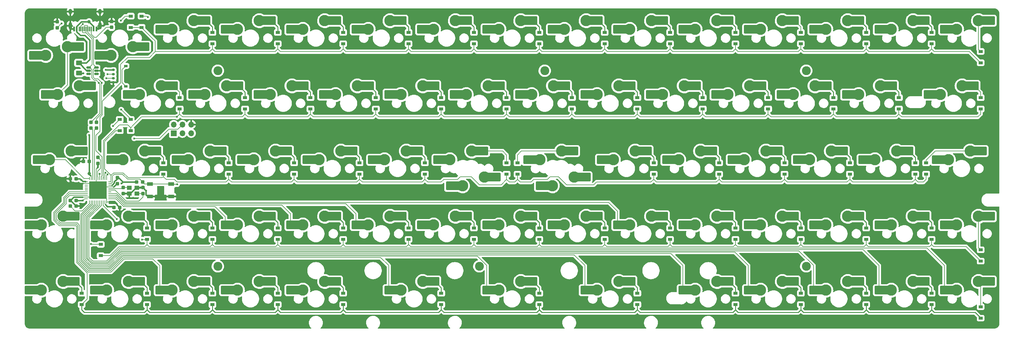
<source format=gbr>
%TF.GenerationSoftware,KiCad,Pcbnew,(6.0.8-1)-1*%
%TF.CreationDate,2024-01-23T21:28:49+01:00*%
%TF.ProjectId,keyboard-template-60,6b657962-6f61-4726-942d-74656d706c61,rev?*%
%TF.SameCoordinates,Original*%
%TF.FileFunction,Copper,L2,Bot*%
%TF.FilePolarity,Positive*%
%FSLAX46Y46*%
G04 Gerber Fmt 4.6, Leading zero omitted, Abs format (unit mm)*
G04 Created by KiCad (PCBNEW (6.0.8-1)-1) date 2024-01-23 21:28:49*
%MOMM*%
%LPD*%
G01*
G04 APERTURE LIST*
G04 Aperture macros list*
%AMRoundRect*
0 Rectangle with rounded corners*
0 $1 Rounding radius*
0 $2 $3 $4 $5 $6 $7 $8 $9 X,Y pos of 4 corners*
0 Add a 4 corners polygon primitive as box body*
4,1,4,$2,$3,$4,$5,$6,$7,$8,$9,$2,$3,0*
0 Add four circle primitives for the rounded corners*
1,1,$1+$1,$2,$3*
1,1,$1+$1,$4,$5*
1,1,$1+$1,$6,$7*
1,1,$1+$1,$8,$9*
0 Add four rect primitives between the rounded corners*
20,1,$1+$1,$2,$3,$4,$5,0*
20,1,$1+$1,$4,$5,$6,$7,0*
20,1,$1+$1,$6,$7,$8,$9,0*
20,1,$1+$1,$8,$9,$2,$3,0*%
G04 Aperture macros list end*
%TA.AperFunction,ComponentPad*%
%ADD10C,2.600000*%
%TD*%
%TA.AperFunction,ComponentPad*%
%ADD11R,1.700000X1.700000*%
%TD*%
%TA.AperFunction,ComponentPad*%
%ADD12O,1.700000X1.700000*%
%TD*%
%TA.AperFunction,SMDPad,CuDef*%
%ADD13R,1.650000X2.500000*%
%TD*%
%TA.AperFunction,ComponentPad*%
%ADD14C,3.300000*%
%TD*%
%TA.AperFunction,SMDPad,CuDef*%
%ADD15RoundRect,0.250000X1.025000X1.000000X-1.025000X1.000000X-1.025000X-1.000000X1.025000X-1.000000X0*%
%TD*%
%TA.AperFunction,SMDPad,CuDef*%
%ADD16R,1.200000X0.900000*%
%TD*%
%TA.AperFunction,SMDPad,CuDef*%
%ADD17RoundRect,0.250000X-1.025000X-1.000000X1.025000X-1.000000X1.025000X1.000000X-1.025000X1.000000X0*%
%TD*%
%TA.AperFunction,SMDPad,CuDef*%
%ADD18RoundRect,0.237500X-0.237500X0.300000X-0.237500X-0.300000X0.237500X-0.300000X0.237500X0.300000X0*%
%TD*%
%TA.AperFunction,SMDPad,CuDef*%
%ADD19RoundRect,0.237500X0.300000X0.237500X-0.300000X0.237500X-0.300000X-0.237500X0.300000X-0.237500X0*%
%TD*%
%TA.AperFunction,SMDPad,CuDef*%
%ADD20RoundRect,0.237500X0.237500X-0.300000X0.237500X0.300000X-0.237500X0.300000X-0.237500X-0.300000X0*%
%TD*%
%TA.AperFunction,SMDPad,CuDef*%
%ADD21R,1.800000X1.100000*%
%TD*%
%TA.AperFunction,SMDPad,CuDef*%
%ADD22RoundRect,0.150000X0.487500X0.150000X-0.487500X0.150000X-0.487500X-0.150000X0.487500X-0.150000X0*%
%TD*%
%TA.AperFunction,SMDPad,CuDef*%
%ADD23RoundRect,0.237500X-0.300000X-0.237500X0.300000X-0.237500X0.300000X0.237500X-0.300000X0.237500X0*%
%TD*%
%TA.AperFunction,SMDPad,CuDef*%
%ADD24R,0.600000X1.450000*%
%TD*%
%TA.AperFunction,SMDPad,CuDef*%
%ADD25R,0.300000X1.450000*%
%TD*%
%TA.AperFunction,ComponentPad*%
%ADD26O,1.000000X1.600000*%
%TD*%
%TA.AperFunction,ComponentPad*%
%ADD27O,1.000000X2.100000*%
%TD*%
%TA.AperFunction,SMDPad,CuDef*%
%ADD28R,1.400000X1.200000*%
%TD*%
%TA.AperFunction,SMDPad,CuDef*%
%ADD29RoundRect,0.062500X-0.062500X0.375000X-0.062500X-0.375000X0.062500X-0.375000X0.062500X0.375000X0*%
%TD*%
%TA.AperFunction,SMDPad,CuDef*%
%ADD30RoundRect,0.062500X-0.375000X0.062500X-0.375000X-0.062500X0.375000X-0.062500X0.375000X0.062500X0*%
%TD*%
%TA.AperFunction,SMDPad,CuDef*%
%ADD31R,5.150000X5.150000*%
%TD*%
%TA.AperFunction,SMDPad,CuDef*%
%ADD32RoundRect,0.150000X-0.275000X0.150000X-0.275000X-0.150000X0.275000X-0.150000X0.275000X0.150000X0*%
%TD*%
%TA.AperFunction,SMDPad,CuDef*%
%ADD33RoundRect,0.187500X-0.362500X0.187500X-0.362500X-0.187500X0.362500X-0.187500X0.362500X0.187500X0*%
%TD*%
%TA.AperFunction,SMDPad,CuDef*%
%ADD34RoundRect,0.250001X-0.624999X0.462499X-0.624999X-0.462499X0.624999X-0.462499X0.624999X0.462499X0*%
%TD*%
%TA.AperFunction,ViaPad*%
%ADD35C,1.000000*%
%TD*%
%TA.AperFunction,ViaPad*%
%ADD36C,0.600000*%
%TD*%
%TA.AperFunction,Conductor*%
%ADD37C,0.381000*%
%TD*%
%TA.AperFunction,Conductor*%
%ADD38C,0.200000*%
%TD*%
%TA.AperFunction,Conductor*%
%ADD39C,0.250000*%
%TD*%
G04 APERTURE END LIST*
D10*
%TO.P,H6,1*%
%TO.N,N/C*%
X292100000Y-155575000D03*
%TD*%
%TO.P,H1,1*%
%TO.N,N/C*%
X120650000Y-98425000D03*
%TD*%
%TO.P,H4,1*%
%TO.N,N/C*%
X120650000Y-155575000D03*
%TD*%
D11*
%TO.P,J3,1,MISO*%
%TO.N,COL1*%
X107791250Y-116681250D03*
D12*
%TO.P,J3,2,VCC*%
%TO.N,VCC*%
X107791250Y-114141250D03*
%TO.P,J3,3,SCK*%
%TO.N,ROW1*%
X110331250Y-116681250D03*
%TO.P,J3,4,MOSI*%
%TO.N,MOSI*%
X110331250Y-114141250D03*
%TO.P,J3,5,~{RST}*%
%TO.N,RESET*%
X112871250Y-116681250D03*
%TO.P,J3,6,GND*%
%TO.N,GND*%
X112871250Y-114141250D03*
%TD*%
D10*
%TO.P,H3,1*%
%TO.N,N/C*%
X292100000Y-98425000D03*
%TD*%
%TO.P,H5,1*%
%TO.N,N/C*%
X196850000Y-155575000D03*
%TD*%
%TO.P,H2,1*%
%TO.N,N/C*%
X215900000Y-98425000D03*
%TD*%
D13*
%TO.P,MX56,1,COL*%
%TO.N,COL10*%
X257890000Y-143510000D03*
D14*
X259715000Y-143510000D03*
D15*
X256165000Y-143510000D03*
%TO.P,MX56,2,ROW*%
%TO.N,Net-(D56-Pad2)*%
X269615000Y-140970000D03*
D14*
X266065000Y-140970000D03*
D13*
X267865000Y-140970000D03*
%TD*%
D16*
%TO.P,D47,1,K*%
%TO.N,ROW3*%
X100012500Y-147700000D03*
%TO.P,D47,2,A*%
%TO.N,Net-(D47-Pad2)*%
X100012500Y-144400000D03*
%TD*%
D14*
%TO.P,MX73,1,COL*%
%TO.N,COL12*%
X297815000Y-162560000D03*
D15*
X294265000Y-162560000D03*
D13*
X295990000Y-162560000D03*
D15*
%TO.P,MX73,2,ROW*%
%TO.N,Net-(D73-Pad2)*%
X307715000Y-160020000D03*
D14*
X304165000Y-160020000D03*
D13*
X305965000Y-160020000D03*
%TD*%
%TO.P,MX39,1,COL*%
%TO.N,COL8*%
X226297500Y-129540000D03*
D14*
X224472500Y-129540000D03*
D17*
X228022500Y-129540000D03*
D13*
%TO.P,MX39,2,ROW*%
%TO.N,39_2*%
X216322500Y-132080000D03*
D14*
X218122500Y-132080000D03*
D17*
X214572500Y-132080000D03*
%TD*%
D16*
%TO.P,D52,1,K*%
%TO.N,ROW3*%
X195262500Y-147700000D03*
%TO.P,D52,2,A*%
%TO.N,Net-(D52-Pad2)*%
X195262500Y-144400000D03*
%TD*%
%TO.P,D55,1,K*%
%TO.N,ROW3*%
X252412500Y-147700000D03*
%TO.P,D55,2,A*%
%TO.N,Net-(D55-Pad2)*%
X252412500Y-144400000D03*
%TD*%
D15*
%TO.P,MX19,1,COL*%
%TO.N,COL3*%
X132340000Y-105410000D03*
D14*
X135890000Y-105410000D03*
D13*
X134065000Y-105410000D03*
D15*
%TO.P,MX19,2,ROW*%
%TO.N,Net-(D19-Pad2)*%
X145790000Y-102870000D03*
D14*
X142240000Y-102870000D03*
D13*
X144040000Y-102870000D03*
%TD*%
%TO.P,MX45,1,COL*%
%TO.N,COL14*%
X331708750Y-124460000D03*
D15*
X329983750Y-124460000D03*
D14*
X333533750Y-124460000D03*
D15*
%TO.P,MX45,2,ROW*%
%TO.N,Net-(D45-Pad2)*%
X343433750Y-121920000D03*
D13*
X341683750Y-121920000D03*
D14*
X339883750Y-121920000D03*
%TD*%
%TO.P,MX5,1,COL*%
%TO.N,COL4*%
X145415000Y-86360000D03*
D13*
X143590000Y-86360000D03*
D15*
X141865000Y-86360000D03*
D13*
%TO.P,MX5,2,ROW*%
%TO.N,Net-(D5-Pad2)*%
X153565000Y-83820000D03*
D15*
X155315000Y-83820000D03*
D14*
X151765000Y-83820000D03*
%TD*%
D16*
%TO.P,D15,1,K*%
%TO.N,ROW0*%
X342900000Y-96106250D03*
%TO.P,D15,2,A*%
%TO.N,Net-(D15-Pad2)*%
X342900000Y-92806250D03*
%TD*%
%TO.P,D39,1,K*%
%TO.N,ROW2*%
X207962500Y-128650000D03*
%TO.P,D39,2,A*%
%TO.N,39_2*%
X207962500Y-125350000D03*
%TD*%
D18*
%TO.P,R6,1*%
%TO.N,D+*%
X85300000Y-113487500D03*
%TO.P,R6,2*%
%TO.N,Net-(R6-Pad2)*%
X85300000Y-115212500D03*
%TD*%
D14*
%TO.P,MX16,1,COL*%
%TO.N,COL0*%
X73977500Y-105410000D03*
D15*
X70427500Y-105410000D03*
D13*
X72152500Y-105410000D03*
D15*
%TO.P,MX16,2,ROW*%
%TO.N,Net-(D16-Pad2)*%
X83877500Y-102870000D03*
D14*
X80327500Y-102870000D03*
D13*
X82127500Y-102870000D03*
%TD*%
D16*
%TO.P,D6,1,K*%
%TO.N,ROW0*%
X176212500Y-90550000D03*
%TO.P,D6,2,A*%
%TO.N,Net-(D6-Pad2)*%
X176212500Y-87250000D03*
%TD*%
D14*
%TO.P,MX51,1,COL*%
%TO.N,COL5*%
X164465000Y-143510000D03*
D15*
X160915000Y-143510000D03*
D13*
X162640000Y-143510000D03*
%TO.P,MX51,2,ROW*%
%TO.N,Net-(D51-Pad2)*%
X172615000Y-140970000D03*
D15*
X174365000Y-140970000D03*
D14*
X170815000Y-140970000D03*
%TD*%
D16*
%TO.P,D27,1,K*%
%TO.N,ROW1*%
X280987500Y-109600000D03*
%TO.P,D27,2,A*%
%TO.N,Net-(D27-Pad2)*%
X280987500Y-106300000D03*
%TD*%
D19*
%TO.P,C7,1*%
%TO.N,+5V*%
X79362500Y-130000000D03*
%TO.P,C7,2*%
%TO.N,GND*%
X77637500Y-130000000D03*
%TD*%
D13*
%TO.P,MX40,1,COL*%
%TO.N,COL9*%
X234077500Y-124460000D03*
D15*
X232352500Y-124460000D03*
D14*
X235902500Y-124460000D03*
D15*
%TO.P,MX40,2,ROW*%
%TO.N,Net-(D40-Pad2)*%
X245802500Y-121920000D03*
D14*
X242252500Y-121920000D03*
D13*
X244052500Y-121920000D03*
%TD*%
D16*
%TO.P,D18,1,K*%
%TO.N,ROW1*%
X128587500Y-109600000D03*
%TO.P,D18,2,A*%
%TO.N,Net-(D18-Pad2)*%
X128587500Y-106300000D03*
%TD*%
%TO.P,D57,1,K*%
%TO.N,ROW3*%
X290512500Y-147700000D03*
%TO.P,D57,2,A*%
%TO.N,Net-(D57-Pad2)*%
X290512500Y-144400000D03*
%TD*%
D19*
%TO.P,R1,1*%
%TO.N,RESET*%
X98712500Y-130950000D03*
%TO.P,R1,2*%
%TO.N,+5V*%
X96987500Y-130950000D03*
%TD*%
D15*
%TO.P,MX8,1,COL*%
%TO.N,COL7*%
X199015000Y-86360000D03*
D13*
X200740000Y-86360000D03*
D14*
X202565000Y-86360000D03*
%TO.P,MX8,2,ROW*%
%TO.N,Net-(D8-Pad2)*%
X208915000Y-83820000D03*
D15*
X212465000Y-83820000D03*
D13*
X210715000Y-83820000D03*
%TD*%
D14*
%TO.P,MX7,1,COL*%
%TO.N,COL6*%
X183515000Y-86360000D03*
D13*
X181690000Y-86360000D03*
D15*
X179965000Y-86360000D03*
D14*
%TO.P,MX7,2,ROW*%
%TO.N,Net-(D7-Pad2)*%
X189865000Y-83820000D03*
D13*
X191665000Y-83820000D03*
D15*
X193415000Y-83820000D03*
%TD*%
D20*
%TO.P,C2,1*%
%TO.N,GND*%
X93050000Y-134312500D03*
%TO.P,C2,2*%
%TO.N,XTAL2*%
X93050000Y-132587500D03*
%TD*%
D16*
%TO.P,D59,1,K*%
%TO.N,ROW3*%
X328612500Y-147700000D03*
%TO.P,D59,2,A*%
%TO.N,Net-(D59-Pad2)*%
X328612500Y-144400000D03*
%TD*%
D14*
%TO.P,MX26,1,COL*%
%TO.N,COL10*%
X250190000Y-105410000D03*
D15*
X246640000Y-105410000D03*
D13*
X248365000Y-105410000D03*
D15*
%TO.P,MX26,2,ROW*%
%TO.N,Net-(D26-Pad2)*%
X260090000Y-102870000D03*
D14*
X256540000Y-102870000D03*
D13*
X258340000Y-102870000D03*
%TD*%
%TO.P,MX68,1,COL*%
%TO.N,COL7*%
X200740000Y-162560000D03*
D14*
X202565000Y-162560000D03*
D15*
X199015000Y-162560000D03*
%TO.P,MX68,2,ROW*%
%TO.N,Net-(D68-Pad2)*%
X212465000Y-160020000D03*
D14*
X208915000Y-160020000D03*
D13*
X210715000Y-160020000D03*
%TD*%
%TO.P,MX41,1,COL*%
%TO.N,COL10*%
X253127500Y-124460000D03*
D15*
X251402500Y-124460000D03*
D14*
X254952500Y-124460000D03*
D15*
%TO.P,MX41,2,ROW*%
%TO.N,Net-(D41-Pad2)*%
X264852500Y-121920000D03*
D14*
X261302500Y-121920000D03*
D13*
X263102500Y-121920000D03*
%TD*%
D15*
%TO.P,MX48,1,COL*%
%TO.N,COL2*%
X103765000Y-143510000D03*
D13*
X105490000Y-143510000D03*
D14*
X107315000Y-143510000D03*
D15*
%TO.P,MX48,2,ROW*%
%TO.N,Net-(D48-Pad2)*%
X117215000Y-140970000D03*
D14*
X113665000Y-140970000D03*
D13*
X115465000Y-140970000D03*
%TD*%
D18*
%TO.P,C6,1*%
%TO.N,+5V*%
X91350000Y-129687500D03*
%TO.P,C6,2*%
%TO.N,GND*%
X91350000Y-131412500D03*
%TD*%
D16*
%TO.P,D35,1,K*%
%TO.N,ROW2*%
X161925000Y-128650000D03*
%TO.P,D35,2,A*%
%TO.N,Net-(D35-Pad2)*%
X161925000Y-125350000D03*
%TD*%
%TO.P,D37,1,K*%
%TO.N,ROW2*%
X204787500Y-128650000D03*
%TO.P,D37,2,A*%
%TO.N,37_2*%
X204787500Y-125350000D03*
%TD*%
D14*
%TO.P,MX65,1,COL*%
%TO.N,COL4*%
X145415000Y-162560000D03*
D15*
X141865000Y-162560000D03*
D13*
X143590000Y-162560000D03*
D14*
%TO.P,MX65,2,ROW*%
%TO.N,Net-(D65-Pad2)*%
X151765000Y-160020000D03*
D15*
X155315000Y-160020000D03*
D13*
X153565000Y-160020000D03*
%TD*%
D14*
%TO.P,MX22,1,COL*%
%TO.N,COL6*%
X193040000Y-105410000D03*
D13*
X191215000Y-105410000D03*
D15*
X189490000Y-105410000D03*
D13*
%TO.P,MX22,2,ROW*%
%TO.N,Net-(D22-Pad2)*%
X201190000Y-102870000D03*
D14*
X199390000Y-102870000D03*
D15*
X202940000Y-102870000D03*
%TD*%
D16*
%TO.P,D25,1,K*%
%TO.N,ROW1*%
X242887500Y-109600000D03*
%TO.P,D25,2,A*%
%TO.N,Net-(D25-Pad2)*%
X242887500Y-106300000D03*
%TD*%
%TO.P,D30,1,K*%
%TO.N,ROW1*%
X342900000Y-109600000D03*
%TO.P,D30,2,A*%
%TO.N,Net-(D30-Pad2)*%
X342900000Y-106300000D03*
%TD*%
%TO.P,D29,1,K*%
%TO.N,ROW1*%
X319087500Y-109600000D03*
%TO.P,D29,2,A*%
%TO.N,Net-(D29-Pad2)*%
X319087500Y-106300000D03*
%TD*%
D13*
%TO.P,MX69,1,COL*%
%TO.N,COL8*%
X229315000Y-162560000D03*
D14*
X231140000Y-162560000D03*
D15*
X227590000Y-162560000D03*
D14*
%TO.P,MX69,2,ROW*%
%TO.N,Net-(D69-Pad2)*%
X237490000Y-160020000D03*
D13*
X239290000Y-160020000D03*
D15*
X241040000Y-160020000D03*
%TD*%
%TO.P,MX35,1,COL*%
%TO.N,COL4*%
X146627500Y-124460000D03*
D14*
X150177500Y-124460000D03*
D13*
X148352500Y-124460000D03*
D15*
%TO.P,MX35,2,ROW*%
%TO.N,Net-(D35-Pad2)*%
X160077500Y-121920000D03*
D13*
X158327500Y-121920000D03*
D14*
X156527500Y-121920000D03*
%TD*%
D15*
%TO.P,MX32,1,COL*%
%TO.N,COL1*%
X89477500Y-124460000D03*
D13*
X91202500Y-124460000D03*
D14*
X93027500Y-124460000D03*
D13*
%TO.P,MX32,2,ROW*%
%TO.N,Net-(D32-Pad2)*%
X101177500Y-121920000D03*
D15*
X102927500Y-121920000D03*
D14*
X99377500Y-121920000D03*
%TD*%
D17*
%TO.P,MX2,1,COL*%
%TO.N,COL1*%
X99435000Y-91440000D03*
D13*
X97710000Y-91440000D03*
D14*
X95885000Y-91440000D03*
D17*
%TO.P,MX2,2,ROW*%
%TO.N,Net-(D2-Pad2)*%
X85985000Y-93980000D03*
D13*
X87735000Y-93980000D03*
D14*
X89535000Y-93980000D03*
%TD*%
D13*
%TO.P,MX14,1,COL*%
%TO.N,COL13*%
X315040000Y-86360000D03*
D14*
X316865000Y-86360000D03*
D15*
X313315000Y-86360000D03*
D13*
%TO.P,MX14,2,ROW*%
%TO.N,Net-(D14-Pad2)*%
X325015000Y-83820000D03*
D14*
X323215000Y-83820000D03*
D15*
X326765000Y-83820000D03*
%TD*%
D14*
%TO.P,MX67,1,COL*%
%TO.N,COL6*%
X173990000Y-162560000D03*
D15*
X170440000Y-162560000D03*
D13*
X172165000Y-162560000D03*
D14*
%TO.P,MX67,2,ROW*%
%TO.N,Net-(D67-Pad2)*%
X180340000Y-160020000D03*
D13*
X182140000Y-160020000D03*
D15*
X183890000Y-160020000D03*
%TD*%
D16*
%TO.P,D62,1,K*%
%TO.N,ROW4*%
X100012500Y-166750000D03*
%TO.P,D62,2,A*%
%TO.N,Net-(D62-Pad2)*%
X100012500Y-163450000D03*
%TD*%
%TO.P,D75,1,K*%
%TO.N,ROW4*%
X342900000Y-170718750D03*
%TO.P,D75,2,A*%
%TO.N,Net-(D75-Pad2)*%
X342900000Y-167418750D03*
%TD*%
D13*
%TO.P,MX54,1,COL*%
%TO.N,COL8*%
X219790000Y-143510000D03*
D15*
X218065000Y-143510000D03*
D14*
X221615000Y-143510000D03*
%TO.P,MX54,2,ROW*%
%TO.N,Net-(D54-Pad2)*%
X227965000Y-140970000D03*
D13*
X229765000Y-140970000D03*
D15*
X231515000Y-140970000D03*
%TD*%
D21*
%TO.P,SW1,1,1*%
%TO.N,GND*%
X100881250Y-135200000D03*
X107081250Y-135200000D03*
%TO.P,SW1,2,2*%
%TO.N,RESET*%
X107081250Y-131500000D03*
X100881250Y-131500000D03*
%TD*%
D15*
%TO.P,MX10,1,COL*%
%TO.N,COL9*%
X237115000Y-86360000D03*
D13*
X238840000Y-86360000D03*
D14*
X240665000Y-86360000D03*
D15*
%TO.P,MX10,2,ROW*%
%TO.N,Net-(D10-Pad2)*%
X250565000Y-83820000D03*
D13*
X248815000Y-83820000D03*
D14*
X247015000Y-83820000D03*
%TD*%
D15*
%TO.P,MX20,1,COL*%
%TO.N,COL4*%
X151390000Y-105410000D03*
D14*
X154940000Y-105410000D03*
D13*
X153115000Y-105410000D03*
%TO.P,MX20,2,ROW*%
%TO.N,Net-(D20-Pad2)*%
X163090000Y-102870000D03*
D15*
X164840000Y-102870000D03*
D14*
X161290000Y-102870000D03*
%TD*%
D19*
%TO.P,C8,1*%
%TO.N,+5V*%
X83212500Y-124950000D03*
%TO.P,C8,2*%
%TO.N,GND*%
X81487500Y-124950000D03*
%TD*%
D14*
%TO.P,MX42,1,COL*%
%TO.N,COL11*%
X274002500Y-124460000D03*
D15*
X270452500Y-124460000D03*
D13*
X272177500Y-124460000D03*
D15*
%TO.P,MX42,2,ROW*%
%TO.N,Net-(D42-Pad2)*%
X283902500Y-121920000D03*
D14*
X280352500Y-121920000D03*
D13*
X282152500Y-121920000D03*
%TD*%
D16*
%TO.P,D13,1,K*%
%TO.N,ROW0*%
X309562500Y-90550000D03*
%TO.P,D13,2,A*%
%TO.N,Net-(D13-Pad2)*%
X309562500Y-87250000D03*
%TD*%
D14*
%TO.P,MX24,1,COL*%
%TO.N,COL8*%
X212090000Y-105410000D03*
D15*
X208540000Y-105410000D03*
D13*
X210265000Y-105410000D03*
D15*
%TO.P,MX24,2,ROW*%
%TO.N,Net-(D24-Pad2)*%
X221990000Y-102870000D03*
D14*
X218440000Y-102870000D03*
D13*
X220240000Y-102870000D03*
%TD*%
D16*
%TO.P,D73,1,K*%
%TO.N,ROW4*%
X309562500Y-166750000D03*
%TO.P,D73,2,A*%
%TO.N,Net-(D73-Pad2)*%
X309562500Y-163450000D03*
%TD*%
%TO.P,D58,1,K*%
%TO.N,ROW3*%
X309562500Y-147700000D03*
%TO.P,D58,2,A*%
%TO.N,Net-(D58-Pad2)*%
X309562500Y-144400000D03*
%TD*%
%TO.P,D46,1,K*%
%TO.N,ROW3*%
X86518750Y-152462500D03*
%TO.P,D46,2,A*%
%TO.N,Net-(D46-Pad2)*%
X86518750Y-149162500D03*
%TD*%
%TO.P,D42,1,K*%
%TO.N,ROW2*%
X285750000Y-128650000D03*
%TO.P,D42,2,A*%
%TO.N,Net-(D42-Pad2)*%
X285750000Y-125350000D03*
%TD*%
D22*
%TO.P,U2,1,IO1*%
%TO.N,D+*%
X85275000Y-97475000D03*
%TO.P,U2,2,VN*%
%TO.N,GND*%
X85275000Y-98425000D03*
%TO.P,U2,3,IO2*%
%TO.N,unconnected-(U2-Pad3)*%
X85275000Y-99375000D03*
%TO.P,U2,4,IO3*%
%TO.N,unconnected-(U2-Pad4)*%
X83000000Y-99375000D03*
%TO.P,U2,5,VP*%
%TO.N,VCC*%
X83000000Y-98425000D03*
%TO.P,U2,6,IO4*%
%TO.N,D-*%
X83000000Y-97475000D03*
%TD*%
D16*
%TO.P,D10,1,K*%
%TO.N,ROW0*%
X252412500Y-90550000D03*
%TO.P,D10,2,A*%
%TO.N,Net-(D10-Pad2)*%
X252412500Y-87250000D03*
%TD*%
%TO.P,D40,1,K*%
%TO.N,ROW2*%
X247650000Y-128650000D03*
%TO.P,D40,2,A*%
%TO.N,Net-(D40-Pad2)*%
X247650000Y-125350000D03*
%TD*%
D14*
%TO.P,MX12,1,COL*%
%TO.N,COL11*%
X278765000Y-86360000D03*
D13*
X276940000Y-86360000D03*
D15*
X275215000Y-86360000D03*
D14*
%TO.P,MX12,2,ROW*%
%TO.N,Net-(D12-Pad2)*%
X285115000Y-83820000D03*
D13*
X286915000Y-83820000D03*
D15*
X288665000Y-83820000D03*
%TD*%
D23*
%TO.P,C4,1*%
%TO.N,+5V*%
X90337500Y-138350000D03*
%TO.P,C4,2*%
%TO.N,GND*%
X92062500Y-138350000D03*
%TD*%
D16*
%TO.P,D68,1,K*%
%TO.N,ROW4*%
X214312500Y-166750000D03*
%TO.P,D68,2,A*%
%TO.N,Net-(D68-Pad2)*%
X214312500Y-163450000D03*
%TD*%
D23*
%TO.P,R2,1*%
%TO.N,Net-(R2-Pad1)*%
X77637500Y-138000000D03*
%TO.P,R2,2*%
%TO.N,GND*%
X79362500Y-138000000D03*
%TD*%
D16*
%TO.P,D63,1,K*%
%TO.N,ROW4*%
X119062500Y-166750000D03*
%TO.P,D63,2,A*%
%TO.N,Net-(D63-Pad2)*%
X119062500Y-163450000D03*
%TD*%
%TO.P,D17,1,K*%
%TO.N,ROW1*%
X109537500Y-109600000D03*
%TO.P,D17,2,A*%
%TO.N,Net-(D17-Pad2)*%
X109537500Y-106300000D03*
%TD*%
D24*
%TO.P,J1,A1,GND*%
%TO.N,GND*%
X78750000Y-86245000D03*
%TO.P,J1,A4,VBUS*%
%TO.N,VCC*%
X79550000Y-86245000D03*
D25*
%TO.P,J1,A5,CC1*%
%TO.N,Net-(J1-PadA5)*%
X80750000Y-86245000D03*
%TO.P,J1,A6,D+*%
%TO.N,D+*%
X81750000Y-86245000D03*
%TO.P,J1,A7,D-*%
%TO.N,D-*%
X82250000Y-86245000D03*
%TO.P,J1,A8,SBU1*%
%TO.N,unconnected-(J1-PadA8)*%
X83250000Y-86245000D03*
D24*
%TO.P,J1,A9,VBUS*%
%TO.N,VCC*%
X84450000Y-86245000D03*
%TO.P,J1,A12,GND*%
%TO.N,GND*%
X85250000Y-86245000D03*
%TO.P,J1,B1,GND*%
X85250000Y-86245000D03*
%TO.P,J1,B4,VBUS*%
%TO.N,VCC*%
X84450000Y-86245000D03*
D25*
%TO.P,J1,B5,CC2*%
%TO.N,Net-(J1-PadB5)*%
X83750000Y-86245000D03*
%TO.P,J1,B6,D+*%
%TO.N,D+*%
X82750000Y-86245000D03*
%TO.P,J1,B7,D-*%
%TO.N,D-*%
X81250000Y-86245000D03*
%TO.P,J1,B8,SBU2*%
%TO.N,unconnected-(J1-PadB8)*%
X80250000Y-86245000D03*
D24*
%TO.P,J1,B9,VBUS*%
%TO.N,VCC*%
X79550000Y-86245000D03*
%TO.P,J1,B12,GND*%
%TO.N,GND*%
X78750000Y-86245000D03*
D26*
%TO.P,J1,S1,SHIELD*%
X77680000Y-81150000D03*
D27*
X86320000Y-85330000D03*
X77680000Y-85330000D03*
D26*
X86320000Y-81150000D03*
%TD*%
D14*
%TO.P,MX46,1,COL*%
%TO.N,COL0*%
X69215000Y-143510000D03*
D15*
X65665000Y-143510000D03*
D13*
X67390000Y-143510000D03*
D14*
%TO.P,MX46,2,ROW*%
%TO.N,Net-(D46-Pad2)*%
X75565000Y-140970000D03*
D15*
X79115000Y-140970000D03*
D13*
X77365000Y-140970000D03*
%TD*%
%TO.P,MX15,1,COL*%
%TO.N,COL14*%
X334090000Y-86360000D03*
D15*
X332365000Y-86360000D03*
D14*
X335915000Y-86360000D03*
%TO.P,MX15,2,ROW*%
%TO.N,Net-(D15-Pad2)*%
X342265000Y-83820000D03*
D15*
X345815000Y-83820000D03*
D13*
X344065000Y-83820000D03*
%TD*%
%TO.P,MX50,1,COL*%
%TO.N,COL4*%
X143590000Y-143510000D03*
D15*
X141865000Y-143510000D03*
D14*
X145415000Y-143510000D03*
D13*
%TO.P,MX50,2,ROW*%
%TO.N,Net-(D50-Pad2)*%
X153565000Y-140970000D03*
D14*
X151765000Y-140970000D03*
D15*
X155315000Y-140970000D03*
%TD*%
D16*
%TO.P,D4,1,K*%
%TO.N,ROW0*%
X138112500Y-90550000D03*
%TO.P,D4,2,A*%
%TO.N,Net-(D4-Pad2)*%
X138112500Y-87250000D03*
%TD*%
%TO.P,D61,1,K*%
%TO.N,ROW4*%
X80962500Y-166750000D03*
%TO.P,D61,2,A*%
%TO.N,Net-(D61-Pad2)*%
X80962500Y-163450000D03*
%TD*%
%TO.P,D67,1,K*%
%TO.N,ROW4*%
X185737500Y-166750000D03*
%TO.P,D67,2,A*%
%TO.N,Net-(D67-Pad2)*%
X185737500Y-163450000D03*
%TD*%
%TO.P,D72,1,K*%
%TO.N,ROW4*%
X290512500Y-166750000D03*
%TO.P,D72,2,A*%
%TO.N,Net-(D72-Pad2)*%
X290512500Y-163450000D03*
%TD*%
%TO.P,D44,1,K*%
%TO.N,ROW2*%
X323850000Y-128650000D03*
%TO.P,D44,2,A*%
%TO.N,Net-(D44-Pad2)*%
X323850000Y-125350000D03*
%TD*%
D28*
%TO.P,Y1,1,1*%
%TO.N,XTAL1*%
X97050000Y-134300000D03*
%TO.P,Y1,2,2*%
%TO.N,GND*%
X94850000Y-134300000D03*
%TO.P,Y1,3,3*%
%TO.N,XTAL2*%
X94850000Y-132600000D03*
%TO.P,Y1,4,4*%
%TO.N,GND*%
X97050000Y-132600000D03*
%TD*%
D16*
%TO.P,D53,1,K*%
%TO.N,ROW3*%
X214312500Y-147700000D03*
%TO.P,D53,2,A*%
%TO.N,Net-(D53-Pad2)*%
X214312500Y-144400000D03*
%TD*%
%TO.P,D50,1,K*%
%TO.N,ROW3*%
X157162500Y-147700000D03*
%TO.P,D50,2,A*%
%TO.N,Net-(D50-Pad2)*%
X157162500Y-144400000D03*
%TD*%
%TO.P,D36,1,K*%
%TO.N,ROW2*%
X180975000Y-128650000D03*
%TO.P,D36,2,A*%
%TO.N,Net-(D36-Pad2)*%
X180975000Y-125350000D03*
%TD*%
%TO.P,D3,1,K*%
%TO.N,ROW0*%
X119062500Y-90550000D03*
%TO.P,D3,2,A*%
%TO.N,Net-(D3-Pad2)*%
X119062500Y-87250000D03*
%TD*%
%TO.P,D24,1,K*%
%TO.N,ROW1*%
X223837500Y-109600000D03*
%TO.P,D24,2,A*%
%TO.N,Net-(D24-Pad2)*%
X223837500Y-106300000D03*
%TD*%
%TO.P,D69,1,K*%
%TO.N,ROW4*%
X242887500Y-166750000D03*
%TO.P,D69,2,A*%
%TO.N,Net-(D69-Pad2)*%
X242887500Y-163450000D03*
%TD*%
D13*
%TO.P,MX1,1,COL*%
%TO.N,COL0*%
X78660000Y-91440000D03*
D17*
X80385000Y-91440000D03*
D14*
X76835000Y-91440000D03*
%TO.P,MX1,2,ROW*%
%TO.N,Net-(D1-Pad2)*%
X70485000Y-93980000D03*
D13*
X68685000Y-93980000D03*
D17*
X66935000Y-93980000D03*
%TD*%
D13*
%TO.P,MX71,1,COL*%
%TO.N,COL10*%
X257890000Y-162560000D03*
D14*
X259715000Y-162560000D03*
D15*
X256165000Y-162560000D03*
D13*
%TO.P,MX71,2,ROW*%
%TO.N,Net-(D71-Pad2)*%
X267865000Y-160020000D03*
D15*
X269615000Y-160020000D03*
D14*
X266065000Y-160020000D03*
%TD*%
%TO.P,MX29,1,COL*%
%TO.N,COL13*%
X307340000Y-105410000D03*
D13*
X305515000Y-105410000D03*
D15*
X303790000Y-105410000D03*
D14*
%TO.P,MX29,2,ROW*%
%TO.N,Net-(D29-Pad2)*%
X313690000Y-102870000D03*
D15*
X317240000Y-102870000D03*
D13*
X315490000Y-102870000D03*
%TD*%
D16*
%TO.P,D49,1,K*%
%TO.N,ROW3*%
X138112500Y-147700000D03*
%TO.P,D49,2,A*%
%TO.N,Net-(D49-Pad2)*%
X138112500Y-144400000D03*
%TD*%
%TO.P,D5,1,K*%
%TO.N,ROW0*%
X157162500Y-90550000D03*
%TO.P,D5,2,A*%
%TO.N,Net-(D5-Pad2)*%
X157162500Y-87250000D03*
%TD*%
D13*
%TO.P,MX57,1,COL*%
%TO.N,COL11*%
X276940000Y-143510000D03*
D15*
X275215000Y-143510000D03*
D14*
X278765000Y-143510000D03*
D15*
%TO.P,MX57,2,ROW*%
%TO.N,Net-(D57-Pad2)*%
X288665000Y-140970000D03*
D13*
X286915000Y-140970000D03*
D14*
X285115000Y-140970000D03*
%TD*%
D16*
%TO.P,D14,1,K*%
%TO.N,ROW0*%
X328612500Y-90550000D03*
%TO.P,D14,2,A*%
%TO.N,Net-(D14-Pad2)*%
X328612500Y-87250000D03*
%TD*%
%TO.P,D21,1,K*%
%TO.N,ROW1*%
X185737500Y-109600000D03*
%TO.P,D21,2,A*%
%TO.N,Net-(D21-Pad2)*%
X185737500Y-106300000D03*
%TD*%
D15*
%TO.P,MX18,1,COL*%
%TO.N,COL2*%
X113290000Y-105410000D03*
D14*
X116840000Y-105410000D03*
D13*
X115015000Y-105410000D03*
D14*
%TO.P,MX18,2,ROW*%
%TO.N,Net-(D18-Pad2)*%
X123190000Y-102870000D03*
D15*
X126740000Y-102870000D03*
D13*
X124990000Y-102870000D03*
%TD*%
D16*
%TO.P,D43,1,K*%
%TO.N,ROW2*%
X304800000Y-128650000D03*
%TO.P,D43,2,A*%
%TO.N,Net-(D43-Pad2)*%
X304800000Y-125350000D03*
%TD*%
D13*
%TO.P,MX31,1,COL*%
%TO.N,COL0*%
X69771250Y-124460000D03*
D14*
X71596250Y-124460000D03*
D15*
X68046250Y-124460000D03*
D14*
%TO.P,MX31,2,ROW*%
%TO.N,Net-(D31-Pad2)*%
X77946250Y-121920000D03*
D13*
X79746250Y-121920000D03*
D15*
X81496250Y-121920000D03*
%TD*%
D16*
%TO.P,D56,1,K*%
%TO.N,ROW3*%
X271462500Y-147700000D03*
%TO.P,D56,2,A*%
%TO.N,Net-(D56-Pad2)*%
X271462500Y-144400000D03*
%TD*%
%TO.P,D8,1,K*%
%TO.N,ROW0*%
X214312500Y-90550000D03*
%TO.P,D8,2,A*%
%TO.N,Net-(D8-Pad2)*%
X214312500Y-87250000D03*
%TD*%
%TO.P,D26,1,K*%
%TO.N,ROW1*%
X261937500Y-109600000D03*
%TO.P,D26,2,A*%
%TO.N,Net-(D26-Pad2)*%
X261937500Y-106300000D03*
%TD*%
D13*
%TO.P,MX44,1,COL*%
%TO.N,COL13*%
X310277500Y-124460000D03*
D14*
X312102500Y-124460000D03*
D15*
X308552500Y-124460000D03*
%TO.P,MX44,2,ROW*%
%TO.N,Net-(D44-Pad2)*%
X322002500Y-121920000D03*
D14*
X318452500Y-121920000D03*
D13*
X320252500Y-121920000D03*
%TD*%
D16*
%TO.P,D60,1,K*%
%TO.N,ROW3*%
X342900000Y-154050000D03*
%TO.P,D60,2,A*%
%TO.N,Net-(D60-Pad2)*%
X342900000Y-150750000D03*
%TD*%
D13*
%TO.P,MX21,1,COL*%
%TO.N,COL5*%
X172165000Y-105410000D03*
D14*
X173990000Y-105410000D03*
D15*
X170440000Y-105410000D03*
D13*
%TO.P,MX21,2,ROW*%
%TO.N,Net-(D21-Pad2)*%
X182140000Y-102870000D03*
D14*
X180340000Y-102870000D03*
D15*
X183890000Y-102870000D03*
%TD*%
D16*
%TO.P,D34,1,K*%
%TO.N,ROW2*%
X142875000Y-128650000D03*
%TO.P,D34,2,A*%
%TO.N,Net-(D34-Pad2)*%
X142875000Y-125350000D03*
%TD*%
%TO.P,D51,1,K*%
%TO.N,ROW3*%
X176212500Y-147700000D03*
%TO.P,D51,2,A*%
%TO.N,Net-(D51-Pad2)*%
X176212500Y-144400000D03*
%TD*%
%TO.P,D48,1,K*%
%TO.N,ROW3*%
X119062500Y-147700000D03*
%TO.P,D48,2,A*%
%TO.N,Net-(D48-Pad2)*%
X119062500Y-144400000D03*
%TD*%
D14*
%TO.P,MX59,1,COL*%
%TO.N,COL13*%
X316865000Y-143510000D03*
D15*
X313315000Y-143510000D03*
D13*
X315040000Y-143510000D03*
%TO.P,MX59,2,ROW*%
%TO.N,Net-(D59-Pad2)*%
X325015000Y-140970000D03*
D14*
X323215000Y-140970000D03*
D15*
X326765000Y-140970000D03*
%TD*%
D16*
%TO.P,D54,1,K*%
%TO.N,ROW3*%
X233362500Y-147700000D03*
%TO.P,D54,2,A*%
%TO.N,Net-(D54-Pad2)*%
X233362500Y-144400000D03*
%TD*%
%TO.P,D2,1,K*%
%TO.N,ROW0*%
X98425000Y-85787500D03*
%TO.P,D2,2,A*%
%TO.N,Net-(D2-Pad2)*%
X98425000Y-82487500D03*
%TD*%
%TO.P,D74,1,K*%
%TO.N,ROW4*%
X328612500Y-166750000D03*
%TO.P,D74,2,A*%
%TO.N,Net-(D74-Pad2)*%
X328612500Y-163450000D03*
%TD*%
D18*
%TO.P,C1,1*%
%TO.N,GND*%
X98850000Y-132587500D03*
%TO.P,C1,2*%
%TO.N,XTAL1*%
X98850000Y-134312500D03*
%TD*%
D14*
%TO.P,MX43,1,COL*%
%TO.N,COL12*%
X293052500Y-124460000D03*
D15*
X289502500Y-124460000D03*
D13*
X291227500Y-124460000D03*
D14*
%TO.P,MX43,2,ROW*%
%TO.N,Net-(D43-Pad2)*%
X299402500Y-121920000D03*
D15*
X302952500Y-121920000D03*
D13*
X301202500Y-121920000D03*
%TD*%
D15*
%TO.P,MX75,1,COL*%
%TO.N,COL14*%
X332365000Y-162560000D03*
D13*
X334090000Y-162560000D03*
D14*
X335915000Y-162560000D03*
%TO.P,MX75,2,ROW*%
%TO.N,Net-(D75-Pad2)*%
X342265000Y-160020000D03*
D13*
X344065000Y-160020000D03*
D15*
X345815000Y-160020000D03*
%TD*%
D19*
%TO.P,C5,1*%
%TO.N,+5V*%
X79362500Y-136350000D03*
%TO.P,C5,2*%
%TO.N,GND*%
X77637500Y-136350000D03*
%TD*%
D16*
%TO.P,D32,1,K*%
%TO.N,ROW2*%
X104775000Y-128650000D03*
%TO.P,D32,2,A*%
%TO.N,Net-(D32-Pad2)*%
X104775000Y-125350000D03*
%TD*%
D20*
%TO.P,R4,1*%
%TO.N,Net-(J1-PadB5)*%
X89693750Y-85762500D03*
%TO.P,R4,2*%
%TO.N,GND*%
X89693750Y-84037500D03*
%TD*%
D29*
%TO.P,U1,1,PE6*%
%TO.N,COL0*%
X83225000Y-129912500D03*
%TO.P,U1,2,UVCC*%
%TO.N,+5V*%
X83725000Y-129912500D03*
%TO.P,U1,3,D-*%
%TO.N,Net-(R5-Pad2)*%
X84225000Y-129912500D03*
%TO.P,U1,4,D+*%
%TO.N,Net-(R6-Pad2)*%
X84725000Y-129912500D03*
%TO.P,U1,5,UGND*%
%TO.N,GND*%
X85225000Y-129912500D03*
%TO.P,U1,6,UCAP*%
%TO.N,Net-(C3-Pad1)*%
X85725000Y-129912500D03*
%TO.P,U1,7,VBUS*%
%TO.N,+5V*%
X86225000Y-129912500D03*
%TO.P,U1,8,PB0*%
%TO.N,ROW0*%
X86725000Y-129912500D03*
%TO.P,U1,9,PB1*%
%TO.N,ROW1*%
X87225000Y-129912500D03*
%TO.P,U1,10,PB2*%
%TO.N,MOSI*%
X87725000Y-129912500D03*
%TO.P,U1,11,PB3*%
%TO.N,COL1*%
X88225000Y-129912500D03*
D30*
%TO.P,U1,12,PB7*%
%TO.N,ROW2*%
X89162500Y-130850000D03*
%TO.P,U1,13,~{RESET}*%
%TO.N,RESET*%
X89162500Y-131350000D03*
%TO.P,U1,14,VCC*%
%TO.N,+5V*%
X89162500Y-131850000D03*
%TO.P,U1,15,GND*%
%TO.N,GND*%
X89162500Y-132350000D03*
%TO.P,U1,16,XTAL2*%
%TO.N,XTAL2*%
X89162500Y-132850000D03*
%TO.P,U1,17,XTAL1*%
%TO.N,XTAL1*%
X89162500Y-133350000D03*
%TO.P,U1,18,PD0*%
%TO.N,unconnected-(U1-Pad18)*%
X89162500Y-133850000D03*
%TO.P,U1,19,PD1*%
%TO.N,COL9*%
X89162500Y-134350000D03*
%TO.P,U1,20,PD2*%
%TO.N,COL5*%
X89162500Y-134850000D03*
%TO.P,U1,21,PD3*%
%TO.N,COL4*%
X89162500Y-135350000D03*
%TO.P,U1,22,PD5*%
%TO.N,COL3*%
X89162500Y-135850000D03*
D29*
%TO.P,U1,23,GND*%
%TO.N,GND*%
X88225000Y-136787500D03*
%TO.P,U1,24,AVCC*%
%TO.N,+5V*%
X87725000Y-136787500D03*
%TO.P,U1,25,PD4*%
%TO.N,ROW3*%
X87225000Y-136787500D03*
%TO.P,U1,26,PD6*%
%TO.N,COL14*%
X86725000Y-136787500D03*
%TO.P,U1,27,PD7*%
%TO.N,COL13*%
X86225000Y-136787500D03*
%TO.P,U1,28,PB4*%
%TO.N,COL12*%
X85725000Y-136787500D03*
%TO.P,U1,29,PB5*%
%TO.N,COL11*%
X85225000Y-136787500D03*
%TO.P,U1,30,PB6*%
%TO.N,COL10*%
X84725000Y-136787500D03*
%TO.P,U1,31,PC6*%
%TO.N,COL8*%
X84225000Y-136787500D03*
%TO.P,U1,32,PC7*%
%TO.N,COL7*%
X83725000Y-136787500D03*
%TO.P,U1,33,~{HWB}/PE2*%
%TO.N,Net-(R2-Pad1)*%
X83225000Y-136787500D03*
D30*
%TO.P,U1,34,VCC*%
%TO.N,+5V*%
X82287500Y-135850000D03*
%TO.P,U1,35,GND*%
%TO.N,GND*%
X82287500Y-135350000D03*
%TO.P,U1,36,PF7*%
%TO.N,COL6*%
X82287500Y-134850000D03*
%TO.P,U1,37,PF6*%
%TO.N,COL2*%
X82287500Y-134350000D03*
%TO.P,U1,38,PF5*%
%TO.N,ROW4*%
X82287500Y-133850000D03*
%TO.P,U1,39,PF4*%
%TO.N,unconnected-(U1-Pad39)*%
X82287500Y-133350000D03*
%TO.P,U1,40,PF1*%
%TO.N,unconnected-(U1-Pad40)*%
X82287500Y-132850000D03*
%TO.P,U1,41,PF0*%
%TO.N,unconnected-(U1-Pad41)*%
X82287500Y-132350000D03*
%TO.P,U1,42,AREF*%
%TO.N,unconnected-(U1-Pad42)*%
X82287500Y-131850000D03*
%TO.P,U1,43,GND*%
%TO.N,GND*%
X82287500Y-131350000D03*
%TO.P,U1,44,AVCC*%
%TO.N,+5V*%
X82287500Y-130850000D03*
D31*
%TO.P,U1,45,Secure_to_PCB*%
%TO.N,GND*%
X85725000Y-133350000D03*
%TD*%
D16*
%TO.P,D12,1,K*%
%TO.N,ROW0*%
X290512500Y-90550000D03*
%TO.P,D12,2,A*%
%TO.N,Net-(D12-Pad2)*%
X290512500Y-87250000D03*
%TD*%
D18*
%TO.P,R5,1*%
%TO.N,D-*%
X83700000Y-113487500D03*
%TO.P,R5,2*%
%TO.N,Net-(R5-Pad2)*%
X83700000Y-115212500D03*
%TD*%
D16*
%TO.P,D65,1,K*%
%TO.N,ROW4*%
X157162500Y-166750000D03*
%TO.P,D65,2,A*%
%TO.N,Net-(D65-Pad2)*%
X157162500Y-163450000D03*
%TD*%
%TO.P,D7,1,K*%
%TO.N,ROW0*%
X195262500Y-90550000D03*
%TO.P,D7,2,A*%
%TO.N,Net-(D7-Pad2)*%
X195262500Y-87250000D03*
%TD*%
%TO.P,D19,1,K*%
%TO.N,ROW1*%
X147637500Y-109600000D03*
%TO.P,D19,2,A*%
%TO.N,Net-(D19-Pad2)*%
X147637500Y-106300000D03*
%TD*%
D14*
%TO.P,MX36,1,COL*%
%TO.N,COL5*%
X169227500Y-124460000D03*
D13*
X167402500Y-124460000D03*
D15*
X165677500Y-124460000D03*
%TO.P,MX36,2,ROW*%
%TO.N,Net-(D36-Pad2)*%
X179127500Y-121920000D03*
D14*
X175577500Y-121920000D03*
D13*
X177377500Y-121920000D03*
%TD*%
D16*
%TO.P,D31,1,K*%
%TO.N,ROW2*%
X92075000Y-115950000D03*
%TO.P,D31,2,A*%
%TO.N,Net-(D31-Pad2)*%
X92075000Y-112650000D03*
%TD*%
D15*
%TO.P,MX11,1,COL*%
%TO.N,COL10*%
X256165000Y-86360000D03*
D13*
X257890000Y-86360000D03*
D14*
X259715000Y-86360000D03*
D13*
%TO.P,MX11,2,ROW*%
%TO.N,Net-(D11-Pad2)*%
X267865000Y-83820000D03*
D15*
X269615000Y-83820000D03*
D14*
X266065000Y-83820000D03*
%TD*%
D16*
%TO.P,D20,1,K*%
%TO.N,ROW1*%
X166687500Y-109600000D03*
%TO.P,D20,2,A*%
%TO.N,Net-(D20-Pad2)*%
X166687500Y-106300000D03*
%TD*%
D14*
%TO.P,MX61,1,COL*%
%TO.N,COL0*%
X69215000Y-162560000D03*
D13*
X67390000Y-162560000D03*
D15*
X65665000Y-162560000D03*
D14*
%TO.P,MX61,2,ROW*%
%TO.N,Net-(D61-Pad2)*%
X75565000Y-160020000D03*
D13*
X77365000Y-160020000D03*
D15*
X79115000Y-160020000D03*
%TD*%
D14*
%TO.P,MX27,1,COL*%
%TO.N,COL11*%
X269240000Y-105410000D03*
D15*
X265690000Y-105410000D03*
D13*
X267415000Y-105410000D03*
D14*
%TO.P,MX27,2,ROW*%
%TO.N,Net-(D27-Pad2)*%
X275590000Y-102870000D03*
D15*
X279140000Y-102870000D03*
D13*
X277390000Y-102870000D03*
%TD*%
D32*
%TO.P,J2,1,Pin_1*%
%TO.N,+5V*%
X90200000Y-98212500D03*
%TO.P,J2,2,Pin_2*%
%TO.N,D-*%
X90200000Y-99412500D03*
%TO.P,J2,3,Pin_3*%
%TO.N,D+*%
X90200000Y-100612500D03*
%TO.P,J2,4,Pin_4*%
%TO.N,GND*%
X90200000Y-101812500D03*
D33*
%TO.P,J2,MP,MountPin*%
%TO.N,unconnected-(J2-PadMP)*%
X93825000Y-102987500D03*
X93825000Y-97037500D03*
%TD*%
D16*
%TO.P,D1,1,K*%
%TO.N,ROW0*%
X95250000Y-85787500D03*
%TO.P,D1,2,A*%
%TO.N,Net-(D1-Pad2)*%
X95250000Y-82487500D03*
%TD*%
%TO.P,D41,1,K*%
%TO.N,ROW2*%
X266700000Y-128650000D03*
%TO.P,D41,2,A*%
%TO.N,Net-(D41-Pad2)*%
X266700000Y-125350000D03*
%TD*%
D13*
%TO.P,MX47,1,COL*%
%TO.N,COL1*%
X86440000Y-143510000D03*
D15*
X84715000Y-143510000D03*
D14*
X88265000Y-143510000D03*
D15*
%TO.P,MX47,2,ROW*%
%TO.N,Net-(D47-Pad2)*%
X98165000Y-140970000D03*
D14*
X94615000Y-140970000D03*
D13*
X96415000Y-140970000D03*
%TD*%
D15*
%TO.P,MX3,1,COL*%
%TO.N,COL2*%
X103765000Y-86360000D03*
D14*
X107315000Y-86360000D03*
D13*
X105490000Y-86360000D03*
%TO.P,MX3,2,ROW*%
%TO.N,Net-(D3-Pad2)*%
X115465000Y-83820000D03*
D15*
X117215000Y-83820000D03*
D14*
X113665000Y-83820000D03*
%TD*%
D13*
%TO.P,MX33,1,COL*%
%TO.N,COL2*%
X110252500Y-124460000D03*
D15*
X108527500Y-124460000D03*
D14*
X112077500Y-124460000D03*
%TO.P,MX33,2,ROW*%
%TO.N,Net-(D33-Pad2)*%
X118427500Y-121920000D03*
D15*
X121977500Y-121920000D03*
D13*
X120227500Y-121920000D03*
%TD*%
D16*
%TO.P,D33,1,K*%
%TO.N,ROW2*%
X123825000Y-128650000D03*
%TO.P,D33,2,A*%
%TO.N,Net-(D33-Pad2)*%
X123825000Y-125350000D03*
%TD*%
%TO.P,D71,1,K*%
%TO.N,ROW4*%
X271462500Y-166750000D03*
%TO.P,D71,2,A*%
%TO.N,Net-(D71-Pad2)*%
X271462500Y-163450000D03*
%TD*%
D15*
%TO.P,MX49,1,COL*%
%TO.N,COL3*%
X122815000Y-143510000D03*
D13*
X124540000Y-143510000D03*
D14*
X126365000Y-143510000D03*
%TO.P,MX49,2,ROW*%
%TO.N,Net-(D49-Pad2)*%
X132715000Y-140970000D03*
D15*
X136265000Y-140970000D03*
D13*
X134515000Y-140970000D03*
%TD*%
D16*
%TO.P,D16,1,K*%
%TO.N,ROW1*%
X95250000Y-115950000D03*
%TO.P,D16,2,A*%
%TO.N,Net-(D16-Pad2)*%
X95250000Y-112650000D03*
%TD*%
D15*
%TO.P,MX39_2,1,COL*%
%TO.N,COL8*%
X210921250Y-124460000D03*
D14*
X214471250Y-124460000D03*
D13*
X212646250Y-124460000D03*
%TO.P,MX39_2,2,ROW*%
%TO.N,39_2*%
X222621250Y-121920000D03*
D14*
X220821250Y-121920000D03*
D15*
X224371250Y-121920000D03*
%TD*%
D14*
%TO.P,MX64,1,COL*%
%TO.N,COL3*%
X126365000Y-162560000D03*
D13*
X124540000Y-162560000D03*
D15*
X122815000Y-162560000D03*
D13*
%TO.P,MX64,2,ROW*%
%TO.N,Net-(D64-Pad2)*%
X134515000Y-160020000D03*
D15*
X136265000Y-160020000D03*
D14*
X132715000Y-160020000D03*
%TD*%
D16*
%TO.P,D22,1,K*%
%TO.N,ROW1*%
X204787500Y-109600000D03*
%TO.P,D22,2,A*%
%TO.N,Net-(D22-Pad2)*%
X204787500Y-106300000D03*
%TD*%
D34*
%TO.P,F1,1*%
%TO.N,VCC*%
X80168750Y-96143750D03*
%TO.P,F1,2*%
%TO.N,+5V*%
X80168750Y-99118750D03*
%TD*%
D14*
%TO.P,MX60,1,COL*%
%TO.N,COL14*%
X335915000Y-143510000D03*
D15*
X332365000Y-143510000D03*
D13*
X334090000Y-143510000D03*
%TO.P,MX60,2,ROW*%
%TO.N,Net-(D60-Pad2)*%
X344065000Y-140970000D03*
D14*
X342265000Y-140970000D03*
D15*
X345815000Y-140970000D03*
%TD*%
D14*
%TO.P,MX13,1,COL*%
%TO.N,COL12*%
X297815000Y-86360000D03*
D13*
X295990000Y-86360000D03*
D15*
X294265000Y-86360000D03*
D13*
%TO.P,MX13,2,ROW*%
%TO.N,Net-(D13-Pad2)*%
X305965000Y-83820000D03*
D15*
X307715000Y-83820000D03*
D14*
X304165000Y-83820000D03*
%TD*%
D13*
%TO.P,MX9,1,COL*%
%TO.N,COL8*%
X219790000Y-86360000D03*
D14*
X221615000Y-86360000D03*
D15*
X218065000Y-86360000D03*
D13*
%TO.P,MX9,2,ROW*%
%TO.N,Net-(D9-Pad2)*%
X229765000Y-83820000D03*
D15*
X231515000Y-83820000D03*
D14*
X227965000Y-83820000D03*
%TD*%
%TO.P,MX34,1,COL*%
%TO.N,COL3*%
X131127500Y-124460000D03*
D15*
X127577500Y-124460000D03*
D13*
X129302500Y-124460000D03*
D15*
%TO.P,MX34,2,ROW*%
%TO.N,Net-(D34-Pad2)*%
X141027500Y-121920000D03*
D13*
X139277500Y-121920000D03*
D14*
X137477500Y-121920000D03*
%TD*%
D13*
%TO.P,MX63,1,COL*%
%TO.N,COL2*%
X105490000Y-162560000D03*
D14*
X107315000Y-162560000D03*
D15*
X103765000Y-162560000D03*
D14*
%TO.P,MX63,2,ROW*%
%TO.N,Net-(D63-Pad2)*%
X113665000Y-160020000D03*
D15*
X117215000Y-160020000D03*
D13*
X115465000Y-160020000D03*
%TD*%
%TO.P,MX53,1,COL*%
%TO.N,COL7*%
X200740000Y-143510000D03*
D14*
X202565000Y-143510000D03*
D15*
X199015000Y-143510000D03*
D14*
%TO.P,MX53,2,ROW*%
%TO.N,Net-(D53-Pad2)*%
X208915000Y-140970000D03*
D15*
X212465000Y-140970000D03*
D13*
X210715000Y-140970000D03*
%TD*%
D16*
%TO.P,D11,1,K*%
%TO.N,ROW0*%
X271462500Y-90550000D03*
%TO.P,D11,2,A*%
%TO.N,Net-(D11-Pad2)*%
X271462500Y-87250000D03*
%TD*%
D17*
%TO.P,MX37_2,1,COL*%
%TO.N,COL6*%
X201828750Y-129540000D03*
D14*
X198278750Y-129540000D03*
D13*
X200103750Y-129540000D03*
D14*
%TO.P,MX37_2,2,ROW*%
%TO.N,37_2*%
X191928750Y-132080000D03*
D17*
X188378750Y-132080000D03*
D13*
X190128750Y-132080000D03*
%TD*%
D18*
%TO.P,C3,1*%
%TO.N,Net-(C3-Pad1)*%
X85725000Y-123756250D03*
%TO.P,C3,2*%
%TO.N,GND*%
X85725000Y-125481250D03*
%TD*%
D13*
%TO.P,MX74,1,COL*%
%TO.N,COL13*%
X315040000Y-162560000D03*
D14*
X316865000Y-162560000D03*
D15*
X313315000Y-162560000D03*
D14*
%TO.P,MX74,2,ROW*%
%TO.N,Net-(D74-Pad2)*%
X323215000Y-160020000D03*
D15*
X326765000Y-160020000D03*
D13*
X325015000Y-160020000D03*
%TD*%
%TO.P,MX4,1,COL*%
%TO.N,COL3*%
X124540000Y-86360000D03*
D14*
X126365000Y-86360000D03*
D15*
X122815000Y-86360000D03*
D14*
%TO.P,MX4,2,ROW*%
%TO.N,Net-(D4-Pad2)*%
X132715000Y-83820000D03*
D15*
X136265000Y-83820000D03*
D13*
X134515000Y-83820000D03*
%TD*%
D16*
%TO.P,D28,1,K*%
%TO.N,ROW1*%
X300037500Y-109600000D03*
%TO.P,D28,2,A*%
%TO.N,Net-(D28-Pad2)*%
X300037500Y-106300000D03*
%TD*%
D13*
%TO.P,MX52,1,COL*%
%TO.N,COL6*%
X181690000Y-143510000D03*
D14*
X183515000Y-143510000D03*
D15*
X179965000Y-143510000D03*
D13*
%TO.P,MX52,2,ROW*%
%TO.N,Net-(D52-Pad2)*%
X191665000Y-140970000D03*
D14*
X189865000Y-140970000D03*
D15*
X193415000Y-140970000D03*
%TD*%
D14*
%TO.P,MX55,1,COL*%
%TO.N,COL9*%
X240665000Y-143510000D03*
D15*
X237115000Y-143510000D03*
D13*
X238840000Y-143510000D03*
%TO.P,MX55,2,ROW*%
%TO.N,Net-(D55-Pad2)*%
X248815000Y-140970000D03*
D15*
X250565000Y-140970000D03*
D14*
X247015000Y-140970000D03*
%TD*%
%TO.P,MX25,1,COL*%
%TO.N,COL9*%
X231140000Y-105410000D03*
D13*
X229315000Y-105410000D03*
D15*
X227590000Y-105410000D03*
%TO.P,MX25,2,ROW*%
%TO.N,Net-(D25-Pad2)*%
X241040000Y-102870000D03*
D14*
X237490000Y-102870000D03*
D13*
X239290000Y-102870000D03*
%TD*%
D15*
%TO.P,MX72,1,COL*%
%TO.N,COL11*%
X275215000Y-162560000D03*
D14*
X278765000Y-162560000D03*
D13*
X276940000Y-162560000D03*
%TO.P,MX72,2,ROW*%
%TO.N,Net-(D72-Pad2)*%
X286915000Y-160020000D03*
D15*
X288665000Y-160020000D03*
D14*
X285115000Y-160020000D03*
%TD*%
D15*
%TO.P,MX30,1,COL*%
%TO.N,COL14*%
X327602500Y-105410000D03*
D14*
X331152500Y-105410000D03*
D13*
X329327500Y-105410000D03*
D14*
%TO.P,MX30,2,ROW*%
%TO.N,Net-(D30-Pad2)*%
X337502500Y-102870000D03*
D15*
X341052500Y-102870000D03*
D13*
X339302500Y-102870000D03*
%TD*%
D16*
%TO.P,D64,1,K*%
%TO.N,ROW4*%
X138112500Y-166750000D03*
%TO.P,D64,2,A*%
%TO.N,Net-(D64-Pad2)*%
X138112500Y-163450000D03*
%TD*%
D15*
%TO.P,MX58,1,COL*%
%TO.N,COL12*%
X294265000Y-143510000D03*
D13*
X295990000Y-143510000D03*
D14*
X297815000Y-143510000D03*
D15*
%TO.P,MX58,2,ROW*%
%TO.N,Net-(D58-Pad2)*%
X307715000Y-140970000D03*
D13*
X305965000Y-140970000D03*
D14*
X304165000Y-140970000D03*
%TD*%
D15*
%TO.P,MX17,1,COL*%
%TO.N,COL1*%
X94240000Y-105410000D03*
D14*
X97790000Y-105410000D03*
D13*
X95965000Y-105410000D03*
%TO.P,MX17,2,ROW*%
%TO.N,Net-(D17-Pad2)*%
X105940000Y-102870000D03*
D15*
X107690000Y-102870000D03*
D14*
X104140000Y-102870000D03*
%TD*%
D16*
%TO.P,D45,1,K*%
%TO.N,ROW2*%
X327025000Y-128650000D03*
%TO.P,D45,2,A*%
%TO.N,Net-(D45-Pad2)*%
X327025000Y-125350000D03*
%TD*%
D20*
%TO.P,R3,1*%
%TO.N,Net-(J1-PadA5)*%
X73818750Y-85862500D03*
%TO.P,R3,2*%
%TO.N,GND*%
X73818750Y-84137500D03*
%TD*%
D13*
%TO.P,MX28,1,COL*%
%TO.N,COL12*%
X286465000Y-105410000D03*
D14*
X288290000Y-105410000D03*
D15*
X284740000Y-105410000D03*
D14*
%TO.P,MX28,2,ROW*%
%TO.N,Net-(D28-Pad2)*%
X294640000Y-102870000D03*
D15*
X298190000Y-102870000D03*
D13*
X296440000Y-102870000D03*
%TD*%
D15*
%TO.P,MX37,1,COL*%
%TO.N,COL6*%
X184727500Y-124460000D03*
D13*
X186452500Y-124460000D03*
D14*
X188277500Y-124460000D03*
%TO.P,MX37,2,ROW*%
%TO.N,37_2*%
X194627500Y-121920000D03*
D13*
X196427500Y-121920000D03*
D15*
X198177500Y-121920000D03*
%TD*%
D14*
%TO.P,MX62,1,COL*%
%TO.N,COL1*%
X88265000Y-162560000D03*
D15*
X84715000Y-162560000D03*
D13*
X86440000Y-162560000D03*
%TO.P,MX62,2,ROW*%
%TO.N,Net-(D62-Pad2)*%
X96415000Y-160020000D03*
D15*
X98165000Y-160020000D03*
D14*
X94615000Y-160020000D03*
%TD*%
D13*
%TO.P,MX6,1,COL*%
%TO.N,COL5*%
X162640000Y-86360000D03*
D15*
X160915000Y-86360000D03*
D14*
X164465000Y-86360000D03*
D15*
%TO.P,MX6,2,ROW*%
%TO.N,Net-(D6-Pad2)*%
X174365000Y-83820000D03*
D14*
X170815000Y-83820000D03*
D13*
X172615000Y-83820000D03*
%TD*%
D16*
%TO.P,D9,1,K*%
%TO.N,ROW0*%
X233362500Y-90550000D03*
%TO.P,D9,2,A*%
%TO.N,Net-(D9-Pad2)*%
X233362500Y-87250000D03*
%TD*%
D35*
%TO.N,GND*%
X113000000Y-135200000D03*
X118500000Y-114100000D03*
D36*
%TO.N,+5V*%
X88500000Y-138100000D03*
X92550000Y-131400000D03*
X81450000Y-99200000D03*
X88000000Y-98200000D03*
X81330236Y-136350000D03*
X86249500Y-128550000D03*
D35*
X83212500Y-128456250D03*
D36*
X83200000Y-117250000D03*
X80875000Y-130375000D03*
%TO.N,Net-(D1-Pad2)*%
X92400000Y-83750000D03*
%TO.N,Net-(D2-Pad2)*%
X100250000Y-82800000D03*
%TO.N,ROW1*%
X108743750Y-111918750D03*
%TO.N,Net-(D16-Pad2)*%
X92500000Y-109800000D03*
%TO.N,Net-(D31-Pad2)*%
X90150000Y-114600000D03*
%TO.N,ROW3*%
X91250000Y-141800000D03*
X98600000Y-147750000D03*
%TO.N,Net-(D46-Pad2)*%
X83700000Y-149100000D03*
D35*
%TO.N,VCC*%
X83100000Y-84100000D03*
D36*
%TO.N,D-*%
X86005209Y-101944791D03*
X88500000Y-99450000D03*
%TO.N,D+*%
X88173912Y-100623912D03*
X86850731Y-101947092D03*
%TO.N,COL1*%
X88466171Y-128763993D03*
%TO.N,RESET*%
X108800000Y-131600000D03*
%TO.N,Net-(J1-PadA5)*%
X81300000Y-84800000D03*
X75100000Y-84600000D03*
%TO.N,MOSI*%
X96300000Y-118200000D03*
X87899500Y-128200000D03*
%TD*%
D37*
%TO.N,GND*%
X77712500Y-136350000D02*
X79362500Y-138000000D01*
X88462500Y-84037500D02*
X89693750Y-84037500D01*
X99715500Y-134653658D02*
X99715500Y-133453000D01*
D38*
X86725000Y-132350000D02*
X85725000Y-133350000D01*
X85225000Y-132850000D02*
X85725000Y-133350000D01*
D37*
X107081250Y-135200000D02*
X113000000Y-135200000D01*
D38*
X82287500Y-135350000D02*
X83725000Y-135350000D01*
D37*
X79362500Y-138000000D02*
X81000000Y-138000000D01*
X91187500Y-131412500D02*
X90250000Y-132350000D01*
D38*
X85225000Y-127125000D02*
X85700000Y-126650000D01*
D37*
X77680000Y-81150000D02*
X77680000Y-85330000D01*
X86320000Y-85330000D02*
X86320000Y-81150000D01*
X77650000Y-130012500D02*
X77637500Y-130000000D01*
X107081250Y-135200000D02*
X100881250Y-135200000D01*
D38*
X88225000Y-136787500D02*
X89037500Y-136787500D01*
D37*
X118458750Y-114141250D02*
X112871250Y-114141250D01*
X77637500Y-136350000D02*
X77712500Y-136350000D01*
D38*
X85225000Y-129912500D02*
X85225000Y-132850000D01*
D37*
X78647000Y-135340500D02*
X81240500Y-135340500D01*
D38*
X89137500Y-136787500D02*
X89150000Y-136800000D01*
X88225000Y-136787500D02*
X88225000Y-135850000D01*
D37*
X98850000Y-132587500D02*
X97062500Y-132587500D01*
D38*
X85225000Y-129912500D02*
X85225000Y-127125000D01*
D37*
X96800000Y-132600000D02*
X97050000Y-132600000D01*
D38*
X89037500Y-136787500D02*
X89137500Y-136787500D01*
D37*
X94850000Y-134300000D02*
X95100000Y-134300000D01*
X85700000Y-125506250D02*
X85725000Y-125481250D01*
X89037500Y-136787500D02*
X90500000Y-136787500D01*
D38*
X88225000Y-135850000D02*
X85725000Y-133350000D01*
D37*
X95100000Y-134300000D02*
X96800000Y-132600000D01*
D38*
X82287500Y-135350000D02*
X81250000Y-135350000D01*
X83725000Y-135350000D02*
X85725000Y-133350000D01*
D37*
X81350000Y-131350000D02*
X78350000Y-131350000D01*
X85405000Y-86245000D02*
X86320000Y-85330000D01*
D38*
X83725000Y-131350000D02*
X85725000Y-133350000D01*
D37*
X97062500Y-132587500D02*
X97050000Y-132600000D01*
X86320000Y-85330000D02*
X87170000Y-85330000D01*
X91350000Y-131412500D02*
X91187500Y-131412500D01*
D38*
X89162500Y-132350000D02*
X90250000Y-132350000D01*
D37*
X81240500Y-135340500D02*
X81250000Y-135350000D01*
D38*
X82287500Y-131350000D02*
X81350000Y-131350000D01*
X89162500Y-132350000D02*
X86725000Y-132350000D01*
D37*
X85250000Y-86245000D02*
X85405000Y-86245000D01*
X85700000Y-126650000D02*
X85700000Y-125506250D01*
X100881250Y-135200000D02*
X100261842Y-135200000D01*
X99715500Y-133453000D02*
X98850000Y-132587500D01*
X81000000Y-138000000D02*
X81050000Y-137950000D01*
X77637500Y-136350000D02*
X78647000Y-135340500D01*
X77637500Y-130000000D02*
X77637500Y-130637500D01*
X100261842Y-135200000D02*
X99715500Y-134653658D01*
X87170000Y-85330000D02*
X88462500Y-84037500D01*
X118500000Y-114100000D02*
X118458750Y-114141250D01*
X77637500Y-130637500D02*
X78350000Y-131350000D01*
D38*
X82287500Y-131350000D02*
X83725000Y-131350000D01*
D37*
X90500000Y-136787500D02*
X92062500Y-138350000D01*
D38*
%TO.N,XTAL1*%
X90734314Y-133350000D02*
X89162500Y-133350000D01*
X97062500Y-134312500D02*
X97050000Y-134300000D01*
X98850000Y-135306250D02*
X97631250Y-136525000D01*
X97631250Y-136525000D02*
X93909314Y-136525000D01*
X98850000Y-134312500D02*
X98850000Y-135306250D01*
X98850000Y-134312500D02*
X97062500Y-134312500D01*
X93909314Y-136525000D02*
X90734314Y-133350000D01*
%TO.N,XTAL2*%
X93050000Y-132587500D02*
X94837500Y-132587500D01*
X89162500Y-132850000D02*
X92787500Y-132850000D01*
X92787500Y-132850000D02*
X93050000Y-132587500D01*
X94837500Y-132587500D02*
X94850000Y-132600000D01*
%TO.N,Net-(C3-Pad1)*%
X85725000Y-129525000D02*
X85650000Y-129450000D01*
X85650000Y-127831371D02*
X86500000Y-126981371D01*
X86500000Y-124531250D02*
X85725000Y-123756250D01*
X86500000Y-126981371D02*
X86500000Y-124531250D01*
X85725000Y-129912500D02*
X85725000Y-129525000D01*
X85650000Y-129450000D02*
X85650000Y-127831371D01*
D37*
%TO.N,+5V*%
X80500000Y-130000000D02*
X80875000Y-130375000D01*
X93000000Y-130950000D02*
X91737500Y-129687500D01*
X90187500Y-98200000D02*
X90200000Y-98212500D01*
X88500000Y-138100000D02*
X88450000Y-138100000D01*
X93000000Y-130950000D02*
X92550000Y-131400000D01*
X91350000Y-129687500D02*
X91350000Y-129986874D01*
D38*
X87725000Y-137375000D02*
X87900000Y-137550000D01*
X81350000Y-130850000D02*
X82287500Y-130850000D01*
D37*
X83212500Y-117262500D02*
X83212500Y-124950000D01*
X88000000Y-98200000D02*
X90187500Y-98200000D01*
X96987500Y-130950000D02*
X93000000Y-130950000D01*
X91737500Y-129687500D02*
X91350000Y-129687500D01*
X83212500Y-128712500D02*
X83212500Y-124950000D01*
D38*
X86225000Y-128574500D02*
X86225000Y-129912500D01*
D37*
X81450000Y-99200000D02*
X80250000Y-99200000D01*
D38*
X83725000Y-129225000D02*
X83600000Y-129100000D01*
X86249500Y-128550000D02*
X86225000Y-128574500D01*
D37*
X88450000Y-138100000D02*
X87900000Y-137550000D01*
D38*
X89162500Y-131850000D02*
X89740639Y-131850000D01*
X83725000Y-129912500D02*
X83725000Y-129225000D01*
D37*
X90484500Y-130852374D02*
X90484500Y-131225000D01*
X80500000Y-130000000D02*
X79362500Y-130000000D01*
X90087500Y-138100000D02*
X90337500Y-138350000D01*
D38*
X81830236Y-135850000D02*
X81330236Y-136350000D01*
D37*
X80875000Y-130375000D02*
X81269000Y-130769000D01*
D38*
X87725000Y-136787500D02*
X87725000Y-137375000D01*
D37*
X83200000Y-117250000D02*
X83212500Y-117262500D01*
X89850000Y-131859500D02*
X89750139Y-131859500D01*
D38*
X82287500Y-135850000D02*
X81830236Y-135850000D01*
D37*
X90484500Y-131225000D02*
X89850000Y-131859500D01*
X82034639Y-130769000D02*
X82100139Y-130834500D01*
X91350000Y-129986874D02*
X90484500Y-130852374D01*
X80250000Y-99200000D02*
X80168750Y-99118750D01*
X81269000Y-130769000D02*
X82034639Y-130769000D01*
X83600000Y-129100000D02*
X83212500Y-128712500D01*
X79362500Y-136350000D02*
X81330236Y-136350000D01*
X88500000Y-138100000D02*
X90087500Y-138100000D01*
X89750139Y-131859500D02*
X89740639Y-131850000D01*
D38*
%TO.N,ROW0*%
X86300000Y-116150000D02*
X85125000Y-117325000D01*
X87000000Y-111318872D02*
X86300000Y-112018872D01*
X252412500Y-92075000D02*
X252412500Y-90550000D01*
X86900000Y-123600000D02*
X86900000Y-129150000D01*
X102393750Y-89743750D02*
X101575000Y-88925000D01*
X95250000Y-85787500D02*
X98425000Y-85787500D01*
X328612500Y-90550000D02*
X328612500Y-92075000D01*
X252412500Y-92075000D02*
X251618750Y-92868750D01*
X86900000Y-129150000D02*
X86725000Y-129325000D01*
X308768750Y-92868750D02*
X291306250Y-92868750D01*
X138112500Y-92075000D02*
X137318750Y-92868750D01*
X328612500Y-92075000D02*
X327818750Y-92868750D01*
X232568750Y-92868750D02*
X215106250Y-92868750D01*
X157956250Y-92868750D02*
X157162500Y-92075000D01*
X86725000Y-129325000D02*
X86725000Y-129912500D01*
X291306250Y-92868750D02*
X290512500Y-92075000D01*
X177006250Y-92868750D02*
X176212500Y-92075000D01*
X253206250Y-92868750D02*
X252412500Y-92075000D01*
X92350000Y-96550000D02*
X92350000Y-101950000D01*
X214312500Y-92075000D02*
X213518750Y-92868750D01*
X270668750Y-92868750D02*
X253206250Y-92868750D01*
X310356250Y-92868750D02*
X309562500Y-92075000D01*
X85125000Y-121825000D02*
X86900000Y-123600000D01*
X87000000Y-107300000D02*
X87000000Y-111318872D01*
X234156250Y-92868750D02*
X233362500Y-92075000D01*
X157162500Y-92075000D02*
X156368750Y-92868750D01*
X118268750Y-92868750D02*
X115093750Y-92868750D01*
X233362500Y-92075000D02*
X232568750Y-92868750D01*
X156368750Y-92868750D02*
X138906250Y-92868750D01*
X233362500Y-92075000D02*
X233362500Y-90550000D01*
X98425000Y-85787500D02*
X98437500Y-85787500D01*
X175418750Y-92868750D02*
X157956250Y-92868750D01*
X86300000Y-112018872D02*
X86300000Y-116150000D01*
X119062500Y-92075000D02*
X119062500Y-90550000D01*
X119856250Y-92868750D02*
X119062500Y-92075000D01*
X215106250Y-92868750D02*
X214312500Y-92075000D01*
X213518750Y-92868750D02*
X196056250Y-92868750D01*
X195262500Y-92075000D02*
X194468750Y-92868750D01*
X194468750Y-92868750D02*
X177006250Y-92868750D01*
X214312500Y-92075000D02*
X214312500Y-90550000D01*
X329406250Y-92868750D02*
X339662500Y-92868750D01*
X272256250Y-92868750D02*
X271462500Y-92075000D01*
X328612500Y-92075000D02*
X329406250Y-92868750D01*
X176212500Y-92075000D02*
X176212500Y-90550000D01*
X138112500Y-92075000D02*
X138112500Y-90550000D01*
X157162500Y-92075000D02*
X157162500Y-90550000D01*
X290512500Y-92075000D02*
X289718750Y-92868750D01*
X115093750Y-92868750D02*
X102393750Y-92868750D01*
X98437500Y-85787500D02*
X101575000Y-88925000D01*
X138906250Y-92868750D02*
X138112500Y-92075000D01*
X195262500Y-92075000D02*
X195262500Y-90550000D01*
X94306250Y-94593750D02*
X92350000Y-96550000D01*
X339662500Y-92868750D02*
X342900000Y-96106250D01*
X309562500Y-92075000D02*
X309562500Y-90550000D01*
X102393750Y-92868750D02*
X102393750Y-89743750D01*
X102393750Y-92868750D02*
X100668750Y-94593750D01*
X137318750Y-92868750D02*
X119856250Y-92868750D01*
X176212500Y-92075000D02*
X175418750Y-92868750D01*
X100668750Y-94593750D02*
X94306250Y-94593750D01*
X309562500Y-92075000D02*
X308768750Y-92868750D01*
X289718750Y-92868750D02*
X272256250Y-92868750D01*
X290512500Y-92075000D02*
X290512500Y-90550000D01*
X196056250Y-92868750D02*
X195262500Y-92075000D01*
X92350000Y-101950000D02*
X87000000Y-107300000D01*
X119062500Y-92075000D02*
X118268750Y-92868750D01*
X271462500Y-92075000D02*
X270668750Y-92868750D01*
X271462500Y-92075000D02*
X271462500Y-90550000D01*
X327818750Y-92868750D02*
X310356250Y-92868750D01*
X251618750Y-92868750D02*
X234156250Y-92868750D01*
X85125000Y-117325000D02*
X85125000Y-121825000D01*
%TO.N,Net-(D1-Pad2)*%
X93662500Y-82487500D02*
X95250000Y-82487500D01*
X92400000Y-83750000D02*
X93662500Y-82487500D01*
%TO.N,Net-(D2-Pad2)*%
X99937500Y-82487500D02*
X100250000Y-82800000D01*
X98425000Y-82487500D02*
X99937500Y-82487500D01*
D39*
%TO.N,Net-(D3-Pad2)*%
X117215000Y-83820000D02*
X119062500Y-85667500D01*
X119062500Y-85667500D02*
X119062500Y-87250000D01*
%TO.N,Net-(D4-Pad2)*%
X136265000Y-83820000D02*
X138112500Y-85667500D01*
X138112500Y-85667500D02*
X138112500Y-87250000D01*
%TO.N,Net-(D5-Pad2)*%
X157162500Y-85667500D02*
X157162500Y-87250000D01*
X155315000Y-83820000D02*
X157162500Y-85667500D01*
%TO.N,Net-(D6-Pad2)*%
X174365000Y-83820000D02*
X176212500Y-85667500D01*
X176212500Y-85667500D02*
X176212500Y-87250000D01*
%TO.N,Net-(D7-Pad2)*%
X195262500Y-85667500D02*
X195262500Y-87250000D01*
X193415000Y-83820000D02*
X195262500Y-85667500D01*
%TO.N,Net-(D8-Pad2)*%
X212465000Y-83820000D02*
X214312500Y-85667500D01*
X214312500Y-85667500D02*
X214312500Y-87250000D01*
%TO.N,Net-(D9-Pad2)*%
X233362500Y-85667500D02*
X233362500Y-87250000D01*
X231515000Y-83820000D02*
X233362500Y-85667500D01*
%TO.N,Net-(D10-Pad2)*%
X250565000Y-83820000D02*
X252412500Y-85667500D01*
X252412500Y-85667500D02*
X252412500Y-87250000D01*
%TO.N,Net-(D11-Pad2)*%
X271462500Y-85667500D02*
X271462500Y-87250000D01*
X269615000Y-83820000D02*
X271462500Y-85667500D01*
D38*
%TO.N,Net-(D12-Pad2)*%
X288665000Y-83820000D02*
X290512500Y-85667500D01*
X290512500Y-85667500D02*
X290512500Y-87250000D01*
D39*
%TO.N,Net-(D13-Pad2)*%
X307715000Y-83820000D02*
X309562500Y-85667500D01*
X309562500Y-85667500D02*
X309562500Y-87250000D01*
%TO.N,Net-(D14-Pad2)*%
X326765000Y-83820000D02*
X328612500Y-85667500D01*
X328612500Y-85667500D02*
X328612500Y-87250000D01*
D38*
%TO.N,Net-(D15-Pad2)*%
X342265000Y-92171250D02*
X342900000Y-92806250D01*
X342265000Y-83820000D02*
X342265000Y-92171250D01*
%TO.N,ROW1*%
X128587500Y-111125000D02*
X128587500Y-109600000D01*
X166687500Y-111125000D02*
X166687500Y-109600000D01*
X280987500Y-111125000D02*
X280193750Y-111918750D01*
X95250000Y-115950000D02*
X95250000Y-115093750D01*
X129381250Y-111918750D02*
X128587500Y-111125000D01*
X300037500Y-111125000D02*
X299243750Y-111918750D01*
X147637500Y-111125000D02*
X146843750Y-111918750D01*
X205581250Y-111918750D02*
X204787500Y-111125000D01*
X109537500Y-111125000D02*
X108743750Y-111918750D01*
X261143750Y-111918750D02*
X243681250Y-111918750D01*
X223837500Y-111125000D02*
X223837500Y-109600000D01*
X280193750Y-111918750D02*
X262731250Y-111918750D01*
X261937500Y-111125000D02*
X261937500Y-109600000D01*
X95250000Y-115093750D02*
X94456250Y-114300000D01*
X185737500Y-111125000D02*
X185737500Y-109600000D01*
X223043750Y-111918750D02*
X205581250Y-111918750D01*
X262731250Y-111918750D02*
X261937500Y-111125000D01*
X109537500Y-111125000D02*
X109537500Y-109600000D01*
X342106250Y-111918750D02*
X319881250Y-111918750D01*
X318293750Y-111918750D02*
X300831250Y-111918750D01*
X319087500Y-111125000D02*
X318293750Y-111918750D01*
X184943750Y-111918750D02*
X167481250Y-111918750D01*
X299243750Y-111918750D02*
X281781250Y-111918750D01*
X166687500Y-111125000D02*
X165893750Y-111918750D01*
X342900000Y-111125000D02*
X342106250Y-111918750D01*
X243681250Y-111918750D02*
X242887500Y-111125000D01*
X186531250Y-111918750D02*
X185737500Y-111125000D01*
X319881250Y-111918750D02*
X319087500Y-111125000D01*
X87300000Y-118950000D02*
X87300000Y-129837500D01*
X319087500Y-111125000D02*
X319087500Y-109600000D01*
X91950000Y-114300000D02*
X87300000Y-118950000D01*
X96043750Y-114300000D02*
X95250000Y-115093750D01*
X87300000Y-129837500D02*
X87225000Y-129912500D01*
X242887500Y-111125000D02*
X242887500Y-109600000D01*
X108743750Y-111918750D02*
X98425000Y-111918750D01*
X204787500Y-111125000D02*
X204787500Y-109600000D01*
X165893750Y-111918750D02*
X148431250Y-111918750D01*
X148431250Y-111918750D02*
X147637500Y-111125000D01*
X242887500Y-111125000D02*
X242093750Y-111918750D01*
X281781250Y-111918750D02*
X280987500Y-111125000D01*
X127793750Y-111918750D02*
X110331250Y-111918750D01*
X280987500Y-111125000D02*
X280987500Y-109600000D01*
X300037500Y-111125000D02*
X300037500Y-109600000D01*
X224631250Y-111918750D02*
X223837500Y-111125000D01*
X223837500Y-111125000D02*
X223043750Y-111918750D01*
X98425000Y-111918750D02*
X96043750Y-114300000D01*
X242093750Y-111918750D02*
X224631250Y-111918750D01*
X204787500Y-111125000D02*
X203993750Y-111918750D01*
X128587500Y-111125000D02*
X127793750Y-111918750D01*
X167481250Y-111918750D02*
X166687500Y-111125000D01*
X146843750Y-111918750D02*
X129381250Y-111918750D01*
X342900000Y-109600000D02*
X342900000Y-111125000D01*
X185737500Y-111125000D02*
X184943750Y-111918750D01*
X300831250Y-111918750D02*
X300037500Y-111125000D01*
X94456250Y-114300000D02*
X91950000Y-114300000D01*
X203993750Y-111918750D02*
X186531250Y-111918750D01*
X261937500Y-111125000D02*
X261143750Y-111918750D01*
X110331250Y-111918750D02*
X109537500Y-111125000D01*
X147637500Y-111125000D02*
X147637500Y-109600000D01*
%TO.N,Net-(D16-Pad2)*%
X95250000Y-112550000D02*
X92500000Y-109800000D01*
X95250000Y-112650000D02*
X95250000Y-112550000D01*
%TO.N,Net-(D17-Pad2)*%
X109537500Y-104717500D02*
X109537500Y-106300000D01*
X107690000Y-102870000D02*
X109537500Y-104717500D01*
D39*
%TO.N,Net-(D18-Pad2)*%
X128587500Y-104717500D02*
X128587500Y-106300000D01*
X126740000Y-102870000D02*
X128587500Y-104717500D01*
%TO.N,Net-(D19-Pad2)*%
X145790000Y-102870000D02*
X147637500Y-104717500D01*
X147637500Y-104717500D02*
X147637500Y-106300000D01*
%TO.N,Net-(D20-Pad2)*%
X166687500Y-104717500D02*
X166687500Y-106300000D01*
X164840000Y-102870000D02*
X166687500Y-104717500D01*
%TO.N,Net-(D21-Pad2)*%
X183890000Y-102870000D02*
X185737500Y-104717500D01*
X185737500Y-104717500D02*
X185737500Y-106300000D01*
%TO.N,Net-(D22-Pad2)*%
X202940000Y-102870000D02*
X204787500Y-104717500D01*
X204787500Y-104717500D02*
X204787500Y-106300000D01*
%TO.N,Net-(D24-Pad2)*%
X221990000Y-102870000D02*
X223837500Y-104717500D01*
X223837500Y-104717500D02*
X223837500Y-106300000D01*
%TO.N,Net-(D25-Pad2)*%
X242887500Y-104717500D02*
X242887500Y-106300000D01*
X241040000Y-102870000D02*
X242887500Y-104717500D01*
%TO.N,Net-(D26-Pad2)*%
X261937500Y-104717500D02*
X261937500Y-106300000D01*
X260090000Y-102870000D02*
X261937500Y-104717500D01*
%TO.N,Net-(D27-Pad2)*%
X280987500Y-104717500D02*
X280987500Y-106300000D01*
X279140000Y-102870000D02*
X280987500Y-104717500D01*
%TO.N,Net-(D28-Pad2)*%
X298190000Y-102870000D02*
X300037500Y-104717500D01*
X300037500Y-104717500D02*
X300037500Y-106300000D01*
%TO.N,Net-(D29-Pad2)*%
X319087500Y-104717500D02*
X319087500Y-106300000D01*
X317240000Y-102870000D02*
X319087500Y-104717500D01*
D38*
%TO.N,Net-(D30-Pad2)*%
X341052500Y-102870000D02*
X342900000Y-104717500D01*
X342900000Y-104717500D02*
X342900000Y-106300000D01*
%TO.N,ROW2*%
X267493750Y-130968750D02*
X266700000Y-130175000D01*
X89523483Y-130873483D02*
X89185983Y-130873483D01*
X327025000Y-128650000D02*
X327025000Y-130175000D01*
X219868750Y-129381250D02*
X222250000Y-131762500D01*
X186531250Y-130175000D02*
X190500000Y-130175000D01*
X161925000Y-130175000D02*
X161925000Y-128650000D01*
X162718750Y-130968750D02*
X180181250Y-130968750D01*
X142875000Y-128650000D02*
X142875000Y-130175000D01*
X89185983Y-130873483D02*
X89162500Y-130850000D01*
X266700000Y-130175000D02*
X265906250Y-130968750D01*
X265906250Y-130968750D02*
X248443750Y-130968750D01*
X161131250Y-130968750D02*
X161925000Y-130175000D01*
X323056250Y-130968750D02*
X305593750Y-130968750D01*
X93065686Y-128300000D02*
X90250000Y-128300000D01*
X222250000Y-131762500D02*
X230187500Y-131762500D01*
X247650000Y-130175000D02*
X247650000Y-128650000D01*
X190500000Y-130175000D02*
X191293750Y-129381250D01*
X161925000Y-130175000D02*
X162718750Y-130968750D01*
X123825000Y-130175000D02*
X123825000Y-128650000D01*
X203200000Y-131762500D02*
X204787500Y-130175000D01*
X185737500Y-130968750D02*
X186531250Y-130175000D01*
X90865686Y-115950000D02*
X87700000Y-119115686D01*
X211931250Y-130968750D02*
X212725000Y-130175000D01*
X123031250Y-130968750D02*
X108743750Y-130968750D01*
X124618750Y-130968750D02*
X123825000Y-130175000D01*
X304800000Y-130175000D02*
X304006250Y-130968750D01*
X285750000Y-130175000D02*
X284956250Y-130968750D01*
X207962500Y-130175000D02*
X207962500Y-128650000D01*
X266700000Y-130175000D02*
X266700000Y-128650000D01*
X94475186Y-129709500D02*
X93065686Y-128300000D01*
X246856250Y-130968750D02*
X247650000Y-130175000D01*
X204787500Y-130175000D02*
X204787500Y-128650000D01*
X205581250Y-130968750D02*
X207168750Y-130968750D01*
X87700000Y-127150000D02*
X89550000Y-129000000D01*
X142081250Y-130968750D02*
X124618750Y-130968750D01*
X324643750Y-130968750D02*
X323850000Y-130175000D01*
X143668750Y-130968750D02*
X161131250Y-130968750D01*
X208756250Y-130968750D02*
X211931250Y-130968750D01*
X207168750Y-130968750D02*
X207962500Y-130175000D01*
X123825000Y-130175000D02*
X123031250Y-130968750D01*
X89550000Y-129000000D02*
X89550000Y-130846966D01*
X181768750Y-130968750D02*
X185737500Y-130968750D01*
X304006250Y-130968750D02*
X286543750Y-130968750D01*
X180975000Y-130175000D02*
X180975000Y-128650000D01*
X191293750Y-129381250D02*
X194468750Y-129381250D01*
X142875000Y-130175000D02*
X142081250Y-130968750D01*
X87700000Y-119115686D02*
X87700000Y-127150000D01*
X212725000Y-130175000D02*
X216693750Y-130175000D01*
X305593750Y-130968750D02*
X304800000Y-130175000D01*
X194468750Y-129381250D02*
X196850000Y-131762500D01*
X304800000Y-130175000D02*
X304800000Y-128650000D01*
X216693750Y-130175000D02*
X217487500Y-129381250D01*
X180181250Y-130968750D02*
X180975000Y-130175000D01*
X284956250Y-130968750D02*
X267493750Y-130968750D01*
X230981250Y-130968750D02*
X246856250Y-130968750D01*
X327025000Y-130175000D02*
X326231250Y-130968750D01*
X92075000Y-115950000D02*
X90865686Y-115950000D01*
X207962500Y-130175000D02*
X208756250Y-130968750D01*
X323850000Y-130175000D02*
X323850000Y-128650000D01*
X217487500Y-129381250D02*
X219868750Y-129381250D01*
X323850000Y-130175000D02*
X323056250Y-130968750D01*
X204787500Y-130175000D02*
X205581250Y-130968750D01*
X196850000Y-131762500D02*
X203200000Y-131762500D01*
X104775000Y-129381250D02*
X104775000Y-128650000D01*
X142875000Y-130175000D02*
X143668750Y-130968750D01*
X105568750Y-130175000D02*
X104775000Y-129381250D01*
X90250000Y-128300000D02*
X89550000Y-129000000D01*
X180975000Y-130175000D02*
X181768750Y-130968750D01*
X104446750Y-129709500D02*
X94475186Y-129709500D01*
X286543750Y-130968750D02*
X285750000Y-130175000D01*
X230187500Y-131762500D02*
X230981250Y-130968750D01*
X89550000Y-130846966D02*
X89523483Y-130873483D01*
X108743750Y-130968750D02*
X107950000Y-130175000D01*
X104775000Y-129381250D02*
X104446750Y-129709500D01*
X285750000Y-130175000D02*
X285750000Y-128650000D01*
X107950000Y-130175000D02*
X105568750Y-130175000D01*
X248443750Y-130968750D02*
X247650000Y-130175000D01*
X326231250Y-130968750D02*
X324643750Y-130968750D01*
%TO.N,Net-(D31-Pad2)*%
X92075000Y-112675000D02*
X92075000Y-112650000D01*
X90150000Y-114600000D02*
X92075000Y-112675000D01*
D39*
%TO.N,Net-(D32-Pad2)*%
X102927500Y-121920000D02*
X104775000Y-123767500D01*
X104775000Y-123767500D02*
X104775000Y-125350000D01*
%TO.N,Net-(D33-Pad2)*%
X121977500Y-121920000D02*
X123825000Y-123767500D01*
X123825000Y-123767500D02*
X123825000Y-125350000D01*
%TO.N,Net-(D34-Pad2)*%
X142875000Y-123767500D02*
X142875000Y-125350000D01*
X141027500Y-121920000D02*
X142875000Y-123767500D01*
%TO.N,Net-(D35-Pad2)*%
X160077500Y-121920000D02*
X161925000Y-123767500D01*
X161925000Y-123767500D02*
X161925000Y-125350000D01*
%TO.N,Net-(D36-Pad2)*%
X179127500Y-121920000D02*
X180975000Y-123767500D01*
X180975000Y-123767500D02*
X180975000Y-125350000D01*
%TO.N,Net-(D40-Pad2)*%
X245802500Y-121920000D02*
X247650000Y-123767500D01*
X247650000Y-123767500D02*
X247650000Y-125350000D01*
%TO.N,Net-(D41-Pad2)*%
X266700000Y-123767500D02*
X266700000Y-125350000D01*
X264852500Y-121920000D02*
X266700000Y-123767500D01*
%TO.N,Net-(D42-Pad2)*%
X283902500Y-121920000D02*
X285750000Y-123767500D01*
X285750000Y-123767500D02*
X285750000Y-125350000D01*
%TO.N,Net-(D43-Pad2)*%
X304800000Y-123767500D02*
X304800000Y-125350000D01*
X302952500Y-121920000D02*
X304800000Y-123767500D01*
%TO.N,Net-(D44-Pad2)*%
X322002500Y-121920000D02*
X323850000Y-123767500D01*
X323850000Y-123767500D02*
X323850000Y-125350000D01*
D38*
%TO.N,Net-(D45-Pad2)*%
X329720933Y-121920000D02*
X327025000Y-124615933D01*
X327025000Y-124615933D02*
X327025000Y-125350000D01*
X339883750Y-121920000D02*
X329720933Y-121920000D01*
%TO.N,ROW3*%
X100012500Y-149225000D02*
X100012500Y-149056250D01*
X176212500Y-147700000D02*
X176212500Y-149056250D01*
X176212500Y-149225000D02*
X176212500Y-149056250D01*
X100012500Y-149225000D02*
X99387500Y-149850000D01*
X139075000Y-149850000D02*
X138906250Y-149850000D01*
X89246326Y-152462500D02*
X86518750Y-152462500D01*
X176212500Y-149225000D02*
X176837500Y-149850000D01*
X309562500Y-147700000D02*
X309562500Y-149056250D01*
X328612500Y-149225000D02*
X329237500Y-149850000D01*
X177175000Y-149850000D02*
X194637500Y-149850000D01*
X100012500Y-147700000D02*
X100012500Y-149056250D01*
X157162500Y-149225000D02*
X157787500Y-149850000D01*
X342900000Y-154050000D02*
X338700000Y-149850000D01*
X119062500Y-149225000D02*
X119687500Y-149850000D01*
X251787500Y-149850000D02*
X252412500Y-149225000D01*
X87225000Y-137775000D02*
X91250000Y-141800000D01*
X195887500Y-149850000D02*
X213687500Y-149850000D01*
X271462500Y-149225000D02*
X271462500Y-147700000D01*
X214937500Y-149850000D02*
X232737500Y-149850000D01*
X308937500Y-149850000D02*
X309562500Y-149225000D01*
X338700000Y-149850000D02*
X337968750Y-149850000D01*
X214312500Y-149225000D02*
X214312500Y-147700000D01*
X176837500Y-149850000D02*
X177175000Y-149850000D01*
X156537500Y-149850000D02*
X157162500Y-149225000D01*
X119062500Y-149225000D02*
X119062500Y-147700000D01*
X91858826Y-149850000D02*
X89246326Y-152462500D01*
X253037500Y-149850000D02*
X270837500Y-149850000D01*
X213687500Y-149850000D02*
X214312500Y-149225000D01*
X100637500Y-149850000D02*
X100975000Y-149850000D01*
X119687500Y-149850000D02*
X137487500Y-149850000D01*
X291931250Y-149850000D02*
X308937500Y-149850000D01*
X175587500Y-149850000D02*
X176212500Y-149225000D01*
X157162500Y-149225000D02*
X157162500Y-149056250D01*
X99962500Y-147750000D02*
X100012500Y-147700000D01*
X98600000Y-147750000D02*
X99962500Y-147750000D01*
X252412500Y-149225000D02*
X253037500Y-149850000D01*
X214312500Y-149225000D02*
X214937500Y-149850000D01*
X100806250Y-149850000D02*
X100975000Y-149850000D01*
X138737500Y-149850000D02*
X139075000Y-149850000D01*
X291306250Y-149850000D02*
X291931250Y-149850000D01*
X157162500Y-147700000D02*
X157162500Y-149056250D01*
X138112500Y-149056250D02*
X138112500Y-147700000D01*
X291137500Y-149850000D02*
X291931250Y-149850000D01*
X194637500Y-149850000D02*
X195262500Y-149225000D01*
X327987500Y-149850000D02*
X328612500Y-149225000D01*
X309562500Y-149225000D02*
X310187500Y-149850000D01*
X232737500Y-149850000D02*
X233362500Y-149225000D01*
X309562500Y-149225000D02*
X309562500Y-149056250D01*
X270837500Y-149850000D02*
X271462500Y-149225000D01*
X137487500Y-149850000D02*
X138112500Y-149225000D01*
X271462500Y-149225000D02*
X272087500Y-149850000D01*
X290512500Y-149225000D02*
X290512500Y-149056250D01*
X138112500Y-149225000D02*
X138737500Y-149850000D01*
X195262500Y-149225000D02*
X195887500Y-149850000D01*
X158125000Y-149850000D02*
X157956250Y-149850000D01*
X272087500Y-149850000D02*
X273675000Y-149850000D01*
X118437500Y-149850000D02*
X119062500Y-149225000D01*
X271462500Y-147700000D02*
X271462500Y-149056250D01*
X310187500Y-149850000D02*
X310525000Y-149850000D01*
X329237500Y-149850000D02*
X337968750Y-149850000D01*
X100975000Y-149850000D02*
X118437500Y-149850000D01*
X139075000Y-149850000D02*
X156537500Y-149850000D01*
X233987500Y-149850000D02*
X251787500Y-149850000D01*
X138112500Y-149225000D02*
X138112500Y-149056250D01*
X310356250Y-149850000D02*
X310525000Y-149850000D01*
X290512500Y-147700000D02*
X290512500Y-149056250D01*
X328612500Y-149225000D02*
X328612500Y-147700000D01*
X233362500Y-149225000D02*
X233987500Y-149850000D01*
X177006250Y-149850000D02*
X177175000Y-149850000D01*
X99387500Y-149850000D02*
X91858826Y-149850000D01*
X157787500Y-149850000D02*
X158125000Y-149850000D01*
X252412500Y-149225000D02*
X252412500Y-147700000D01*
X289887500Y-149850000D02*
X290512500Y-149225000D01*
X158125000Y-149850000D02*
X175587500Y-149850000D01*
X100012500Y-149225000D02*
X100637500Y-149850000D01*
X290512500Y-149225000D02*
X291137500Y-149850000D01*
X195262500Y-149225000D02*
X195262500Y-147700000D01*
X272256250Y-149850000D02*
X273675000Y-149850000D01*
X87225000Y-136787500D02*
X87225000Y-137775000D01*
X310525000Y-149850000D02*
X327193750Y-149850000D01*
X273675000Y-149850000D02*
X289887500Y-149850000D01*
X327193750Y-149850000D02*
X327987500Y-149850000D01*
X233362500Y-149225000D02*
X233362500Y-147700000D01*
%TO.N,Net-(D46-Pad2)*%
X83700000Y-149100000D02*
X83762500Y-149162500D01*
X83762500Y-149162500D02*
X86518750Y-149162500D01*
D39*
%TO.N,Net-(D47-Pad2)*%
X98165000Y-140970000D02*
X100012500Y-142817500D01*
X100012500Y-142817500D02*
X100012500Y-144400000D01*
%TO.N,Net-(D48-Pad2)*%
X117215000Y-140970000D02*
X119062500Y-142817500D01*
X119062500Y-142817500D02*
X119062500Y-144400000D01*
%TO.N,Net-(D49-Pad2)*%
X136265000Y-140970000D02*
X138112500Y-142817500D01*
X138112500Y-142817500D02*
X138112500Y-144400000D01*
%TO.N,Net-(D50-Pad2)*%
X155315000Y-140970000D02*
X157162500Y-142817500D01*
X157162500Y-142817500D02*
X157162500Y-144400000D01*
%TO.N,Net-(D51-Pad2)*%
X174365000Y-140970000D02*
X176212500Y-142817500D01*
X176212500Y-142817500D02*
X176212500Y-144400000D01*
%TO.N,Net-(D52-Pad2)*%
X193415000Y-140970000D02*
X195262500Y-142817500D01*
X195262500Y-142817500D02*
X195262500Y-144400000D01*
%TO.N,Net-(D53-Pad2)*%
X214312500Y-142817500D02*
X214312500Y-144400000D01*
X212465000Y-140970000D02*
X214312500Y-142817500D01*
%TO.N,Net-(D54-Pad2)*%
X231515000Y-140970000D02*
X233362500Y-142817500D01*
X233362500Y-142817500D02*
X233362500Y-144400000D01*
%TO.N,Net-(D55-Pad2)*%
X250565000Y-140970000D02*
X252412500Y-142817500D01*
X252412500Y-142817500D02*
X252412500Y-144400000D01*
%TO.N,Net-(D56-Pad2)*%
X269615000Y-140970000D02*
X271462500Y-142817500D01*
X271462500Y-142817500D02*
X271462500Y-144400000D01*
%TO.N,Net-(D57-Pad2)*%
X290512500Y-142817500D02*
X290512500Y-144400000D01*
X288665000Y-140970000D02*
X290512500Y-142817500D01*
%TO.N,Net-(D58-Pad2)*%
X307715000Y-140970000D02*
X309562500Y-142817500D01*
X309562500Y-142817500D02*
X309562500Y-144400000D01*
%TO.N,Net-(D59-Pad2)*%
X328612500Y-142817500D02*
X328612500Y-144400000D01*
X326765000Y-140970000D02*
X328612500Y-142817500D01*
D38*
%TO.N,Net-(D60-Pad2)*%
X342265000Y-140970000D02*
X342265000Y-150115000D01*
X342265000Y-150115000D02*
X342900000Y-150750000D01*
%TO.N,COL10*%
X252656250Y-151850000D02*
X256165000Y-155358750D01*
X256165000Y-155358750D02*
X256165000Y-162560000D01*
X92687256Y-151850000D02*
X252656250Y-151850000D01*
X84725000Y-136787500D02*
X84725000Y-137507412D01*
X88887256Y-155650000D02*
X92687256Y-151850000D01*
X84725000Y-137507412D02*
X81490000Y-140742412D01*
X81490000Y-140742412D02*
X81490000Y-153655686D01*
X83267157Y-155432843D02*
X83484316Y-155650000D01*
X83267157Y-155432843D02*
X83484314Y-155650000D01*
X83484316Y-155650000D02*
X88887256Y-155650000D01*
X81490000Y-153655686D02*
X83267157Y-155432843D01*
D39*
%TO.N,Net-(D61-Pad2)*%
X79115000Y-160020000D02*
X80962500Y-161867500D01*
X80962500Y-161867500D02*
X80962500Y-163450000D01*
%TO.N,Net-(D62-Pad2)*%
X98165000Y-160020000D02*
X100012500Y-161867500D01*
X100012500Y-161867500D02*
X100012500Y-163450000D01*
%TO.N,Net-(D67-Pad2)*%
X183890000Y-160020000D02*
X185737500Y-161867500D01*
X185737500Y-161867500D02*
X185737500Y-163450000D01*
%TO.N,Net-(D68-Pad2)*%
X214312500Y-161867500D02*
X214312500Y-163450000D01*
X212465000Y-160020000D02*
X214312500Y-161867500D01*
%TO.N,Net-(D69-Pad2)*%
X242887500Y-161867500D02*
X242887500Y-163450000D01*
X241040000Y-160020000D02*
X242887500Y-161867500D01*
%TO.N,Net-(D74-Pad2)*%
X328612500Y-161867500D02*
X328612500Y-163450000D01*
X326765000Y-160020000D02*
X328612500Y-161867500D01*
D38*
%TO.N,Net-(D75-Pad2)*%
X342900000Y-160655000D02*
X342265000Y-160020000D01*
X342900000Y-167418750D02*
X342900000Y-160655000D01*
D37*
%TO.N,VCC*%
X79550000Y-86245000D02*
X79550000Y-87050000D01*
X84450000Y-85450000D02*
X84450000Y-86245000D01*
X79550000Y-85450000D02*
X80900000Y-84100000D01*
X82306250Y-96143750D02*
X80168750Y-96143750D01*
X81900000Y-88100000D02*
X83350000Y-89550000D01*
X80900000Y-84100000D02*
X83100000Y-84100000D01*
X79550000Y-87050000D02*
X80600000Y-88100000D01*
X83350000Y-95100000D02*
X82306250Y-96143750D01*
X82450000Y-98425000D02*
X80168750Y-96143750D01*
X79550000Y-86245000D02*
X79550000Y-85450000D01*
X83350000Y-89550000D02*
X83350000Y-95100000D01*
X80600000Y-88100000D02*
X81900000Y-88100000D01*
X83000000Y-98425000D02*
X82450000Y-98425000D01*
X83100000Y-84100000D02*
X84450000Y-85450000D01*
D38*
%TO.N,D-*%
X84010000Y-89110000D02*
X82250000Y-87350000D01*
X86200000Y-110987500D02*
X86200000Y-102150000D01*
X83937500Y-98088604D02*
X83937500Y-100487500D01*
X84010000Y-96640000D02*
X84010000Y-89110000D01*
X84644791Y-101194791D02*
X85255209Y-101194791D01*
X86200000Y-102150000D02*
X86005209Y-101955209D01*
X81250000Y-86245000D02*
X81250000Y-87220000D01*
X88537500Y-99412500D02*
X88500000Y-99450000D01*
X83000000Y-97475000D02*
X83323896Y-97475000D01*
X85255209Y-101194791D02*
X86005209Y-101944791D01*
X83700000Y-113487500D02*
X86200000Y-110987500D01*
X83000000Y-97475000D02*
X83175000Y-97475000D01*
X86005209Y-101955209D02*
X86005209Y-101944791D01*
X83323896Y-97475000D02*
X83937500Y-98088604D01*
X83175000Y-97475000D02*
X84010000Y-96640000D01*
X90200000Y-99412500D02*
X88537500Y-99412500D01*
X81380000Y-87350000D02*
X82250000Y-87350000D01*
X83937500Y-100487500D02*
X84644791Y-101194791D01*
X82250000Y-87350000D02*
X82250000Y-86245000D01*
X81250000Y-87220000D02*
X81380000Y-87350000D01*
%TO.N,D+*%
X84951104Y-97475000D02*
X84337500Y-98088604D01*
X86600000Y-111153186D02*
X85300000Y-112453186D01*
X85275000Y-97475000D02*
X84951104Y-97475000D01*
X86850731Y-101900731D02*
X86850731Y-101947092D01*
X84810477Y-100794791D02*
X85703737Y-100794791D01*
X82750000Y-87284314D02*
X82750000Y-86245000D01*
X85275000Y-97475000D02*
X84410000Y-96610000D01*
X84337500Y-100321814D02*
X84810477Y-100794791D01*
X84410000Y-96610000D02*
X84410000Y-88944314D01*
X82620000Y-85220000D02*
X82750000Y-85350000D01*
X81750000Y-86245000D02*
X81750000Y-85270000D01*
X85300000Y-112453186D02*
X85300000Y-113487500D01*
X86600000Y-102197823D02*
X86600000Y-111153186D01*
X84337500Y-98088604D02*
X84337500Y-100321814D01*
X86850731Y-101947092D02*
X86600000Y-102197823D01*
X84410000Y-88944314D02*
X82750000Y-87284314D01*
X81750000Y-85270000D02*
X81800000Y-85220000D01*
X88185324Y-100612500D02*
X88173912Y-100623912D01*
X86750000Y-101800000D02*
X86850731Y-101900731D01*
X81800000Y-85220000D02*
X82620000Y-85220000D01*
X90200000Y-100612500D02*
X88185324Y-100612500D01*
X82750000Y-85350000D02*
X82750000Y-86245000D01*
X85744791Y-100794791D02*
X86750000Y-101800000D01*
X85703737Y-100794791D02*
X85744791Y-100794791D01*
%TO.N,unconnected-(J2-PadMP)*%
X92750000Y-101912500D02*
X92750000Y-98112500D01*
X93825000Y-102987500D02*
X92750000Y-101912500D01*
X92750000Y-98112500D02*
X93825000Y-97037500D01*
%TO.N,COL0*%
X76835000Y-102552500D02*
X73977500Y-105410000D01*
X81666336Y-129912500D02*
X76213836Y-124460000D01*
X76835000Y-91440000D02*
X76835000Y-102552500D01*
X76213836Y-124460000D02*
X71596250Y-124460000D01*
X83225000Y-129912500D02*
X81666336Y-129912500D01*
%TO.N,COL1*%
X88225000Y-129912500D02*
X88225000Y-129005164D01*
X88225000Y-129005164D02*
X88466171Y-128763993D01*
%TO.N,COL5*%
X91102942Y-134850000D02*
X93577943Y-137325000D01*
X157962500Y-137325000D02*
X160915000Y-140277500D01*
X160915000Y-140277500D02*
X160915000Y-143510000D01*
X89162500Y-134850000D02*
X91102942Y-134850000D01*
X93577943Y-137325000D02*
X157962500Y-137325000D01*
%TO.N,COL6*%
X73615000Y-141777717D02*
X74757283Y-142920000D01*
X82918628Y-156781372D02*
X82987257Y-156850000D01*
X82918628Y-156781372D02*
X82987256Y-156850000D01*
D39*
X186452500Y-124460000D02*
X188277500Y-124460000D01*
D38*
X73615000Y-140135000D02*
X73615000Y-141777717D01*
X89384314Y-156850000D02*
X93184314Y-153050000D01*
X80290000Y-143550000D02*
X80290000Y-154152744D01*
X77489860Y-134850000D02*
X76494930Y-135844930D01*
X79660000Y-142920000D02*
X80290000Y-143550000D01*
X93184314Y-153050000D02*
X168131250Y-153050000D01*
X74757283Y-142920000D02*
X79660000Y-142920000D01*
X80290000Y-154152744D02*
X82918628Y-156781372D01*
X82287500Y-134850000D02*
X77489860Y-134850000D01*
X76494930Y-137255070D02*
X73615000Y-140135000D01*
X76494930Y-135844930D02*
X76494930Y-137255070D01*
X168131250Y-153050000D02*
X170440000Y-155358750D01*
X82987257Y-156850000D02*
X89384314Y-156850000D01*
X170440000Y-155358750D02*
X170440000Y-162560000D01*
%TO.N,COL7*%
X83152942Y-156450000D02*
X89218628Y-156450000D01*
X196306250Y-152650000D02*
X199015000Y-155358750D01*
X199015000Y-155358750D02*
X199015000Y-162560000D01*
X89218628Y-156450000D02*
X93018628Y-152650000D01*
X80690000Y-140411040D02*
X80690000Y-153987058D01*
X80690000Y-153987058D02*
X83152942Y-156450000D01*
X93018628Y-152650000D02*
X196306250Y-152650000D01*
X83725000Y-136787500D02*
X83725000Y-137376040D01*
X83725000Y-137376040D02*
X80690000Y-140411040D01*
%TO.N,COL8*%
X89052942Y-156050000D02*
X92852942Y-152250000D01*
X224481250Y-152250000D02*
X227590000Y-155358750D01*
X81090000Y-153821372D02*
X83318628Y-156050000D01*
X81090000Y-140576726D02*
X81090000Y-153821372D01*
X83318628Y-156050000D02*
X89052942Y-156050000D01*
X227590000Y-155358750D02*
X227590000Y-162560000D01*
X84225000Y-136787500D02*
X84225000Y-137441726D01*
X92852942Y-152250000D02*
X224481250Y-152250000D01*
X84225000Y-137441726D02*
X81090000Y-140576726D01*
%TO.N,COL9*%
X89162500Y-134350000D02*
X91168628Y-134350000D01*
X237115000Y-139483750D02*
X237115000Y-143510000D01*
X234556250Y-136925000D02*
X237115000Y-139483750D01*
X91168628Y-134350000D02*
X93743628Y-136925000D01*
X93743628Y-136925000D02*
X234556250Y-136925000D01*
%TO.N,COL13*%
X313315000Y-155358750D02*
X313315000Y-162560000D01*
X86225000Y-136787500D02*
X86225000Y-137704470D01*
X83981372Y-154450000D02*
X88390198Y-154450000D01*
X82700000Y-153168627D02*
X83981372Y-154450000D01*
X308606250Y-150650000D02*
X313315000Y-155358750D01*
X82700000Y-141229470D02*
X82700000Y-153168627D01*
X88390198Y-154450000D02*
X92190198Y-150650000D01*
X86225000Y-137704470D02*
X82700000Y-141229470D01*
X92190198Y-150650000D02*
X308606250Y-150650000D01*
%TO.N,COL14*%
X92024512Y-150250000D02*
X327256250Y-150250000D01*
X332350000Y-162545000D02*
X332365000Y-162560000D01*
X83100000Y-141395156D02*
X83100000Y-153002942D01*
X84147058Y-154050000D02*
X88224512Y-154050000D01*
X83100000Y-153002942D02*
X84147058Y-154050000D01*
X327256250Y-150250000D02*
X332350000Y-155343750D01*
X332350000Y-155343750D02*
X332350000Y-162545000D01*
X88224512Y-154050000D02*
X92024512Y-150250000D01*
X86725000Y-137770156D02*
X83100000Y-141395156D01*
X86725000Y-136787500D02*
X86725000Y-137770156D01*
%TO.N,RESET*%
X97872000Y-130109500D02*
X98712500Y-130950000D01*
X94309500Y-130109500D02*
X92900000Y-128700000D01*
X89950000Y-129200000D02*
X89950000Y-131012652D01*
X98712500Y-130950000D02*
X99262500Y-131500000D01*
X97109500Y-130109500D02*
X94309500Y-130109500D01*
X89612652Y-131350000D02*
X89162500Y-131350000D01*
X97109500Y-130109500D02*
X97290500Y-130109500D01*
X89950000Y-131012652D02*
X89612652Y-131350000D01*
X107181250Y-131600000D02*
X107081250Y-131500000D01*
X99262500Y-131500000D02*
X100881250Y-131500000D01*
X90450000Y-128700000D02*
X89950000Y-129200000D01*
X97290500Y-130109500D02*
X97872000Y-130109500D01*
X108800000Y-131600000D02*
X107181250Y-131600000D01*
X92900000Y-128700000D02*
X90450000Y-128700000D01*
X100881250Y-131500000D02*
X107081250Y-131500000D01*
%TO.N,Net-(R2-Pad1)*%
X81115354Y-139420000D02*
X83225000Y-137310354D01*
X79057500Y-139420000D02*
X81115354Y-139420000D01*
X77637500Y-138000000D02*
X79057500Y-139420000D01*
X83225000Y-137310354D02*
X83225000Y-136787500D01*
%TO.N,Net-(J1-PadA5)*%
X75100000Y-84600000D02*
X75081250Y-84600000D01*
X80750000Y-85350000D02*
X81300000Y-84800000D01*
X75081250Y-84600000D02*
X73818750Y-85862500D01*
X80750000Y-86245000D02*
X80750000Y-85350000D01*
%TO.N,Net-(J1-PadB5)*%
X88137500Y-85762500D02*
X89693750Y-85762500D01*
X85200000Y-88700000D02*
X88137500Y-85762500D01*
X83750000Y-86245000D02*
X83750000Y-87718628D01*
X83750000Y-87718628D02*
X84731372Y-88700000D01*
X84731372Y-88700000D02*
X85200000Y-88700000D01*
%TO.N,Net-(R5-Pad2)*%
X84225000Y-115737500D02*
X83700000Y-115212500D01*
X84225000Y-129912500D02*
X84225000Y-115737500D01*
%TO.N,Net-(R6-Pad2)*%
X84725000Y-129912500D02*
X84725000Y-115787500D01*
X84725000Y-115787500D02*
X85300000Y-115212500D01*
D39*
%TO.N,Net-(D63-Pad2)*%
X119062500Y-161867500D02*
X119062500Y-163450000D01*
X117215000Y-160020000D02*
X119062500Y-161867500D01*
%TO.N,Net-(D64-Pad2)*%
X136265000Y-160020000D02*
X138112500Y-161867500D01*
X138112500Y-161867500D02*
X138112500Y-163450000D01*
%TO.N,Net-(D65-Pad2)*%
X155315000Y-160020000D02*
X157162500Y-161867500D01*
X157162500Y-161867500D02*
X157162500Y-163450000D01*
%TO.N,Net-(D71-Pad2)*%
X269615000Y-160020000D02*
X271462500Y-161867500D01*
X271462500Y-161867500D02*
X271462500Y-163450000D01*
%TO.N,Net-(D72-Pad2)*%
X288665000Y-160020000D02*
X290512500Y-161867500D01*
X290512500Y-161867500D02*
X290512500Y-163450000D01*
%TO.N,Net-(D73-Pad2)*%
X307715000Y-160020000D02*
X309562500Y-161867500D01*
X309562500Y-161867500D02*
X309562500Y-163450000D01*
%TO.N,ROW4*%
X185737500Y-168275000D02*
X184943750Y-169068750D01*
D38*
X75694930Y-135513558D02*
X75694930Y-136923699D01*
D39*
X342900000Y-170656250D02*
X342900000Y-170718750D01*
X309562500Y-168275000D02*
X309562500Y-166750000D01*
X289718750Y-169068750D02*
X290512500Y-168275000D01*
X328612500Y-168275000D02*
X328612500Y-166750000D01*
D38*
X72815000Y-142109089D02*
X74425913Y-143720000D01*
D39*
X115887500Y-169068750D02*
X118268750Y-169068750D01*
X157162500Y-168275000D02*
X156368750Y-169068750D01*
X245268750Y-169068750D02*
X243681250Y-169068750D01*
X331787500Y-169068750D02*
X341312500Y-169068750D01*
X115887500Y-169068750D02*
X100806250Y-169068750D01*
X185737500Y-168275000D02*
X185737500Y-166750000D01*
X290512500Y-168275000D02*
X290512500Y-166750000D01*
X341312500Y-169068750D02*
X342900000Y-170656250D01*
D38*
X82550000Y-157544115D02*
X82550000Y-165150000D01*
D39*
X242887500Y-168275000D02*
X242887500Y-166750000D01*
X99218750Y-169068750D02*
X81756250Y-169068750D01*
X308768750Y-169068750D02*
X309562500Y-168275000D01*
X138112500Y-168275000D02*
X138112500Y-166750000D01*
X157162500Y-168275000D02*
X157162500Y-166750000D01*
D38*
X77358489Y-133850000D02*
X75694930Y-135513558D01*
D39*
X100012500Y-168275000D02*
X99218750Y-169068750D01*
X188056250Y-169068750D02*
X213518750Y-169068750D01*
X81756250Y-169068750D02*
X80962500Y-168275000D01*
D38*
X79490000Y-143881372D02*
X79490000Y-154484116D01*
D39*
X245268750Y-169068750D02*
X270668750Y-169068750D01*
X100806250Y-169068750D02*
X100012500Y-168275000D01*
X138112500Y-168275000D02*
X137318750Y-169068750D01*
X243681250Y-169068750D02*
X242887500Y-168275000D01*
X188056250Y-169068750D02*
X186531250Y-169068750D01*
X329406250Y-169068750D02*
X331787500Y-169068750D01*
D38*
X82287500Y-133850000D02*
X77358489Y-133850000D01*
D39*
X216631250Y-169068750D02*
X215106250Y-169068750D01*
X271462500Y-168275000D02*
X271462500Y-166750000D01*
D38*
X82550000Y-165150000D02*
X80962500Y-166737500D01*
D39*
X272256250Y-169068750D02*
X271462500Y-168275000D01*
X216631250Y-169068750D02*
X242093750Y-169068750D01*
X119062500Y-168275000D02*
X119062500Y-166750000D01*
X291306250Y-169068750D02*
X290512500Y-168275000D01*
D38*
X79328628Y-143720000D02*
X79490000Y-143881372D01*
D39*
X312737500Y-169068750D02*
X310356250Y-169068750D01*
X273781250Y-169068750D02*
X272256250Y-169068750D01*
D38*
X79490000Y-154484116D02*
X82550000Y-157544115D01*
D39*
X213518750Y-169068750D02*
X214312500Y-168275000D01*
X138906250Y-169068750D02*
X138112500Y-168275000D01*
X215106250Y-169068750D02*
X214312500Y-168275000D01*
X80962500Y-166750000D02*
X80962500Y-166737500D01*
X157956250Y-169068750D02*
X157162500Y-168275000D01*
D38*
X74425913Y-143720000D02*
X79328628Y-143720000D01*
D39*
X312737500Y-169068750D02*
X327818750Y-169068750D01*
X184943750Y-169068750D02*
X157956250Y-169068750D01*
X242093750Y-169068750D02*
X242887500Y-168275000D01*
X273781250Y-169068750D02*
X289718750Y-169068750D01*
X186531250Y-169068750D02*
X185737500Y-168275000D01*
X292893750Y-169068750D02*
X291306250Y-169068750D01*
X80962500Y-168275000D02*
X80962500Y-166750000D01*
X327818750Y-169068750D02*
X328612500Y-168275000D01*
X292893750Y-169068750D02*
X308768750Y-169068750D01*
X100012500Y-168275000D02*
X100012500Y-166750000D01*
D38*
X75694930Y-136923699D02*
X72815000Y-139803628D01*
D39*
X118268750Y-169068750D02*
X119062500Y-168275000D01*
D38*
X72815000Y-139803628D02*
X72815000Y-142109089D01*
D39*
X270668750Y-169068750D02*
X271462500Y-168275000D01*
X156368750Y-169068750D02*
X138906250Y-169068750D01*
X328612500Y-168275000D02*
X329406250Y-169068750D01*
X119856250Y-169068750D02*
X119062500Y-168275000D01*
X137318750Y-169068750D02*
X119856250Y-169068750D01*
X310356250Y-169068750D02*
X309562500Y-168275000D01*
X214312500Y-168275000D02*
X214312500Y-166750000D01*
D38*
%TO.N,COL2*%
X103750000Y-155450000D02*
X103750000Y-162545000D01*
X101750000Y-153450000D02*
X103750000Y-155450000D01*
X73215000Y-139969314D02*
X73215000Y-141943403D01*
X79890000Y-154318429D02*
X82821571Y-157250000D01*
X89550000Y-157250000D02*
X93350000Y-153450000D01*
X82287500Y-134350000D02*
X77424174Y-134350000D01*
X103750000Y-162545000D02*
X103765000Y-162560000D01*
X79494314Y-143320000D02*
X79890000Y-143715686D01*
X74591598Y-143320000D02*
X79494314Y-143320000D01*
X93350000Y-153450000D02*
X101750000Y-153450000D01*
X82821571Y-157250000D02*
X89550000Y-157250000D01*
X79890000Y-143715686D02*
X79890000Y-154318429D01*
X76094930Y-137089385D02*
X73215000Y-139969314D01*
X73215000Y-141943403D02*
X74591598Y-143320000D01*
X77424174Y-134350000D02*
X76094930Y-135679244D01*
X76094930Y-135679244D02*
X76094930Y-137089385D01*
%TO.N,COL3*%
X90971570Y-135850000D02*
X93246573Y-138125000D01*
X119868750Y-138125000D02*
X122815000Y-141071250D01*
X89162500Y-135850000D02*
X90971570Y-135850000D01*
X122815000Y-141071250D02*
X122815000Y-143510000D01*
X93246573Y-138125000D02*
X119868750Y-138125000D01*
%TO.N,COL4*%
X139312500Y-137725000D02*
X141865000Y-140277500D01*
X89162500Y-135350000D02*
X91037256Y-135350000D01*
X91037256Y-135350000D02*
X93412258Y-137725000D01*
X93412258Y-137725000D02*
X139312500Y-137725000D01*
X141865000Y-140277500D02*
X141865000Y-143510000D01*
%TO.N,COL11*%
X85225000Y-136787500D02*
X85225000Y-137573098D01*
X83650001Y-155250000D02*
X88721570Y-155250000D01*
X81890000Y-153490000D02*
X83450000Y-155050000D01*
X88721570Y-155250000D02*
X92521570Y-151450000D01*
X92521570Y-151450000D02*
X271306250Y-151450000D01*
X81890000Y-140908098D02*
X81890000Y-144850000D01*
X271306250Y-151450000D02*
X275215000Y-155358750D01*
X81890000Y-150640000D02*
X81890000Y-153490000D01*
X83450000Y-155050000D02*
X83650001Y-155250000D01*
X275215000Y-155358750D02*
X275215000Y-162560000D01*
X81890000Y-144850000D02*
X81890000Y-150640000D01*
X83450000Y-155050000D02*
X83650000Y-155250000D01*
X85225000Y-137573098D02*
X81890000Y-140908098D01*
%TO.N,COL12*%
X83815686Y-154850000D02*
X88555884Y-154850000D01*
X85725000Y-136787500D02*
X85725000Y-137638784D01*
X289956250Y-151050000D02*
X294265000Y-155358750D01*
X88555884Y-154850000D02*
X92355884Y-151050000D01*
X82300000Y-153334314D02*
X83815686Y-154850000D01*
X294265000Y-155358750D02*
X294265000Y-162560000D01*
X85725000Y-137638784D02*
X82300000Y-141063784D01*
X92355884Y-151050000D02*
X289956250Y-151050000D01*
X82300000Y-141063784D02*
X82300000Y-153334314D01*
%TO.N,MOSI*%
X103700000Y-118200000D02*
X106400000Y-115500000D01*
X87725000Y-128374500D02*
X87899500Y-128200000D01*
X96300000Y-118200000D02*
X103700000Y-118200000D01*
X106400000Y-115500000D02*
X108972500Y-115500000D01*
X108972500Y-115500000D02*
X110331250Y-114141250D01*
X87725000Y-129912500D02*
X87725000Y-128374500D01*
%TO.N,37_2*%
X203676250Y-121920000D02*
X194627500Y-121920000D01*
X204787500Y-123031250D02*
X203676250Y-121920000D01*
X204787500Y-125350000D02*
X204787500Y-123031250D01*
%TO.N,39_2*%
X207962500Y-123031250D02*
X209073750Y-121920000D01*
X209073750Y-121920000D02*
X220821250Y-121920000D01*
X207962500Y-125350000D02*
X207962500Y-123031250D01*
%TD*%
%TA.AperFunction,Conductor*%
%TO.N,GND*%
G36*
X76737404Y-80228502D02*
G01*
X76783897Y-80282158D01*
X76794001Y-80352432D01*
X76779697Y-80395202D01*
X76751996Y-80445589D01*
X76747166Y-80456858D01*
X76691120Y-80633538D01*
X76688570Y-80645532D01*
X76672393Y-80789761D01*
X76672000Y-80796785D01*
X76672000Y-80877885D01*
X76676475Y-80893124D01*
X76677865Y-80894329D01*
X76685548Y-80896000D01*
X78669885Y-80896000D01*
X78685124Y-80891525D01*
X78686329Y-80890135D01*
X78688000Y-80882452D01*
X78688000Y-80803343D01*
X78687699Y-80797195D01*
X78674188Y-80659397D01*
X78671805Y-80647362D01*
X78618233Y-80469924D01*
X78613559Y-80458584D01*
X78579035Y-80393653D01*
X78564716Y-80324115D01*
X78590264Y-80257875D01*
X78647569Y-80215962D01*
X78690287Y-80208500D01*
X85309283Y-80208500D01*
X85377404Y-80228502D01*
X85423897Y-80282158D01*
X85434001Y-80352432D01*
X85419697Y-80395202D01*
X85391996Y-80445589D01*
X85387166Y-80456858D01*
X85331120Y-80633538D01*
X85328570Y-80645532D01*
X85312393Y-80789761D01*
X85312000Y-80796785D01*
X85312000Y-80877885D01*
X85316475Y-80893124D01*
X85317865Y-80894329D01*
X85325548Y-80896000D01*
X87309885Y-80896000D01*
X87325124Y-80891525D01*
X87326329Y-80890135D01*
X87328000Y-80882452D01*
X87328000Y-80803343D01*
X87327699Y-80797195D01*
X87314188Y-80659397D01*
X87311805Y-80647362D01*
X87258233Y-80469924D01*
X87253559Y-80458584D01*
X87219035Y-80393653D01*
X87204716Y-80324115D01*
X87230264Y-80257875D01*
X87287569Y-80215962D01*
X87330287Y-80208500D01*
X346825633Y-80208500D01*
X346845018Y-80210000D01*
X346859851Y-80212310D01*
X346859855Y-80212310D01*
X346868724Y-80213691D01*
X346883981Y-80211696D01*
X346909302Y-80210953D01*
X347078285Y-80223039D01*
X347096064Y-80225596D01*
X347286392Y-80266999D01*
X347303641Y-80272063D01*
X347486150Y-80340136D01*
X347502502Y-80347604D01*
X347673458Y-80440952D01*
X347688582Y-80450672D01*
X347844514Y-80567402D01*
X347858100Y-80579175D01*
X347995825Y-80716900D01*
X348007598Y-80730486D01*
X348124328Y-80886418D01*
X348134048Y-80901542D01*
X348227396Y-81072498D01*
X348234864Y-81088850D01*
X348302937Y-81271359D01*
X348308001Y-81288607D01*
X348349404Y-81478936D01*
X348351961Y-81496715D01*
X348363244Y-81654468D01*
X348363540Y-81658601D01*
X348362793Y-81676565D01*
X348362692Y-81684845D01*
X348361309Y-81693724D01*
X348362474Y-81702630D01*
X348365436Y-81725283D01*
X348366500Y-81741621D01*
X348366500Y-134165500D01*
X348346498Y-134233621D01*
X348292842Y-134280114D01*
X348240500Y-134291500D01*
X345128250Y-134291500D01*
X345107345Y-134289754D01*
X345092344Y-134287230D01*
X345092341Y-134287230D01*
X345087552Y-134286424D01*
X345081313Y-134286348D01*
X345079860Y-134286330D01*
X345079857Y-134286330D01*
X345075000Y-134286271D01*
X345065187Y-134287676D01*
X345055573Y-134288678D01*
X344829471Y-134303498D01*
X344829467Y-134303499D01*
X344825356Y-134303768D01*
X344821316Y-134304572D01*
X344821313Y-134304572D01*
X344584034Y-134351769D01*
X344584028Y-134351771D01*
X344579984Y-134352575D01*
X344576078Y-134353901D01*
X344576074Y-134353902D01*
X344405084Y-134411946D01*
X344343082Y-134432993D01*
X344339389Y-134434814D01*
X344339387Y-134434815D01*
X344122407Y-134541817D01*
X344122402Y-134541820D01*
X344118703Y-134543644D01*
X343910686Y-134682636D01*
X343907592Y-134685350D01*
X343907586Y-134685354D01*
X343731687Y-134839614D01*
X343722591Y-134847591D01*
X343719882Y-134850680D01*
X343560354Y-135032586D01*
X343560350Y-135032592D01*
X343557636Y-135035686D01*
X343418644Y-135243703D01*
X343416820Y-135247402D01*
X343416817Y-135247407D01*
X343312718Y-135458500D01*
X343307993Y-135468082D01*
X343306670Y-135471980D01*
X343306669Y-135471982D01*
X343257438Y-135617012D01*
X343227575Y-135704984D01*
X343226771Y-135709028D01*
X343226769Y-135709034D01*
X343185502Y-135916500D01*
X343178768Y-135950356D01*
X343178499Y-135954467D01*
X343178498Y-135954471D01*
X343164279Y-136171403D01*
X343163049Y-136182544D01*
X343162691Y-136184845D01*
X343161309Y-136193724D01*
X343162191Y-136200464D01*
X343162474Y-136202630D01*
X343162465Y-136203363D01*
X343162948Y-136208283D01*
X343176253Y-136411267D01*
X343178768Y-136449644D01*
X343179572Y-136453684D01*
X343179572Y-136453687D01*
X343210565Y-136609499D01*
X343227575Y-136695016D01*
X343228901Y-136698922D01*
X343228902Y-136698926D01*
X343243216Y-136741093D01*
X343307993Y-136931918D01*
X343418644Y-137156298D01*
X343420938Y-137159731D01*
X343549735Y-137352489D01*
X343557636Y-137364314D01*
X343560350Y-137367408D01*
X343560354Y-137367414D01*
X343665671Y-137487504D01*
X343722591Y-137552409D01*
X343725680Y-137555118D01*
X343907586Y-137714646D01*
X343907592Y-137714650D01*
X343910686Y-137717364D01*
X344118703Y-137856356D01*
X344122402Y-137858180D01*
X344122407Y-137858183D01*
X344339387Y-137965185D01*
X344343082Y-137967007D01*
X344346980Y-137968330D01*
X344346982Y-137968331D01*
X344576074Y-138046098D01*
X344576078Y-138046099D01*
X344579984Y-138047425D01*
X344584028Y-138048229D01*
X344584034Y-138048231D01*
X344821313Y-138095428D01*
X344821316Y-138095428D01*
X344825356Y-138096232D01*
X344829467Y-138096501D01*
X344829471Y-138096502D01*
X344947992Y-138104270D01*
X345038514Y-138110203D01*
X345051176Y-138111680D01*
X345057648Y-138112769D01*
X345057655Y-138112770D01*
X345062448Y-138113576D01*
X345068687Y-138113652D01*
X345070140Y-138113670D01*
X345070143Y-138113670D01*
X345075000Y-138113729D01*
X345102624Y-138109773D01*
X345120486Y-138108500D01*
X348240500Y-138108500D01*
X348308621Y-138128502D01*
X348355114Y-138182158D01*
X348366500Y-138234500D01*
X348366500Y-172250633D01*
X348365000Y-172270018D01*
X348362690Y-172284851D01*
X348362690Y-172284855D01*
X348361309Y-172293724D01*
X348363136Y-172307693D01*
X348363304Y-172308976D01*
X348364047Y-172334305D01*
X348351962Y-172503279D01*
X348349404Y-172521064D01*
X348331598Y-172602919D01*
X348308001Y-172711392D01*
X348302937Y-172728641D01*
X348234864Y-172911150D01*
X348227396Y-172927502D01*
X348134048Y-173098458D01*
X348124328Y-173113582D01*
X348007598Y-173269514D01*
X347995825Y-173283100D01*
X347858100Y-173420825D01*
X347844514Y-173432598D01*
X347688582Y-173549328D01*
X347673458Y-173559048D01*
X347502502Y-173652396D01*
X347486150Y-173659864D01*
X347303641Y-173727937D01*
X347286393Y-173733001D01*
X347096064Y-173774404D01*
X347078285Y-173776961D01*
X346916395Y-173788540D01*
X346898435Y-173787793D01*
X346890155Y-173787692D01*
X346881276Y-173786309D01*
X346849714Y-173790436D01*
X346833379Y-173791500D01*
X264995627Y-173791500D01*
X264927506Y-173771498D01*
X264881013Y-173717842D01*
X264870909Y-173647568D01*
X264900403Y-173582988D01*
X264908100Y-173574863D01*
X265035968Y-173451383D01*
X265035971Y-173451379D01*
X265039130Y-173448329D01*
X265214133Y-173224335D01*
X265356260Y-172978165D01*
X265357910Y-172974081D01*
X265357913Y-172974075D01*
X265461093Y-172718693D01*
X265461094Y-172718690D01*
X265462742Y-172714611D01*
X265531509Y-172438802D01*
X265545155Y-172308976D01*
X265560763Y-172160475D01*
X265560763Y-172160472D01*
X265561222Y-172156106D01*
X265561069Y-172151712D01*
X265551456Y-171876424D01*
X265551455Y-171876417D01*
X265551302Y-171872027D01*
X265501942Y-171592093D01*
X265500587Y-171587922D01*
X265500585Y-171587915D01*
X265415464Y-171325942D01*
X265414103Y-171321753D01*
X265289495Y-171066269D01*
X265287040Y-171062630D01*
X265287037Y-171062624D01*
X265133003Y-170834259D01*
X265132998Y-170834252D01*
X265130543Y-170830613D01*
X265029702Y-170718617D01*
X264943289Y-170622646D01*
X264943288Y-170622645D01*
X264940341Y-170619372D01*
X264722591Y-170436658D01*
X264481531Y-170286027D01*
X264221853Y-170170411D01*
X263948612Y-170092060D01*
X263944262Y-170091449D01*
X263944259Y-170091448D01*
X263839783Y-170076765D01*
X263667126Y-170052500D01*
X263454024Y-170052500D01*
X263451839Y-170052653D01*
X263451833Y-170052653D01*
X263245825Y-170067058D01*
X263245820Y-170067059D01*
X263241440Y-170067365D01*
X262963399Y-170126465D01*
X262959268Y-170127969D01*
X262959263Y-170127970D01*
X262845988Y-170169199D01*
X262696289Y-170223685D01*
X262692402Y-170225752D01*
X262449201Y-170355063D01*
X262449195Y-170355067D01*
X262445309Y-170357133D01*
X262441749Y-170359719D01*
X262441745Y-170359722D01*
X262218907Y-170521624D01*
X262215344Y-170524213D01*
X262212180Y-170527269D01*
X262212177Y-170527271D01*
X262014032Y-170718617D01*
X262014029Y-170718621D01*
X262010870Y-170721671D01*
X261835867Y-170945665D01*
X261693740Y-171191835D01*
X261692090Y-171195919D01*
X261692087Y-171195925D01*
X261606789Y-171407047D01*
X261587258Y-171455389D01*
X261518491Y-171731198D01*
X261488778Y-172013894D01*
X261488931Y-172018282D01*
X261488931Y-172018288D01*
X261498240Y-172284851D01*
X261498698Y-172297973D01*
X261499460Y-172302296D01*
X261499461Y-172302303D01*
X261505104Y-172334305D01*
X261548058Y-172577907D01*
X261549413Y-172582078D01*
X261549415Y-172582085D01*
X261621710Y-172804584D01*
X261635897Y-172848247D01*
X261637825Y-172852200D01*
X261637827Y-172852205D01*
X261666577Y-172911150D01*
X261760505Y-173103731D01*
X261762960Y-173107370D01*
X261762963Y-173107376D01*
X261916997Y-173335741D01*
X261917002Y-173335748D01*
X261919457Y-173339387D01*
X261922401Y-173342656D01*
X261922402Y-173342658D01*
X262106711Y-173547354D01*
X262109659Y-173550628D01*
X262114548Y-173554730D01*
X262131528Y-173568978D01*
X262170854Y-173628087D01*
X262171981Y-173699075D01*
X262134551Y-173759403D01*
X262070446Y-173789917D01*
X262050537Y-173791500D01*
X248326877Y-173791500D01*
X248258756Y-173771498D01*
X248212263Y-173717842D01*
X248202159Y-173647568D01*
X248231653Y-173582988D01*
X248239350Y-173574863D01*
X248367218Y-173451383D01*
X248367221Y-173451379D01*
X248370380Y-173448329D01*
X248545383Y-173224335D01*
X248687510Y-172978165D01*
X248689160Y-172974081D01*
X248689163Y-172974075D01*
X248792343Y-172718693D01*
X248792344Y-172718690D01*
X248793992Y-172714611D01*
X248862759Y-172438802D01*
X248876405Y-172308976D01*
X248892013Y-172160475D01*
X248892013Y-172160472D01*
X248892472Y-172156106D01*
X248892319Y-172151712D01*
X248882706Y-171876424D01*
X248882705Y-171876417D01*
X248882552Y-171872027D01*
X248833192Y-171592093D01*
X248831837Y-171587922D01*
X248831835Y-171587915D01*
X248746714Y-171325942D01*
X248745353Y-171321753D01*
X248620745Y-171066269D01*
X248618290Y-171062630D01*
X248618287Y-171062624D01*
X248464253Y-170834259D01*
X248464248Y-170834252D01*
X248461793Y-170830613D01*
X248360952Y-170718617D01*
X248274539Y-170622646D01*
X248274538Y-170622645D01*
X248271591Y-170619372D01*
X248053841Y-170436658D01*
X247812781Y-170286027D01*
X247553103Y-170170411D01*
X247279862Y-170092060D01*
X247275512Y-170091449D01*
X247275509Y-170091448D01*
X247171033Y-170076765D01*
X246998376Y-170052500D01*
X246785274Y-170052500D01*
X246783089Y-170052653D01*
X246783083Y-170052653D01*
X246577075Y-170067058D01*
X246577070Y-170067059D01*
X246572690Y-170067365D01*
X246294649Y-170126465D01*
X246290518Y-170127969D01*
X246290513Y-170127970D01*
X246177238Y-170169199D01*
X246027539Y-170223685D01*
X246023652Y-170225752D01*
X245780451Y-170355063D01*
X245780445Y-170355067D01*
X245776559Y-170357133D01*
X245772999Y-170359719D01*
X245772995Y-170359722D01*
X245550157Y-170521624D01*
X245546594Y-170524213D01*
X245543430Y-170527269D01*
X245543427Y-170527271D01*
X245345282Y-170718617D01*
X245345279Y-170718621D01*
X245342120Y-170721671D01*
X245167117Y-170945665D01*
X245024990Y-171191835D01*
X245023340Y-171195919D01*
X245023337Y-171195925D01*
X244938039Y-171407047D01*
X244918508Y-171455389D01*
X244849741Y-171731198D01*
X244820028Y-172013894D01*
X244820181Y-172018282D01*
X244820181Y-172018288D01*
X244829490Y-172284851D01*
X244829948Y-172297973D01*
X244830710Y-172302296D01*
X244830711Y-172302303D01*
X244836354Y-172334305D01*
X244879308Y-172577907D01*
X244880663Y-172582078D01*
X244880665Y-172582085D01*
X244952960Y-172804584D01*
X244967147Y-172848247D01*
X244969075Y-172852200D01*
X244969077Y-172852205D01*
X244997827Y-172911150D01*
X245091755Y-173103731D01*
X245094210Y-173107370D01*
X245094213Y-173107376D01*
X245248247Y-173335741D01*
X245248252Y-173335748D01*
X245250707Y-173339387D01*
X245253651Y-173342656D01*
X245253652Y-173342658D01*
X245437961Y-173547354D01*
X245440909Y-173550628D01*
X245445798Y-173554730D01*
X245462778Y-173568978D01*
X245502104Y-173628087D01*
X245503231Y-173699075D01*
X245465801Y-173759403D01*
X245401696Y-173789917D01*
X245381787Y-173791500D01*
X224514377Y-173791500D01*
X224446256Y-173771498D01*
X224399763Y-173717842D01*
X224389659Y-173647568D01*
X224419153Y-173582988D01*
X224426850Y-173574863D01*
X224554718Y-173451383D01*
X224554721Y-173451379D01*
X224557880Y-173448329D01*
X224732883Y-173224335D01*
X224875010Y-172978165D01*
X224876660Y-172974081D01*
X224876663Y-172974075D01*
X224979843Y-172718693D01*
X224979844Y-172718690D01*
X224981492Y-172714611D01*
X225050259Y-172438802D01*
X225063905Y-172308976D01*
X225079513Y-172160475D01*
X225079513Y-172160472D01*
X225079972Y-172156106D01*
X225079819Y-172151712D01*
X225070206Y-171876424D01*
X225070205Y-171876417D01*
X225070052Y-171872027D01*
X225020692Y-171592093D01*
X225019337Y-171587922D01*
X225019335Y-171587915D01*
X224934214Y-171325942D01*
X224932853Y-171321753D01*
X224808245Y-171066269D01*
X224805790Y-171062630D01*
X224805787Y-171062624D01*
X224651753Y-170834259D01*
X224651748Y-170834252D01*
X224649293Y-170830613D01*
X224548452Y-170718617D01*
X224462039Y-170622646D01*
X224462038Y-170622645D01*
X224459091Y-170619372D01*
X224241341Y-170436658D01*
X224000281Y-170286027D01*
X223740603Y-170170411D01*
X223467362Y-170092060D01*
X223463012Y-170091449D01*
X223463009Y-170091448D01*
X223358533Y-170076765D01*
X223185876Y-170052500D01*
X222972774Y-170052500D01*
X222970589Y-170052653D01*
X222970583Y-170052653D01*
X222764575Y-170067058D01*
X222764570Y-170067059D01*
X222760190Y-170067365D01*
X222482149Y-170126465D01*
X222478018Y-170127969D01*
X222478013Y-170127970D01*
X222364738Y-170169199D01*
X222215039Y-170223685D01*
X222211152Y-170225752D01*
X221967951Y-170355063D01*
X221967945Y-170355067D01*
X221964059Y-170357133D01*
X221960499Y-170359719D01*
X221960495Y-170359722D01*
X221737657Y-170521624D01*
X221734094Y-170524213D01*
X221730930Y-170527269D01*
X221730927Y-170527271D01*
X221532782Y-170718617D01*
X221532779Y-170718621D01*
X221529620Y-170721671D01*
X221354617Y-170945665D01*
X221212490Y-171191835D01*
X221210840Y-171195919D01*
X221210837Y-171195925D01*
X221125539Y-171407047D01*
X221106008Y-171455389D01*
X221037241Y-171731198D01*
X221007528Y-172013894D01*
X221007681Y-172018282D01*
X221007681Y-172018288D01*
X221016990Y-172284851D01*
X221017448Y-172297973D01*
X221018210Y-172302296D01*
X221018211Y-172302303D01*
X221023854Y-172334305D01*
X221066808Y-172577907D01*
X221068163Y-172582078D01*
X221068165Y-172582085D01*
X221140460Y-172804584D01*
X221154647Y-172848247D01*
X221156575Y-172852200D01*
X221156577Y-172852205D01*
X221185327Y-172911150D01*
X221279255Y-173103731D01*
X221281710Y-173107370D01*
X221281713Y-173107376D01*
X221435747Y-173335741D01*
X221435752Y-173335748D01*
X221438207Y-173339387D01*
X221441151Y-173342656D01*
X221441152Y-173342658D01*
X221625461Y-173547354D01*
X221628409Y-173550628D01*
X221633298Y-173554730D01*
X221650278Y-173568978D01*
X221689604Y-173628087D01*
X221690731Y-173699075D01*
X221653301Y-173759403D01*
X221589196Y-173789917D01*
X221569287Y-173791500D01*
X191176877Y-173791500D01*
X191108756Y-173771498D01*
X191062263Y-173717842D01*
X191052159Y-173647568D01*
X191081653Y-173582988D01*
X191089350Y-173574863D01*
X191217218Y-173451383D01*
X191217221Y-173451379D01*
X191220380Y-173448329D01*
X191395383Y-173224335D01*
X191537510Y-172978165D01*
X191539160Y-172974081D01*
X191539163Y-172974075D01*
X191642343Y-172718693D01*
X191642344Y-172718690D01*
X191643992Y-172714611D01*
X191712759Y-172438802D01*
X191726405Y-172308976D01*
X191742013Y-172160475D01*
X191742013Y-172160472D01*
X191742472Y-172156106D01*
X191742319Y-172151712D01*
X191732706Y-171876424D01*
X191732705Y-171876417D01*
X191732552Y-171872027D01*
X191683192Y-171592093D01*
X191681837Y-171587922D01*
X191681835Y-171587915D01*
X191596714Y-171325942D01*
X191595353Y-171321753D01*
X191470745Y-171066269D01*
X191468290Y-171062630D01*
X191468287Y-171062624D01*
X191314253Y-170834259D01*
X191314248Y-170834252D01*
X191311793Y-170830613D01*
X191210952Y-170718617D01*
X191124539Y-170622646D01*
X191124538Y-170622645D01*
X191121591Y-170619372D01*
X190903841Y-170436658D01*
X190662781Y-170286027D01*
X190403103Y-170170411D01*
X190129862Y-170092060D01*
X190125512Y-170091449D01*
X190125509Y-170091448D01*
X190021033Y-170076765D01*
X189848376Y-170052500D01*
X189635274Y-170052500D01*
X189633089Y-170052653D01*
X189633083Y-170052653D01*
X189427075Y-170067058D01*
X189427070Y-170067059D01*
X189422690Y-170067365D01*
X189144649Y-170126465D01*
X189140518Y-170127969D01*
X189140513Y-170127970D01*
X189027238Y-170169199D01*
X188877539Y-170223685D01*
X188873652Y-170225752D01*
X188630451Y-170355063D01*
X188630445Y-170355067D01*
X188626559Y-170357133D01*
X188622999Y-170359719D01*
X188622995Y-170359722D01*
X188400157Y-170521624D01*
X188396594Y-170524213D01*
X188393430Y-170527269D01*
X188393427Y-170527271D01*
X188195282Y-170718617D01*
X188195279Y-170718621D01*
X188192120Y-170721671D01*
X188017117Y-170945665D01*
X187874990Y-171191835D01*
X187873340Y-171195919D01*
X187873337Y-171195925D01*
X187788039Y-171407047D01*
X187768508Y-171455389D01*
X187699741Y-171731198D01*
X187670028Y-172013894D01*
X187670181Y-172018282D01*
X187670181Y-172018288D01*
X187679490Y-172284851D01*
X187679948Y-172297973D01*
X187680710Y-172302296D01*
X187680711Y-172302303D01*
X187686354Y-172334305D01*
X187729308Y-172577907D01*
X187730663Y-172582078D01*
X187730665Y-172582085D01*
X187802960Y-172804584D01*
X187817147Y-172848247D01*
X187819075Y-172852200D01*
X187819077Y-172852205D01*
X187847827Y-172911150D01*
X187941755Y-173103731D01*
X187944210Y-173107370D01*
X187944213Y-173107376D01*
X188098247Y-173335741D01*
X188098252Y-173335748D01*
X188100707Y-173339387D01*
X188103651Y-173342656D01*
X188103652Y-173342658D01*
X188287961Y-173547354D01*
X188290909Y-173550628D01*
X188295798Y-173554730D01*
X188312778Y-173568978D01*
X188352104Y-173628087D01*
X188353231Y-173699075D01*
X188315801Y-173759403D01*
X188251696Y-173789917D01*
X188231787Y-173791500D01*
X167364377Y-173791500D01*
X167296256Y-173771498D01*
X167249763Y-173717842D01*
X167239659Y-173647568D01*
X167269153Y-173582988D01*
X167276850Y-173574863D01*
X167404718Y-173451383D01*
X167404721Y-173451379D01*
X167407880Y-173448329D01*
X167582883Y-173224335D01*
X167725010Y-172978165D01*
X167726660Y-172974081D01*
X167726663Y-172974075D01*
X167829843Y-172718693D01*
X167829844Y-172718690D01*
X167831492Y-172714611D01*
X167900259Y-172438802D01*
X167913905Y-172308976D01*
X167929513Y-172160475D01*
X167929513Y-172160472D01*
X167929972Y-172156106D01*
X167929819Y-172151712D01*
X167920206Y-171876424D01*
X167920205Y-171876417D01*
X167920052Y-171872027D01*
X167870692Y-171592093D01*
X167869337Y-171587922D01*
X167869335Y-171587915D01*
X167784214Y-171325942D01*
X167782853Y-171321753D01*
X167658245Y-171066269D01*
X167655790Y-171062630D01*
X167655787Y-171062624D01*
X167501753Y-170834259D01*
X167501748Y-170834252D01*
X167499293Y-170830613D01*
X167398452Y-170718617D01*
X167312039Y-170622646D01*
X167312038Y-170622645D01*
X167309091Y-170619372D01*
X167091341Y-170436658D01*
X166850281Y-170286027D01*
X166590603Y-170170411D01*
X166317362Y-170092060D01*
X166313012Y-170091449D01*
X166313009Y-170091448D01*
X166208533Y-170076765D01*
X166035876Y-170052500D01*
X165822774Y-170052500D01*
X165820589Y-170052653D01*
X165820583Y-170052653D01*
X165614575Y-170067058D01*
X165614570Y-170067059D01*
X165610190Y-170067365D01*
X165332149Y-170126465D01*
X165328018Y-170127969D01*
X165328013Y-170127970D01*
X165214738Y-170169199D01*
X165065039Y-170223685D01*
X165061152Y-170225752D01*
X164817951Y-170355063D01*
X164817945Y-170355067D01*
X164814059Y-170357133D01*
X164810499Y-170359719D01*
X164810495Y-170359722D01*
X164587657Y-170521624D01*
X164584094Y-170524213D01*
X164580930Y-170527269D01*
X164580927Y-170527271D01*
X164382782Y-170718617D01*
X164382779Y-170718621D01*
X164379620Y-170721671D01*
X164204617Y-170945665D01*
X164062490Y-171191835D01*
X164060840Y-171195919D01*
X164060837Y-171195925D01*
X163975539Y-171407047D01*
X163956008Y-171455389D01*
X163887241Y-171731198D01*
X163857528Y-172013894D01*
X163857681Y-172018282D01*
X163857681Y-172018288D01*
X163866990Y-172284851D01*
X163867448Y-172297973D01*
X163868210Y-172302296D01*
X163868211Y-172302303D01*
X163873854Y-172334305D01*
X163916808Y-172577907D01*
X163918163Y-172582078D01*
X163918165Y-172582085D01*
X163990460Y-172804584D01*
X164004647Y-172848247D01*
X164006575Y-172852200D01*
X164006577Y-172852205D01*
X164035327Y-172911150D01*
X164129255Y-173103731D01*
X164131710Y-173107370D01*
X164131713Y-173107376D01*
X164285747Y-173335741D01*
X164285752Y-173335748D01*
X164288207Y-173339387D01*
X164291151Y-173342656D01*
X164291152Y-173342658D01*
X164475461Y-173547354D01*
X164478409Y-173550628D01*
X164483298Y-173554730D01*
X164500278Y-173568978D01*
X164539604Y-173628087D01*
X164540731Y-173699075D01*
X164503301Y-173759403D01*
X164439196Y-173789917D01*
X164419287Y-173791500D01*
X150695627Y-173791500D01*
X150627506Y-173771498D01*
X150581013Y-173717842D01*
X150570909Y-173647568D01*
X150600403Y-173582988D01*
X150608100Y-173574863D01*
X150735968Y-173451383D01*
X150735971Y-173451379D01*
X150739130Y-173448329D01*
X150914133Y-173224335D01*
X151056260Y-172978165D01*
X151057910Y-172974081D01*
X151057913Y-172974075D01*
X151161093Y-172718693D01*
X151161094Y-172718690D01*
X151162742Y-172714611D01*
X151231509Y-172438802D01*
X151245155Y-172308976D01*
X151260763Y-172160475D01*
X151260763Y-172160472D01*
X151261222Y-172156106D01*
X151261069Y-172151712D01*
X151251456Y-171876424D01*
X151251455Y-171876417D01*
X151251302Y-171872027D01*
X151201942Y-171592093D01*
X151200587Y-171587922D01*
X151200585Y-171587915D01*
X151115464Y-171325942D01*
X151114103Y-171321753D01*
X150989495Y-171066269D01*
X150987040Y-171062630D01*
X150987037Y-171062624D01*
X150833003Y-170834259D01*
X150832998Y-170834252D01*
X150830543Y-170830613D01*
X150729702Y-170718617D01*
X150643289Y-170622646D01*
X150643288Y-170622645D01*
X150640341Y-170619372D01*
X150422591Y-170436658D01*
X150181531Y-170286027D01*
X149921853Y-170170411D01*
X149648612Y-170092060D01*
X149644262Y-170091449D01*
X149644259Y-170091448D01*
X149539783Y-170076765D01*
X149367126Y-170052500D01*
X149154024Y-170052500D01*
X149151839Y-170052653D01*
X149151833Y-170052653D01*
X148945825Y-170067058D01*
X148945820Y-170067059D01*
X148941440Y-170067365D01*
X148663399Y-170126465D01*
X148659268Y-170127969D01*
X148659263Y-170127970D01*
X148545988Y-170169199D01*
X148396289Y-170223685D01*
X148392402Y-170225752D01*
X148149201Y-170355063D01*
X148149195Y-170355067D01*
X148145309Y-170357133D01*
X148141749Y-170359719D01*
X148141745Y-170359722D01*
X147918907Y-170521624D01*
X147915344Y-170524213D01*
X147912180Y-170527269D01*
X147912177Y-170527271D01*
X147714032Y-170718617D01*
X147714029Y-170718621D01*
X147710870Y-170721671D01*
X147535867Y-170945665D01*
X147393740Y-171191835D01*
X147392090Y-171195919D01*
X147392087Y-171195925D01*
X147306789Y-171407047D01*
X147287258Y-171455389D01*
X147218491Y-171731198D01*
X147188778Y-172013894D01*
X147188931Y-172018282D01*
X147188931Y-172018288D01*
X147198240Y-172284851D01*
X147198698Y-172297973D01*
X147199460Y-172302296D01*
X147199461Y-172302303D01*
X147205104Y-172334305D01*
X147248058Y-172577907D01*
X147249413Y-172582078D01*
X147249415Y-172582085D01*
X147321710Y-172804584D01*
X147335897Y-172848247D01*
X147337825Y-172852200D01*
X147337827Y-172852205D01*
X147366577Y-172911150D01*
X147460505Y-173103731D01*
X147462960Y-173107370D01*
X147462963Y-173107376D01*
X147616997Y-173335741D01*
X147617002Y-173335748D01*
X147619457Y-173339387D01*
X147622401Y-173342656D01*
X147622402Y-173342658D01*
X147806711Y-173547354D01*
X147809659Y-173550628D01*
X147814548Y-173554730D01*
X147831528Y-173568978D01*
X147870854Y-173628087D01*
X147871981Y-173699075D01*
X147834551Y-173759403D01*
X147770446Y-173789917D01*
X147750537Y-173791500D01*
X65924367Y-173791500D01*
X65904982Y-173790000D01*
X65890149Y-173787690D01*
X65890145Y-173787690D01*
X65881276Y-173786309D01*
X65866019Y-173788304D01*
X65840698Y-173789047D01*
X65671715Y-173776961D01*
X65653936Y-173774404D01*
X65463607Y-173733001D01*
X65446359Y-173727937D01*
X65263850Y-173659864D01*
X65247498Y-173652396D01*
X65076542Y-173559048D01*
X65061418Y-173549328D01*
X64905486Y-173432598D01*
X64891900Y-173420825D01*
X64754175Y-173283100D01*
X64742402Y-173269514D01*
X64625672Y-173113582D01*
X64615952Y-173098458D01*
X64522604Y-172927502D01*
X64515136Y-172911150D01*
X64447063Y-172728641D01*
X64441999Y-172711392D01*
X64418402Y-172602919D01*
X64400596Y-172521064D01*
X64398038Y-172503278D01*
X64393733Y-172443073D01*
X64386719Y-172345011D01*
X64387805Y-172322245D01*
X64387334Y-172322203D01*
X64387770Y-172317345D01*
X64388576Y-172312552D01*
X64388729Y-172300000D01*
X64384773Y-172272376D01*
X64383500Y-172254514D01*
X64383500Y-164436953D01*
X64403502Y-164368832D01*
X64457158Y-164322339D01*
X64522342Y-164311609D01*
X64561658Y-164315637D01*
X64589600Y-164318500D01*
X66584840Y-164318500D01*
X66652961Y-164338502D01*
X66699454Y-164392158D01*
X66709558Y-164462432D01*
X66697157Y-164501605D01*
X66658513Y-164577612D01*
X66656931Y-164582707D01*
X66592546Y-164790064D01*
X66588889Y-164801840D01*
X66588188Y-164807129D01*
X66564913Y-164982734D01*
X66558039Y-165034593D01*
X66566848Y-165269216D01*
X66573446Y-165300663D01*
X66597442Y-165415023D01*
X66615062Y-165499001D01*
X66701302Y-165717377D01*
X66731731Y-165767522D01*
X66802324Y-165883855D01*
X66823104Y-165918100D01*
X66976985Y-166095432D01*
X66981117Y-166098820D01*
X67154416Y-166240917D01*
X67154422Y-166240921D01*
X67158544Y-166244301D01*
X67163180Y-166246940D01*
X67163183Y-166246942D01*
X67274408Y-166310255D01*
X67362590Y-166360451D01*
X67583289Y-166440561D01*
X67588538Y-166441510D01*
X67588541Y-166441511D01*
X67650109Y-166452644D01*
X67814330Y-166482340D01*
X67818469Y-166482535D01*
X67818476Y-166482536D01*
X67837440Y-166483430D01*
X67837449Y-166483430D01*
X67838929Y-166483500D01*
X68003950Y-166483500D01*
X68085299Y-166476597D01*
X68173637Y-166469102D01*
X68173641Y-166469101D01*
X68178948Y-166468651D01*
X68184103Y-166467313D01*
X68184109Y-166467312D01*
X68361823Y-166421186D01*
X68406206Y-166409667D01*
X68411072Y-166407475D01*
X68411075Y-166407474D01*
X68615417Y-166315424D01*
X68615420Y-166315423D01*
X68620278Y-166313234D01*
X68815041Y-166182112D01*
X68984927Y-166020049D01*
X69125078Y-165831679D01*
X69140662Y-165801029D01*
X69229069Y-165627144D01*
X69229069Y-165627143D01*
X69231487Y-165622388D01*
X69301111Y-165398160D01*
X69318202Y-165269216D01*
X69331261Y-165170690D01*
X69331261Y-165170687D01*
X69331961Y-165165407D01*
X69323152Y-164930784D01*
X69308476Y-164860839D01*
X69314063Y-164790064D01*
X69357028Y-164733544D01*
X69416654Y-164709879D01*
X69531103Y-164696029D01*
X69620408Y-164685222D01*
X69830253Y-164630170D01*
X69900939Y-164611626D01*
X69900940Y-164611626D01*
X69905082Y-164610539D01*
X70176988Y-164497912D01*
X70409285Y-164362168D01*
X70478192Y-164345069D01*
X70545405Y-164367938D01*
X70589583Y-164423514D01*
X70596702Y-164494153D01*
X70594897Y-164502291D01*
X70563052Y-164626320D01*
X70563051Y-164626328D01*
X70562064Y-164630170D01*
X70522600Y-164942562D01*
X70522600Y-165257438D01*
X70562064Y-165569830D01*
X70640370Y-165874813D01*
X70756284Y-166167577D01*
X70758186Y-166171036D01*
X70758187Y-166171039D01*
X70890112Y-166411009D01*
X70907976Y-166443504D01*
X71093055Y-166698244D01*
X71308602Y-166927778D01*
X71551218Y-167128487D01*
X71817076Y-167297206D01*
X71820655Y-167298890D01*
X71820662Y-167298894D01*
X72098394Y-167429584D01*
X72098398Y-167429586D01*
X72101984Y-167431273D01*
X72105756Y-167432499D01*
X72105757Y-167432499D01*
X72149479Y-167446705D01*
X72401448Y-167528575D01*
X72710746Y-167587577D01*
X72804300Y-167593463D01*
X72944358Y-167602275D01*
X72944374Y-167602276D01*
X72946353Y-167602400D01*
X73103647Y-167602400D01*
X73105626Y-167602276D01*
X73105642Y-167602275D01*
X73245700Y-167593463D01*
X73339254Y-167587577D01*
X73648552Y-167528575D01*
X73900521Y-167446705D01*
X73944243Y-167432499D01*
X73944244Y-167432499D01*
X73948016Y-167431273D01*
X73951602Y-167429586D01*
X73951606Y-167429584D01*
X74229338Y-167298894D01*
X74229345Y-167298890D01*
X74232924Y-167297206D01*
X74498782Y-167128487D01*
X74741398Y-166927778D01*
X74956945Y-166698244D01*
X75142024Y-166443504D01*
X75159889Y-166411009D01*
X75291813Y-166171039D01*
X75291814Y-166171036D01*
X75293716Y-166167577D01*
X75409630Y-165874813D01*
X75487936Y-165569830D01*
X75527400Y-165257438D01*
X75527400Y-165034593D01*
X76718039Y-165034593D01*
X76726848Y-165269216D01*
X76733446Y-165300663D01*
X76757442Y-165415023D01*
X76775062Y-165499001D01*
X76861302Y-165717377D01*
X76891731Y-165767522D01*
X76962324Y-165883855D01*
X76983104Y-165918100D01*
X77136985Y-166095432D01*
X77141117Y-166098820D01*
X77314416Y-166240917D01*
X77314422Y-166240921D01*
X77318544Y-166244301D01*
X77323180Y-166246940D01*
X77323183Y-166246942D01*
X77434408Y-166310255D01*
X77522590Y-166360451D01*
X77743289Y-166440561D01*
X77748538Y-166441510D01*
X77748541Y-166441511D01*
X77810109Y-166452644D01*
X77974330Y-166482340D01*
X77978469Y-166482535D01*
X77978476Y-166482536D01*
X77997440Y-166483430D01*
X77997449Y-166483430D01*
X77998929Y-166483500D01*
X78163950Y-166483500D01*
X78245299Y-166476597D01*
X78333637Y-166469102D01*
X78333641Y-166469101D01*
X78338948Y-166468651D01*
X78344103Y-166467313D01*
X78344109Y-166467312D01*
X78521823Y-166421186D01*
X78566206Y-166409667D01*
X78571072Y-166407475D01*
X78571075Y-166407474D01*
X78775417Y-166315424D01*
X78775420Y-166315423D01*
X78780278Y-166313234D01*
X78975041Y-166182112D01*
X79144927Y-166020049D01*
X79285078Y-165831679D01*
X79300662Y-165801029D01*
X79389069Y-165627144D01*
X79389069Y-165627143D01*
X79391487Y-165622388D01*
X79461111Y-165398160D01*
X79478202Y-165269216D01*
X79491261Y-165170690D01*
X79491261Y-165170687D01*
X79491961Y-165165407D01*
X79483152Y-164930784D01*
X79459333Y-164817266D01*
X79436035Y-164706226D01*
X79436034Y-164706223D01*
X79434938Y-164700999D01*
X79348698Y-164482623D01*
X79270506Y-164353767D01*
X79229664Y-164286461D01*
X79229662Y-164286458D01*
X79226896Y-164281900D01*
X79073015Y-164104568D01*
X79062938Y-164096306D01*
X78895584Y-163959083D01*
X78895578Y-163959079D01*
X78891456Y-163955699D01*
X78886820Y-163953060D01*
X78886817Y-163953058D01*
X78692053Y-163842192D01*
X78687410Y-163839549D01*
X78466711Y-163759439D01*
X78461462Y-163758490D01*
X78461459Y-163758489D01*
X78380385Y-163743829D01*
X78235670Y-163717660D01*
X78231531Y-163717465D01*
X78231524Y-163717464D01*
X78212560Y-163716570D01*
X78212551Y-163716570D01*
X78211071Y-163716500D01*
X78046050Y-163716500D01*
X77972935Y-163722704D01*
X77876363Y-163730898D01*
X77876359Y-163730899D01*
X77871052Y-163731349D01*
X77865897Y-163732687D01*
X77865891Y-163732688D01*
X77688177Y-163778814D01*
X77643794Y-163790333D01*
X77638928Y-163792525D01*
X77638925Y-163792526D01*
X77434583Y-163884576D01*
X77434580Y-163884577D01*
X77429722Y-163886766D01*
X77234959Y-164017888D01*
X77065073Y-164179951D01*
X76924922Y-164368321D01*
X76922506Y-164373072D01*
X76922504Y-164373076D01*
X76858200Y-164499554D01*
X76818513Y-164577612D01*
X76816931Y-164582707D01*
X76752546Y-164790064D01*
X76748889Y-164801840D01*
X76748188Y-164807129D01*
X76724913Y-164982734D01*
X76718039Y-165034593D01*
X75527400Y-165034593D01*
X75527400Y-164942562D01*
X75487936Y-164630170D01*
X75409630Y-164325187D01*
X75293716Y-164032423D01*
X75291813Y-164028961D01*
X75143933Y-163759968D01*
X75143931Y-163759965D01*
X75142024Y-163756496D01*
X74956945Y-163501756D01*
X74741398Y-163272222D01*
X74498782Y-163071513D01*
X74232924Y-162902794D01*
X74229345Y-162901110D01*
X74229338Y-162901106D01*
X73951606Y-162770416D01*
X73951602Y-162770414D01*
X73948016Y-162768727D01*
X73926399Y-162761703D01*
X73652328Y-162672652D01*
X73652329Y-162672652D01*
X73648552Y-162671425D01*
X73339254Y-162612423D01*
X73245700Y-162606537D01*
X73105642Y-162597725D01*
X73105626Y-162597724D01*
X73103647Y-162597600D01*
X72946353Y-162597600D01*
X72944374Y-162597724D01*
X72944358Y-162597725D01*
X72804300Y-162606537D01*
X72710746Y-162612423D01*
X72401448Y-162671425D01*
X72397671Y-162672652D01*
X72397672Y-162672652D01*
X72123602Y-162761703D01*
X72101984Y-162768727D01*
X72098398Y-162770414D01*
X72098394Y-162770416D01*
X71820662Y-162901106D01*
X71820655Y-162901110D01*
X71817076Y-162902794D01*
X71551218Y-163071513D01*
X71548169Y-163074036D01*
X71548164Y-163074039D01*
X71542412Y-163078797D01*
X71477173Y-163106804D01*
X71407149Y-163095095D01*
X71354572Y-163047386D01*
X71336134Y-162978825D01*
X71339280Y-162953584D01*
X71351907Y-162898453D01*
X71364112Y-162761703D01*
X71377849Y-162607776D01*
X71377849Y-162607774D01*
X71378069Y-162605310D01*
X71378544Y-162560000D01*
X71378188Y-162554771D01*
X71358819Y-162270650D01*
X71358818Y-162270644D01*
X71358527Y-162266373D01*
X71298845Y-161978180D01*
X71200603Y-161700753D01*
X71090313Y-161487072D01*
X71067583Y-161443033D01*
X71067583Y-161443032D01*
X71065618Y-161439226D01*
X71041662Y-161405139D01*
X70898856Y-161201948D01*
X70898855Y-161201947D01*
X70896389Y-161198438D01*
X70696048Y-160982844D01*
X70468300Y-160796435D01*
X70217361Y-160642660D01*
X70198706Y-160634471D01*
X69951802Y-160526087D01*
X69951798Y-160526086D01*
X69947874Y-160524363D01*
X69664826Y-160443735D01*
X69660584Y-160443131D01*
X69660578Y-160443130D01*
X69377705Y-160402871D01*
X69373454Y-160402266D01*
X69218306Y-160401454D01*
X69083436Y-160400747D01*
X69083430Y-160400747D01*
X69079150Y-160400725D01*
X69074906Y-160401284D01*
X69074902Y-160401284D01*
X68946341Y-160418210D01*
X68787360Y-160439140D01*
X68783220Y-160440273D01*
X68783218Y-160440273D01*
X68766261Y-160444912D01*
X68503483Y-160516800D01*
X68499533Y-160518485D01*
X68236714Y-160630586D01*
X68236707Y-160630590D01*
X68232772Y-160632268D01*
X67980236Y-160783408D01*
X67979080Y-160781476D01*
X67915231Y-160801500D01*
X64589600Y-160801500D01*
X64586354Y-160801837D01*
X64586350Y-160801837D01*
X64559790Y-160804593D01*
X64522503Y-160808462D01*
X64452683Y-160795597D01*
X64400901Y-160747027D01*
X64383500Y-160683135D01*
X64383500Y-145386953D01*
X64403502Y-145318832D01*
X64457158Y-145272339D01*
X64522342Y-145261609D01*
X64561658Y-145265637D01*
X64589600Y-145268500D01*
X66584840Y-145268500D01*
X66652961Y-145288502D01*
X66699454Y-145342158D01*
X66709558Y-145412432D01*
X66697157Y-145451605D01*
X66658513Y-145527612D01*
X66656931Y-145532707D01*
X66592546Y-145740064D01*
X66588889Y-145751840D01*
X66588188Y-145757129D01*
X66571092Y-145886116D01*
X66558039Y-145984593D01*
X66566848Y-146219216D01*
X66567943Y-146224434D01*
X66592794Y-146342871D01*
X66615062Y-146449001D01*
X66701302Y-146667377D01*
X66704071Y-146671940D01*
X66781407Y-146799385D01*
X66823104Y-146868100D01*
X66976985Y-147045432D01*
X66981117Y-147048820D01*
X67154416Y-147190917D01*
X67154422Y-147190921D01*
X67158544Y-147194301D01*
X67163180Y-147196940D01*
X67163183Y-147196942D01*
X67231396Y-147235771D01*
X67362590Y-147310451D01*
X67583289Y-147390561D01*
X67588538Y-147391510D01*
X67588541Y-147391511D01*
X67669615Y-147406171D01*
X67814330Y-147432340D01*
X67818469Y-147432535D01*
X67818476Y-147432536D01*
X67837440Y-147433430D01*
X67837449Y-147433430D01*
X67838929Y-147433500D01*
X68003950Y-147433500D01*
X68085299Y-147426597D01*
X68173637Y-147419102D01*
X68173641Y-147419101D01*
X68178948Y-147418651D01*
X68184103Y-147417313D01*
X68184109Y-147417312D01*
X68401035Y-147361009D01*
X68401034Y-147361009D01*
X68406206Y-147359667D01*
X68411072Y-147357475D01*
X68411075Y-147357474D01*
X68615417Y-147265424D01*
X68615420Y-147265423D01*
X68620278Y-147263234D01*
X68815041Y-147132112D01*
X68839414Y-147108862D01*
X68981070Y-146973728D01*
X68984927Y-146970049D01*
X69125078Y-146781679D01*
X69140662Y-146751029D01*
X69229069Y-146577144D01*
X69229069Y-146577143D01*
X69231487Y-146572388D01*
X69301111Y-146348160D01*
X69318202Y-146219216D01*
X69331261Y-146120690D01*
X69331261Y-146120687D01*
X69331961Y-146115407D01*
X69323152Y-145880784D01*
X69308476Y-145810839D01*
X69314063Y-145740064D01*
X69357028Y-145683544D01*
X69416654Y-145659879D01*
X69531103Y-145646029D01*
X69620408Y-145635222D01*
X69830253Y-145580170D01*
X69900939Y-145561626D01*
X69900940Y-145561626D01*
X69905082Y-145560539D01*
X70176988Y-145447912D01*
X70409285Y-145312168D01*
X70478192Y-145295069D01*
X70545405Y-145317938D01*
X70589583Y-145373514D01*
X70596702Y-145444153D01*
X70594897Y-145452291D01*
X70563052Y-145576320D01*
X70563051Y-145576328D01*
X70562064Y-145580170D01*
X70522600Y-145892562D01*
X70522600Y-146207438D01*
X70562064Y-146519830D01*
X70640370Y-146824813D01*
X70756284Y-147117577D01*
X70758186Y-147121036D01*
X70758187Y-147121039D01*
X70890112Y-147361009D01*
X70907976Y-147393504D01*
X71093055Y-147648244D01*
X71308602Y-147877778D01*
X71551218Y-148078487D01*
X71817076Y-148247206D01*
X71820655Y-148248890D01*
X71820662Y-148248894D01*
X72098394Y-148379584D01*
X72098398Y-148379586D01*
X72101984Y-148381273D01*
X72105756Y-148382499D01*
X72105757Y-148382499D01*
X72149479Y-148396705D01*
X72401448Y-148478575D01*
X72710746Y-148537577D01*
X72804300Y-148543463D01*
X72944358Y-148552275D01*
X72944374Y-148552276D01*
X72946353Y-148552400D01*
X73103647Y-148552400D01*
X73105626Y-148552276D01*
X73105642Y-148552275D01*
X73245700Y-148543463D01*
X73339254Y-148537577D01*
X73648552Y-148478575D01*
X73900521Y-148396705D01*
X73944243Y-148382499D01*
X73944244Y-148382499D01*
X73948016Y-148381273D01*
X73951602Y-148379586D01*
X73951606Y-148379584D01*
X74229338Y-148248894D01*
X74229345Y-148248890D01*
X74232924Y-148247206D01*
X74498782Y-148078487D01*
X74741398Y-147877778D01*
X74956945Y-147648244D01*
X75142024Y-147393504D01*
X75159889Y-147361009D01*
X75291813Y-147121039D01*
X75291814Y-147121036D01*
X75293716Y-147117577D01*
X75409630Y-146824813D01*
X75487936Y-146519830D01*
X75527400Y-146207438D01*
X75527400Y-145892562D01*
X75487936Y-145580170D01*
X75409630Y-145275187D01*
X75293716Y-144982423D01*
X75291813Y-144978961D01*
X75143933Y-144709968D01*
X75143931Y-144709965D01*
X75142024Y-144706496D01*
X75139696Y-144703292D01*
X75139693Y-144703287D01*
X75012747Y-144528561D01*
X74988888Y-144461693D01*
X75004969Y-144392542D01*
X75055883Y-144343061D01*
X75114683Y-144328500D01*
X78755500Y-144328500D01*
X78823621Y-144348502D01*
X78870114Y-144402158D01*
X78881500Y-144454500D01*
X78881500Y-144683325D01*
X78861498Y-144751446D01*
X78807842Y-144797939D01*
X78737568Y-144808043D01*
X78697020Y-144794146D01*
X78696890Y-144794427D01*
X78694161Y-144793166D01*
X78693163Y-144792824D01*
X78692052Y-144792191D01*
X78692048Y-144792189D01*
X78687410Y-144789549D01*
X78466711Y-144709439D01*
X78461462Y-144708490D01*
X78461459Y-144708489D01*
X78380385Y-144693829D01*
X78235670Y-144667660D01*
X78231531Y-144667465D01*
X78231524Y-144667464D01*
X78212560Y-144666570D01*
X78212551Y-144666570D01*
X78211071Y-144666500D01*
X78046050Y-144666500D01*
X77972935Y-144672704D01*
X77876363Y-144680898D01*
X77876359Y-144680899D01*
X77871052Y-144681349D01*
X77865897Y-144682687D01*
X77865891Y-144682688D01*
X77688177Y-144728814D01*
X77643794Y-144740333D01*
X77638928Y-144742525D01*
X77638925Y-144742526D01*
X77434583Y-144834576D01*
X77434580Y-144834577D01*
X77429722Y-144836766D01*
X77234959Y-144967888D01*
X77065073Y-145129951D01*
X76924922Y-145318321D01*
X76922506Y-145323072D01*
X76922504Y-145323076D01*
X76858200Y-145449554D01*
X76818513Y-145527612D01*
X76816931Y-145532707D01*
X76752546Y-145740064D01*
X76748889Y-145751840D01*
X76748188Y-145757129D01*
X76731092Y-145886116D01*
X76718039Y-145984593D01*
X76726848Y-146219216D01*
X76727943Y-146224434D01*
X76752794Y-146342871D01*
X76775062Y-146449001D01*
X76861302Y-146667377D01*
X76864071Y-146671940D01*
X76941407Y-146799385D01*
X76983104Y-146868100D01*
X77136985Y-147045432D01*
X77141117Y-147048820D01*
X77314416Y-147190917D01*
X77314422Y-147190921D01*
X77318544Y-147194301D01*
X77323180Y-147196940D01*
X77323183Y-147196942D01*
X77391396Y-147235771D01*
X77522590Y-147310451D01*
X77743289Y-147390561D01*
X77748538Y-147391510D01*
X77748541Y-147391511D01*
X77829615Y-147406171D01*
X77974330Y-147432340D01*
X77978469Y-147432535D01*
X77978476Y-147432536D01*
X77997440Y-147433430D01*
X77997449Y-147433430D01*
X77998929Y-147433500D01*
X78163950Y-147433500D01*
X78245299Y-147426597D01*
X78333637Y-147419102D01*
X78333641Y-147419101D01*
X78338948Y-147418651D01*
X78344103Y-147417313D01*
X78344109Y-147417312D01*
X78561035Y-147361009D01*
X78561034Y-147361009D01*
X78566206Y-147359667D01*
X78571072Y-147357475D01*
X78571075Y-147357474D01*
X78703749Y-147297708D01*
X78774074Y-147287967D01*
X78838502Y-147317792D01*
X78876577Y-147377715D01*
X78881500Y-147412590D01*
X78881500Y-154435980D01*
X78880422Y-154452423D01*
X78876250Y-154484116D01*
X78881500Y-154523996D01*
X78881500Y-154524001D01*
X78891612Y-154600809D01*
X78897162Y-154642967D01*
X78958476Y-154790992D01*
X78963503Y-154797543D01*
X78963504Y-154797545D01*
X79031520Y-154886185D01*
X79031526Y-154886191D01*
X79056013Y-154918103D01*
X79062568Y-154923133D01*
X79081379Y-154937568D01*
X79093770Y-154948435D01*
X81904595Y-157759259D01*
X81938621Y-157821571D01*
X81941500Y-157848354D01*
X81941500Y-162417182D01*
X81921498Y-162485303D01*
X81867842Y-162531796D01*
X81797568Y-162541900D01*
X81771272Y-162535164D01*
X81677770Y-162500112D01*
X81621006Y-162457470D01*
X81596306Y-162390908D01*
X81596000Y-162382130D01*
X81596000Y-161946268D01*
X81596527Y-161935085D01*
X81598202Y-161927592D01*
X81596062Y-161859501D01*
X81596000Y-161855544D01*
X81596000Y-161827644D01*
X81595496Y-161823653D01*
X81594563Y-161811811D01*
X81594352Y-161805076D01*
X81593174Y-161767611D01*
X81587521Y-161748152D01*
X81583512Y-161728793D01*
X81583346Y-161727483D01*
X81580974Y-161708703D01*
X81578058Y-161701337D01*
X81578056Y-161701331D01*
X81564700Y-161667598D01*
X81560855Y-161656368D01*
X81550730Y-161621517D01*
X81550730Y-161621516D01*
X81548519Y-161613907D01*
X81538205Y-161596466D01*
X81529508Y-161578713D01*
X81524972Y-161567258D01*
X81522052Y-161559883D01*
X81496063Y-161524112D01*
X81489547Y-161514192D01*
X81471078Y-161482963D01*
X81467042Y-161476138D01*
X81452721Y-161461817D01*
X81439880Y-161446783D01*
X81427972Y-161430393D01*
X81393895Y-161402202D01*
X81385116Y-161394212D01*
X80935405Y-160944501D01*
X80901379Y-160882189D01*
X80898500Y-160855406D01*
X80898500Y-158969600D01*
X80898163Y-158966350D01*
X80888238Y-158870692D01*
X80888237Y-158870688D01*
X80887526Y-158863834D01*
X80831550Y-158696054D01*
X80738478Y-158545652D01*
X80613303Y-158420695D01*
X80462738Y-158327885D01*
X80382995Y-158301436D01*
X80301389Y-158274368D01*
X80301387Y-158274368D01*
X80294861Y-158272203D01*
X80288025Y-158271503D01*
X80288022Y-158271502D01*
X80244969Y-158267091D01*
X80190400Y-158261500D01*
X76862102Y-158261500D01*
X76796267Y-158242933D01*
X76571023Y-158104904D01*
X76571022Y-158104904D01*
X76567361Y-158102660D01*
X76548706Y-158094471D01*
X76301802Y-157986087D01*
X76301798Y-157986086D01*
X76297874Y-157984363D01*
X76014826Y-157903735D01*
X76010584Y-157903131D01*
X76010578Y-157903130D01*
X75727705Y-157862871D01*
X75723454Y-157862266D01*
X75568306Y-157861454D01*
X75433436Y-157860747D01*
X75433430Y-157860747D01*
X75429150Y-157860725D01*
X75424906Y-157861284D01*
X75424902Y-157861284D01*
X75307930Y-157876684D01*
X75137360Y-157899140D01*
X75133220Y-157900273D01*
X75133218Y-157900273D01*
X74857628Y-157975666D01*
X74853483Y-157976800D01*
X74849533Y-157978485D01*
X74586714Y-158090586D01*
X74586707Y-158090590D01*
X74582772Y-158092268D01*
X74430386Y-158183469D01*
X74333918Y-158241204D01*
X74333914Y-158241207D01*
X74330236Y-158243408D01*
X74100549Y-158427422D01*
X74097605Y-158430524D01*
X74097601Y-158430528D01*
X73900911Y-158637796D01*
X73897961Y-158640905D01*
X73726220Y-158879908D01*
X73588504Y-159140007D01*
X73587029Y-159144038D01*
X73512655Y-159347275D01*
X73487362Y-159416390D01*
X73424666Y-159703943D01*
X73401575Y-159997344D01*
X73418516Y-160291164D01*
X73475177Y-160579966D01*
X73476564Y-160584016D01*
X73476565Y-160584021D01*
X73566243Y-160845948D01*
X73570509Y-160858407D01*
X73702747Y-161121334D01*
X73705173Y-161124863D01*
X73705176Y-161124869D01*
X73753580Y-161195297D01*
X73869445Y-161363881D01*
X74067518Y-161581560D01*
X74070807Y-161584310D01*
X74290009Y-161767592D01*
X74290014Y-161767596D01*
X74293301Y-161770344D01*
X74398570Y-161836379D01*
X74538976Y-161924456D01*
X74538980Y-161924458D01*
X74542616Y-161926739D01*
X74615293Y-161959554D01*
X74806937Y-162046085D01*
X74806941Y-162046087D01*
X74810849Y-162047851D01*
X74814968Y-162049071D01*
X75088924Y-162130221D01*
X75088929Y-162130222D01*
X75093037Y-162131439D01*
X75097271Y-162132087D01*
X75097276Y-162132088D01*
X75379717Y-162175307D01*
X75379719Y-162175307D01*
X75383959Y-162175956D01*
X75533772Y-162178310D01*
X75673940Y-162180512D01*
X75673946Y-162180512D01*
X75678231Y-162180579D01*
X75970408Y-162145222D01*
X76255082Y-162070539D01*
X76526988Y-161957912D01*
X76781092Y-161809425D01*
X76786293Y-161805347D01*
X76786973Y-161805076D01*
X76788016Y-161804367D01*
X76788173Y-161804598D01*
X76852241Y-161779054D01*
X76864041Y-161778500D01*
X79925406Y-161778500D01*
X79993527Y-161798502D01*
X80014501Y-161815405D01*
X80292095Y-162092999D01*
X80326121Y-162155311D01*
X80329000Y-162182094D01*
X80329000Y-162382130D01*
X80308998Y-162450251D01*
X80255342Y-162496744D01*
X80247230Y-162500112D01*
X80153729Y-162535164D01*
X80115795Y-162549385D01*
X79999239Y-162636739D01*
X79911885Y-162753295D01*
X79860755Y-162889684D01*
X79854000Y-162951866D01*
X79854000Y-163948134D01*
X79860755Y-164010316D01*
X79911885Y-164146705D01*
X79999239Y-164263261D01*
X80115795Y-164350615D01*
X80252184Y-164401745D01*
X80314366Y-164408500D01*
X81610634Y-164408500D01*
X81672816Y-164401745D01*
X81771271Y-164364836D01*
X81842077Y-164359653D01*
X81904446Y-164393574D01*
X81938576Y-164455829D01*
X81941500Y-164482818D01*
X81941500Y-164845761D01*
X81921498Y-164913882D01*
X81904595Y-164934856D01*
X81084856Y-165754595D01*
X81022544Y-165788621D01*
X80995761Y-165791500D01*
X80314366Y-165791500D01*
X80252184Y-165798255D01*
X80115795Y-165849385D01*
X79999239Y-165936739D01*
X79911885Y-166053295D01*
X79860755Y-166189684D01*
X79854000Y-166251866D01*
X79854000Y-167248134D01*
X79860755Y-167310316D01*
X79911885Y-167446705D01*
X79999239Y-167563261D01*
X80115795Y-167650615D01*
X80124203Y-167653767D01*
X80247230Y-167699888D01*
X80303994Y-167742530D01*
X80328694Y-167809091D01*
X80329000Y-167817870D01*
X80329000Y-168196233D01*
X80328473Y-168207416D01*
X80326798Y-168214909D01*
X80327047Y-168222835D01*
X80327047Y-168222836D01*
X80328938Y-168282986D01*
X80329000Y-168286945D01*
X80329000Y-168314856D01*
X80329497Y-168318790D01*
X80329497Y-168318791D01*
X80329505Y-168318856D01*
X80330438Y-168330693D01*
X80331827Y-168374889D01*
X80337478Y-168394339D01*
X80341487Y-168413700D01*
X80344026Y-168433797D01*
X80346945Y-168441168D01*
X80346945Y-168441170D01*
X80360304Y-168474912D01*
X80364149Y-168486142D01*
X80374271Y-168520983D01*
X80376482Y-168528593D01*
X80380515Y-168535412D01*
X80380517Y-168535417D01*
X80386793Y-168546028D01*
X80395488Y-168563776D01*
X80402948Y-168582617D01*
X80407610Y-168589033D01*
X80407610Y-168589034D01*
X80428936Y-168618387D01*
X80435452Y-168628307D01*
X80457958Y-168666362D01*
X80472279Y-168680683D01*
X80485119Y-168695716D01*
X80497028Y-168712107D01*
X80503133Y-168717158D01*
X80503138Y-168717163D01*
X80531104Y-168740299D01*
X80539882Y-168748287D01*
X81252598Y-169461003D01*
X81260138Y-169469289D01*
X81264250Y-169475768D01*
X81270027Y-169481193D01*
X81313901Y-169522393D01*
X81316743Y-169525148D01*
X81336480Y-169544885D01*
X81339677Y-169547365D01*
X81348697Y-169555068D01*
X81380929Y-169585336D01*
X81387875Y-169589155D01*
X81387878Y-169589157D01*
X81398684Y-169595098D01*
X81415203Y-169605949D01*
X81431209Y-169618364D01*
X81438478Y-169621509D01*
X81438482Y-169621512D01*
X81471787Y-169635924D01*
X81482437Y-169641141D01*
X81521190Y-169662445D01*
X81528865Y-169664416D01*
X81528866Y-169664416D01*
X81540812Y-169667483D01*
X81559517Y-169673887D01*
X81578105Y-169681931D01*
X81585928Y-169683170D01*
X81585938Y-169683173D01*
X81621774Y-169688849D01*
X81633394Y-169691255D01*
X81665209Y-169699423D01*
X81676220Y-169702250D01*
X81696474Y-169702250D01*
X81716184Y-169703801D01*
X81736193Y-169706970D01*
X81744085Y-169706224D01*
X81762830Y-169704452D01*
X81780212Y-169702809D01*
X81792069Y-169702250D01*
X99139983Y-169702250D01*
X99151166Y-169702777D01*
X99158659Y-169704452D01*
X99166585Y-169704203D01*
X99166586Y-169704203D01*
X99226736Y-169702312D01*
X99230695Y-169702250D01*
X99258606Y-169702250D01*
X99262541Y-169701753D01*
X99262606Y-169701745D01*
X99274443Y-169700812D01*
X99306701Y-169699798D01*
X99310720Y-169699672D01*
X99318639Y-169699423D01*
X99338093Y-169693771D01*
X99357450Y-169689763D01*
X99369680Y-169688218D01*
X99369681Y-169688218D01*
X99377547Y-169687224D01*
X99384918Y-169684305D01*
X99384920Y-169684305D01*
X99418662Y-169670946D01*
X99429892Y-169667101D01*
X99464733Y-169656979D01*
X99464734Y-169656979D01*
X99472343Y-169654768D01*
X99479162Y-169650735D01*
X99479167Y-169650733D01*
X99489778Y-169644457D01*
X99507526Y-169635762D01*
X99526367Y-169628302D01*
X99562137Y-169602314D01*
X99572057Y-169595798D01*
X99603285Y-169577330D01*
X99603288Y-169577328D01*
X99610112Y-169573292D01*
X99624433Y-169558971D01*
X99639467Y-169546130D01*
X99649444Y-169538881D01*
X99655857Y-169534222D01*
X99660908Y-169528117D01*
X99660913Y-169528112D01*
X99684049Y-169500146D01*
X99692037Y-169491368D01*
X99923405Y-169260000D01*
X99985717Y-169225974D01*
X100056532Y-169231039D01*
X100101595Y-169260000D01*
X100302598Y-169461003D01*
X100310138Y-169469289D01*
X100314250Y-169475768D01*
X100320027Y-169481193D01*
X100363901Y-169522393D01*
X100366743Y-169525148D01*
X100386480Y-169544885D01*
X100389677Y-169547365D01*
X100398697Y-169555068D01*
X100430929Y-169585336D01*
X100437875Y-169589155D01*
X100437878Y-169589157D01*
X100448684Y-169595098D01*
X100465203Y-169605949D01*
X100481209Y-169618364D01*
X100488478Y-169621509D01*
X100488482Y-169621512D01*
X100521787Y-169635924D01*
X100532437Y-169641141D01*
X100571190Y-169662445D01*
X100578865Y-169664416D01*
X100578866Y-169664416D01*
X100590812Y-169667483D01*
X100609517Y-169673887D01*
X100628105Y-169681931D01*
X100635928Y-169683170D01*
X100635938Y-169683173D01*
X100671774Y-169688849D01*
X100683394Y-169691255D01*
X100715209Y-169699423D01*
X100726220Y-169702250D01*
X100746474Y-169702250D01*
X100766184Y-169703801D01*
X100786193Y-169706970D01*
X100794085Y-169706224D01*
X100812830Y-169704452D01*
X100830212Y-169702809D01*
X100842069Y-169702250D01*
X118189983Y-169702250D01*
X118201166Y-169702777D01*
X118208659Y-169704452D01*
X118216585Y-169704203D01*
X118216586Y-169704203D01*
X118276736Y-169702312D01*
X118280695Y-169702250D01*
X118308606Y-169702250D01*
X118312541Y-169701753D01*
X118312606Y-169701745D01*
X118324443Y-169700812D01*
X118356701Y-169699798D01*
X118360720Y-169699672D01*
X118368639Y-169699423D01*
X118388093Y-169693771D01*
X118407450Y-169689763D01*
X118419680Y-169688218D01*
X118419681Y-169688218D01*
X118427547Y-169687224D01*
X118434918Y-169684305D01*
X118434920Y-169684305D01*
X118468662Y-169670946D01*
X118479892Y-169667101D01*
X118514733Y-169656979D01*
X118514734Y-169656979D01*
X118522343Y-169654768D01*
X118529162Y-169650735D01*
X118529167Y-169650733D01*
X118539778Y-169644457D01*
X118557526Y-169635762D01*
X118576367Y-169628302D01*
X118612137Y-169602314D01*
X118622057Y-169595798D01*
X118653285Y-169577330D01*
X118653288Y-169577328D01*
X118660112Y-169573292D01*
X118674433Y-169558971D01*
X118689467Y-169546130D01*
X118699444Y-169538881D01*
X118705857Y-169534222D01*
X118710908Y-169528117D01*
X118710913Y-169528112D01*
X118734049Y-169500146D01*
X118742037Y-169491368D01*
X118973405Y-169260000D01*
X119035717Y-169225974D01*
X119106532Y-169231039D01*
X119151595Y-169260000D01*
X119352598Y-169461003D01*
X119360138Y-169469289D01*
X119364250Y-169475768D01*
X119370027Y-169481193D01*
X119413901Y-169522393D01*
X119416743Y-169525148D01*
X119436480Y-169544885D01*
X119439677Y-169547365D01*
X119448697Y-169555068D01*
X119480929Y-169585336D01*
X119487875Y-169589155D01*
X119487878Y-169589157D01*
X119498684Y-169595098D01*
X119515203Y-169605949D01*
X119531209Y-169618364D01*
X119538478Y-169621509D01*
X119538482Y-169621512D01*
X119571787Y-169635924D01*
X119582437Y-169641141D01*
X119621190Y-169662445D01*
X119628865Y-169664416D01*
X119628866Y-169664416D01*
X119640812Y-169667483D01*
X119659517Y-169673887D01*
X119678105Y-169681931D01*
X119685928Y-169683170D01*
X119685938Y-169683173D01*
X119721774Y-169688849D01*
X119733394Y-169691255D01*
X119765209Y-169699423D01*
X119776220Y-169702250D01*
X119796474Y-169702250D01*
X119816184Y-169703801D01*
X119836193Y-169706970D01*
X119844085Y-169706224D01*
X119862830Y-169704452D01*
X119880212Y-169702809D01*
X119892069Y-169702250D01*
X137239983Y-169702250D01*
X137251166Y-169702777D01*
X137258659Y-169704452D01*
X137266585Y-169704203D01*
X137266586Y-169704203D01*
X137326736Y-169702312D01*
X137330695Y-169702250D01*
X137358606Y-169702250D01*
X137362541Y-169701753D01*
X137362606Y-169701745D01*
X137374443Y-169700812D01*
X137406701Y-169699798D01*
X137410720Y-169699672D01*
X137418639Y-169699423D01*
X137438093Y-169693771D01*
X137457450Y-169689763D01*
X137469680Y-169688218D01*
X137469681Y-169688218D01*
X137477547Y-169687224D01*
X137484918Y-169684305D01*
X137484920Y-169684305D01*
X137518662Y-169670946D01*
X137529892Y-169667101D01*
X137564733Y-169656979D01*
X137564734Y-169656979D01*
X137572343Y-169654768D01*
X137579162Y-169650735D01*
X137579167Y-169650733D01*
X137589778Y-169644457D01*
X137607526Y-169635762D01*
X137626367Y-169628302D01*
X137662137Y-169602314D01*
X137672057Y-169595798D01*
X137703285Y-169577330D01*
X137703288Y-169577328D01*
X137710112Y-169573292D01*
X137724433Y-169558971D01*
X137739467Y-169546130D01*
X137749444Y-169538881D01*
X137755857Y-169534222D01*
X137760908Y-169528117D01*
X137760913Y-169528112D01*
X137784049Y-169500146D01*
X137792037Y-169491368D01*
X138023405Y-169260000D01*
X138085717Y-169225974D01*
X138156532Y-169231039D01*
X138201595Y-169260000D01*
X138402598Y-169461003D01*
X138410138Y-169469289D01*
X138414250Y-169475768D01*
X138420027Y-169481193D01*
X138463901Y-169522393D01*
X138466743Y-169525148D01*
X138486480Y-169544885D01*
X138489677Y-169547365D01*
X138498697Y-169555068D01*
X138530929Y-169585336D01*
X138537875Y-169589155D01*
X138537878Y-169589157D01*
X138548684Y-169595098D01*
X138565203Y-169605949D01*
X138581209Y-169618364D01*
X138588478Y-169621509D01*
X138588482Y-169621512D01*
X138621787Y-169635924D01*
X138632437Y-169641141D01*
X138671190Y-169662445D01*
X138678865Y-169664416D01*
X138678866Y-169664416D01*
X138690812Y-169667483D01*
X138709517Y-169673887D01*
X138728105Y-169681931D01*
X138735928Y-169683170D01*
X138735938Y-169683173D01*
X138771774Y-169688849D01*
X138783394Y-169691255D01*
X138815209Y-169699423D01*
X138826220Y-169702250D01*
X138846474Y-169702250D01*
X138866184Y-169703801D01*
X138886193Y-169706970D01*
X138894085Y-169706224D01*
X138912830Y-169704452D01*
X138930212Y-169702809D01*
X138942069Y-169702250D01*
X156289983Y-169702250D01*
X156301166Y-169702777D01*
X156308659Y-169704452D01*
X156316585Y-169704203D01*
X156316586Y-169704203D01*
X156376736Y-169702312D01*
X156380695Y-169702250D01*
X156408606Y-169702250D01*
X156412541Y-169701753D01*
X156412606Y-169701745D01*
X156424443Y-169700812D01*
X156456701Y-169699798D01*
X156460720Y-169699672D01*
X156468639Y-169699423D01*
X156488093Y-169693771D01*
X156507450Y-169689763D01*
X156519680Y-169688218D01*
X156519681Y-169688218D01*
X156527547Y-169687224D01*
X156534918Y-169684305D01*
X156534920Y-169684305D01*
X156568662Y-169670946D01*
X156579892Y-169667101D01*
X156614733Y-169656979D01*
X156614734Y-169656979D01*
X156622343Y-169654768D01*
X156629162Y-169650735D01*
X156629167Y-169650733D01*
X156639778Y-169644457D01*
X156657526Y-169635762D01*
X156676367Y-169628302D01*
X156712137Y-169602314D01*
X156722057Y-169595798D01*
X156753285Y-169577330D01*
X156753288Y-169577328D01*
X156760112Y-169573292D01*
X156774433Y-169558971D01*
X156789467Y-169546130D01*
X156799444Y-169538881D01*
X156805857Y-169534222D01*
X156810908Y-169528117D01*
X156810913Y-169528112D01*
X156834049Y-169500146D01*
X156842037Y-169491368D01*
X157073405Y-169260000D01*
X157135717Y-169225974D01*
X157206532Y-169231039D01*
X157251595Y-169260000D01*
X157452598Y-169461003D01*
X157460138Y-169469289D01*
X157464250Y-169475768D01*
X157470027Y-169481193D01*
X157513901Y-169522393D01*
X157516743Y-169525148D01*
X157536480Y-169544885D01*
X157539677Y-169547365D01*
X157548697Y-169555068D01*
X157580929Y-169585336D01*
X157587875Y-169589155D01*
X157587878Y-169589157D01*
X157598684Y-169595098D01*
X157615203Y-169605949D01*
X157631209Y-169618364D01*
X157638478Y-169621509D01*
X157638482Y-169621512D01*
X157671787Y-169635924D01*
X157682437Y-169641141D01*
X157721190Y-169662445D01*
X157728865Y-169664416D01*
X157728866Y-169664416D01*
X157740812Y-169667483D01*
X157759517Y-169673887D01*
X157778105Y-169681931D01*
X157785928Y-169683170D01*
X157785938Y-169683173D01*
X157821774Y-169688849D01*
X157833394Y-169691255D01*
X157865209Y-169699423D01*
X157876220Y-169702250D01*
X157896474Y-169702250D01*
X157916184Y-169703801D01*
X157936193Y-169706970D01*
X157944085Y-169706224D01*
X157962830Y-169704452D01*
X157980212Y-169702809D01*
X157992069Y-169702250D01*
X184864983Y-169702250D01*
X184876166Y-169702777D01*
X184883659Y-169704452D01*
X184891585Y-169704203D01*
X184891586Y-169704203D01*
X184951736Y-169702312D01*
X184955695Y-169702250D01*
X184983606Y-169702250D01*
X184987541Y-169701753D01*
X184987606Y-169701745D01*
X184999443Y-169700812D01*
X185031701Y-169699798D01*
X185035720Y-169699672D01*
X185043639Y-169699423D01*
X185063093Y-169693771D01*
X185082450Y-169689763D01*
X185094680Y-169688218D01*
X185094681Y-169688218D01*
X185102547Y-169687224D01*
X185109918Y-169684305D01*
X185109920Y-169684305D01*
X185143662Y-169670946D01*
X185154892Y-169667101D01*
X185189733Y-169656979D01*
X185189734Y-169656979D01*
X185197343Y-169654768D01*
X185204162Y-169650735D01*
X185204167Y-169650733D01*
X185214778Y-169644457D01*
X185232526Y-169635762D01*
X185251367Y-169628302D01*
X185287137Y-169602314D01*
X185297057Y-169595798D01*
X185328285Y-169577330D01*
X185328288Y-169577328D01*
X185335112Y-169573292D01*
X185349433Y-169558971D01*
X185364467Y-169546130D01*
X185374444Y-169538881D01*
X185380857Y-169534222D01*
X185385908Y-169528117D01*
X185385913Y-169528112D01*
X185409049Y-169500146D01*
X185417037Y-169491368D01*
X185648405Y-169260000D01*
X185710717Y-169225974D01*
X185781532Y-169231039D01*
X185826595Y-169260000D01*
X186027598Y-169461003D01*
X186035138Y-169469289D01*
X186039250Y-169475768D01*
X186045027Y-169481193D01*
X186088901Y-169522393D01*
X186091743Y-169525148D01*
X186111480Y-169544885D01*
X186114677Y-169547365D01*
X186123697Y-169555068D01*
X186155929Y-169585336D01*
X186162875Y-169589155D01*
X186162878Y-169589157D01*
X186173684Y-169595098D01*
X186190203Y-169605949D01*
X186206209Y-169618364D01*
X186213478Y-169621509D01*
X186213482Y-169621512D01*
X186246787Y-169635924D01*
X186257437Y-169641141D01*
X186296190Y-169662445D01*
X186303865Y-169664416D01*
X186303866Y-169664416D01*
X186315812Y-169667483D01*
X186334517Y-169673887D01*
X186353105Y-169681931D01*
X186360928Y-169683170D01*
X186360938Y-169683173D01*
X186396774Y-169688849D01*
X186408394Y-169691255D01*
X186440209Y-169699423D01*
X186451220Y-169702250D01*
X186471474Y-169702250D01*
X186491184Y-169703801D01*
X186511193Y-169706970D01*
X186519085Y-169706224D01*
X186537830Y-169704452D01*
X186555212Y-169702809D01*
X186567069Y-169702250D01*
X213439983Y-169702250D01*
X213451166Y-169702777D01*
X213458659Y-169704452D01*
X213466585Y-169704203D01*
X213466586Y-169704203D01*
X213526736Y-169702312D01*
X213530695Y-169702250D01*
X213558606Y-169702250D01*
X213562541Y-169701753D01*
X213562606Y-169701745D01*
X213574443Y-169700812D01*
X213606701Y-169699798D01*
X213610720Y-169699672D01*
X213618639Y-169699423D01*
X213638093Y-169693771D01*
X213657450Y-169689763D01*
X213669680Y-169688218D01*
X213669681Y-169688218D01*
X213677547Y-169687224D01*
X213684918Y-169684305D01*
X213684920Y-169684305D01*
X213718662Y-169670946D01*
X213729892Y-169667101D01*
X213764733Y-169656979D01*
X213764734Y-169656979D01*
X213772343Y-169654768D01*
X213779162Y-169650735D01*
X213779167Y-169650733D01*
X213789778Y-169644457D01*
X213807526Y-169635762D01*
X213826367Y-169628302D01*
X213862137Y-169602314D01*
X213872057Y-169595798D01*
X213903285Y-169577330D01*
X213903288Y-169577328D01*
X213910112Y-169573292D01*
X213924433Y-169558971D01*
X213939467Y-169546130D01*
X213949444Y-169538881D01*
X213955857Y-169534222D01*
X213960908Y-169528117D01*
X213960913Y-169528112D01*
X213984049Y-169500146D01*
X213992037Y-169491368D01*
X214223405Y-169260000D01*
X214285717Y-169225974D01*
X214356532Y-169231039D01*
X214401595Y-169260000D01*
X214602598Y-169461003D01*
X214610138Y-169469289D01*
X214614250Y-169475768D01*
X214620027Y-169481193D01*
X214663901Y-169522393D01*
X214666743Y-169525148D01*
X214686480Y-169544885D01*
X214689677Y-169547365D01*
X214698697Y-169555068D01*
X214730929Y-169585336D01*
X214737875Y-169589155D01*
X214737878Y-169589157D01*
X214748684Y-169595098D01*
X214765203Y-169605949D01*
X214781209Y-169618364D01*
X214788478Y-169621509D01*
X214788482Y-169621512D01*
X214821787Y-169635924D01*
X214832437Y-169641141D01*
X214871190Y-169662445D01*
X214878865Y-169664416D01*
X214878866Y-169664416D01*
X214890812Y-169667483D01*
X214909517Y-169673887D01*
X214928105Y-169681931D01*
X214935928Y-169683170D01*
X214935938Y-169683173D01*
X214971774Y-169688849D01*
X214983394Y-169691255D01*
X215015209Y-169699423D01*
X215026220Y-169702250D01*
X215046474Y-169702250D01*
X215066184Y-169703801D01*
X215086193Y-169706970D01*
X215094085Y-169706224D01*
X215112830Y-169704452D01*
X215130212Y-169702809D01*
X215142069Y-169702250D01*
X242014983Y-169702250D01*
X242026166Y-169702777D01*
X242033659Y-169704452D01*
X242041585Y-169704203D01*
X242041586Y-169704203D01*
X242101736Y-169702312D01*
X242105695Y-169702250D01*
X242133606Y-169702250D01*
X242137541Y-169701753D01*
X242137606Y-169701745D01*
X242149443Y-169700812D01*
X242181701Y-169699798D01*
X242185720Y-169699672D01*
X242193639Y-169699423D01*
X242213093Y-169693771D01*
X242232450Y-169689763D01*
X242244680Y-169688218D01*
X242244681Y-169688218D01*
X242252547Y-169687224D01*
X242259918Y-169684305D01*
X242259920Y-169684305D01*
X242293662Y-169670946D01*
X242304892Y-169667101D01*
X242339733Y-169656979D01*
X242339734Y-169656979D01*
X242347343Y-169654768D01*
X242354162Y-169650735D01*
X242354167Y-169650733D01*
X242364778Y-169644457D01*
X242382526Y-169635762D01*
X242401367Y-169628302D01*
X242437137Y-169602314D01*
X242447057Y-169595798D01*
X242478285Y-169577330D01*
X242478288Y-169577328D01*
X242485112Y-169573292D01*
X242499433Y-169558971D01*
X242514467Y-169546130D01*
X242524444Y-169538881D01*
X242530857Y-169534222D01*
X242535908Y-169528117D01*
X242535913Y-169528112D01*
X242559049Y-169500146D01*
X242567037Y-169491368D01*
X242798405Y-169260000D01*
X242860717Y-169225974D01*
X242931532Y-169231039D01*
X242976595Y-169260000D01*
X243177598Y-169461003D01*
X243185138Y-169469289D01*
X243189250Y-169475768D01*
X243195027Y-169481193D01*
X243238901Y-169522393D01*
X243241743Y-169525148D01*
X243261480Y-169544885D01*
X243264677Y-169547365D01*
X243273697Y-169555068D01*
X243305929Y-169585336D01*
X243312875Y-169589155D01*
X243312878Y-169589157D01*
X243323684Y-169595098D01*
X243340203Y-169605949D01*
X243356209Y-169618364D01*
X243363478Y-169621509D01*
X243363482Y-169621512D01*
X243396787Y-169635924D01*
X243407437Y-169641141D01*
X243446190Y-169662445D01*
X243453865Y-169664416D01*
X243453866Y-169664416D01*
X243465812Y-169667483D01*
X243484517Y-169673887D01*
X243503105Y-169681931D01*
X243510928Y-169683170D01*
X243510938Y-169683173D01*
X243546774Y-169688849D01*
X243558394Y-169691255D01*
X243590209Y-169699423D01*
X243601220Y-169702250D01*
X243621474Y-169702250D01*
X243641184Y-169703801D01*
X243661193Y-169706970D01*
X243669085Y-169706224D01*
X243687830Y-169704452D01*
X243705212Y-169702809D01*
X243717069Y-169702250D01*
X270589983Y-169702250D01*
X270601166Y-169702777D01*
X270608659Y-169704452D01*
X270616585Y-169704203D01*
X270616586Y-169704203D01*
X270676736Y-169702312D01*
X270680695Y-169702250D01*
X270708606Y-169702250D01*
X270712541Y-169701753D01*
X270712606Y-169701745D01*
X270724443Y-169700812D01*
X270756701Y-169699798D01*
X270760720Y-169699672D01*
X270768639Y-169699423D01*
X270788093Y-169693771D01*
X270807450Y-169689763D01*
X270819680Y-169688218D01*
X270819681Y-169688218D01*
X270827547Y-169687224D01*
X270834918Y-169684305D01*
X270834920Y-169684305D01*
X270868662Y-169670946D01*
X270879892Y-169667101D01*
X270914733Y-169656979D01*
X270914734Y-169656979D01*
X270922343Y-169654768D01*
X270929162Y-169650735D01*
X270929167Y-169650733D01*
X270939778Y-169644457D01*
X270957526Y-169635762D01*
X270976367Y-169628302D01*
X271012137Y-169602314D01*
X271022057Y-169595798D01*
X271053285Y-169577330D01*
X271053288Y-169577328D01*
X271060112Y-169573292D01*
X271074433Y-169558971D01*
X271089467Y-169546130D01*
X271099444Y-169538881D01*
X271105857Y-169534222D01*
X271110908Y-169528117D01*
X271110913Y-169528112D01*
X271134049Y-169500146D01*
X271142037Y-169491368D01*
X271373405Y-169260000D01*
X271435717Y-169225974D01*
X271506532Y-169231039D01*
X271551595Y-169260000D01*
X271752598Y-169461003D01*
X271760138Y-169469289D01*
X271764250Y-169475768D01*
X271770027Y-169481193D01*
X271813901Y-169522393D01*
X271816743Y-169525148D01*
X271836480Y-169544885D01*
X271839677Y-169547365D01*
X271848697Y-169555068D01*
X271880929Y-169585336D01*
X271887875Y-169589155D01*
X271887878Y-169589157D01*
X271898684Y-169595098D01*
X271915203Y-169605949D01*
X271931209Y-169618364D01*
X271938478Y-169621509D01*
X271938482Y-169621512D01*
X271971787Y-169635924D01*
X271982437Y-169641141D01*
X272021190Y-169662445D01*
X272028865Y-169664416D01*
X272028866Y-169664416D01*
X272040812Y-169667483D01*
X272059517Y-169673887D01*
X272078105Y-169681931D01*
X272085928Y-169683170D01*
X272085938Y-169683173D01*
X272121774Y-169688849D01*
X272133394Y-169691255D01*
X272165209Y-169699423D01*
X272176220Y-169702250D01*
X272196474Y-169702250D01*
X272216184Y-169703801D01*
X272236193Y-169706970D01*
X272244085Y-169706224D01*
X272262830Y-169704452D01*
X272280212Y-169702809D01*
X272292069Y-169702250D01*
X289639983Y-169702250D01*
X289651166Y-169702777D01*
X289658659Y-169704452D01*
X289666585Y-169704203D01*
X289666586Y-169704203D01*
X289726736Y-169702312D01*
X289730695Y-169702250D01*
X289758606Y-169702250D01*
X289762541Y-169701753D01*
X289762606Y-169701745D01*
X289774443Y-169700812D01*
X289806701Y-169699798D01*
X289810720Y-169699672D01*
X289818639Y-169699423D01*
X289838093Y-169693771D01*
X289857450Y-169689763D01*
X289869680Y-169688218D01*
X289869681Y-169688218D01*
X289877547Y-169687224D01*
X289884918Y-169684305D01*
X289884920Y-169684305D01*
X289918662Y-169670946D01*
X289929892Y-169667101D01*
X289964733Y-169656979D01*
X289964734Y-169656979D01*
X289972343Y-169654768D01*
X289979162Y-169650735D01*
X289979167Y-169650733D01*
X289989778Y-169644457D01*
X290007526Y-169635762D01*
X290026367Y-169628302D01*
X290062137Y-169602314D01*
X290072057Y-169595798D01*
X290103285Y-169577330D01*
X290103288Y-169577328D01*
X290110112Y-169573292D01*
X290124433Y-169558971D01*
X290139467Y-169546130D01*
X290149444Y-169538881D01*
X290155857Y-169534222D01*
X290160908Y-169528117D01*
X290160913Y-169528112D01*
X290184049Y-169500146D01*
X290192037Y-169491368D01*
X290423405Y-169260000D01*
X290485717Y-169225974D01*
X290556532Y-169231039D01*
X290601595Y-169260000D01*
X290802598Y-169461003D01*
X290810138Y-169469289D01*
X290814250Y-169475768D01*
X290820027Y-169481193D01*
X290863901Y-169522393D01*
X290866743Y-169525148D01*
X290886480Y-169544885D01*
X290889677Y-169547365D01*
X290898697Y-169555068D01*
X290930929Y-169585336D01*
X290937875Y-169589155D01*
X290937878Y-169589157D01*
X290948684Y-169595098D01*
X290965203Y-169605949D01*
X290981209Y-169618364D01*
X290988478Y-169621509D01*
X290988482Y-169621512D01*
X291021787Y-169635924D01*
X291032437Y-169641141D01*
X291071190Y-169662445D01*
X291078865Y-169664416D01*
X291078866Y-169664416D01*
X291090812Y-169667483D01*
X291109517Y-169673887D01*
X291128105Y-169681931D01*
X291135928Y-169683170D01*
X291135938Y-169683173D01*
X291171774Y-169688849D01*
X291183394Y-169691255D01*
X291215209Y-169699423D01*
X291226220Y-169702250D01*
X291246474Y-169702250D01*
X291266184Y-169703801D01*
X291286193Y-169706970D01*
X291294085Y-169706224D01*
X291312830Y-169704452D01*
X291330212Y-169702809D01*
X291342069Y-169702250D01*
X308689983Y-169702250D01*
X308701166Y-169702777D01*
X308708659Y-169704452D01*
X308716585Y-169704203D01*
X308716586Y-169704203D01*
X308776736Y-169702312D01*
X308780695Y-169702250D01*
X308808606Y-169702250D01*
X308812541Y-169701753D01*
X308812606Y-169701745D01*
X308824443Y-169700812D01*
X308856701Y-169699798D01*
X308860720Y-169699672D01*
X308868639Y-169699423D01*
X308888093Y-169693771D01*
X308907450Y-169689763D01*
X308919680Y-169688218D01*
X308919681Y-169688218D01*
X308927547Y-169687224D01*
X308934918Y-169684305D01*
X308934920Y-169684305D01*
X308968662Y-169670946D01*
X308979892Y-169667101D01*
X309014733Y-169656979D01*
X309014734Y-169656979D01*
X309022343Y-169654768D01*
X309029162Y-169650735D01*
X309029167Y-169650733D01*
X309039778Y-169644457D01*
X309057526Y-169635762D01*
X309076367Y-169628302D01*
X309112137Y-169602314D01*
X309122057Y-169595798D01*
X309153285Y-169577330D01*
X309153288Y-169577328D01*
X309160112Y-169573292D01*
X309174433Y-169558971D01*
X309189467Y-169546130D01*
X309199444Y-169538881D01*
X309205857Y-169534222D01*
X309210908Y-169528117D01*
X309210913Y-169528112D01*
X309234049Y-169500146D01*
X309242037Y-169491368D01*
X309473405Y-169260000D01*
X309535717Y-169225974D01*
X309606532Y-169231039D01*
X309651595Y-169260000D01*
X309852598Y-169461003D01*
X309860138Y-169469289D01*
X309864250Y-169475768D01*
X309870027Y-169481193D01*
X309913901Y-169522393D01*
X309916743Y-169525148D01*
X309936480Y-169544885D01*
X309939677Y-169547365D01*
X309948697Y-169555068D01*
X309980929Y-169585336D01*
X309987875Y-169589155D01*
X309987878Y-169589157D01*
X309998684Y-169595098D01*
X310015203Y-169605949D01*
X310031209Y-169618364D01*
X310038478Y-169621509D01*
X310038482Y-169621512D01*
X310071787Y-169635924D01*
X310082437Y-169641141D01*
X310121190Y-169662445D01*
X310128865Y-169664416D01*
X310128866Y-169664416D01*
X310140812Y-169667483D01*
X310159517Y-169673887D01*
X310178105Y-169681931D01*
X310185928Y-169683170D01*
X310185938Y-169683173D01*
X310221774Y-169688849D01*
X310233394Y-169691255D01*
X310265209Y-169699423D01*
X310276220Y-169702250D01*
X310296474Y-169702250D01*
X310316184Y-169703801D01*
X310336193Y-169706970D01*
X310344085Y-169706224D01*
X310362830Y-169704452D01*
X310380212Y-169702809D01*
X310392069Y-169702250D01*
X327739983Y-169702250D01*
X327751166Y-169702777D01*
X327758659Y-169704452D01*
X327766585Y-169704203D01*
X327766586Y-169704203D01*
X327826736Y-169702312D01*
X327830695Y-169702250D01*
X327858606Y-169702250D01*
X327862541Y-169701753D01*
X327862606Y-169701745D01*
X327874443Y-169700812D01*
X327906701Y-169699798D01*
X327910720Y-169699672D01*
X327918639Y-169699423D01*
X327938093Y-169693771D01*
X327957450Y-169689763D01*
X327969680Y-169688218D01*
X327969681Y-169688218D01*
X327977547Y-169687224D01*
X327984918Y-169684305D01*
X327984920Y-169684305D01*
X328018662Y-169670946D01*
X328029892Y-169667101D01*
X328064733Y-169656979D01*
X328064734Y-169656979D01*
X328072343Y-169654768D01*
X328079162Y-169650735D01*
X328079167Y-169650733D01*
X328089778Y-169644457D01*
X328107526Y-169635762D01*
X328126367Y-169628302D01*
X328162137Y-169602314D01*
X328172057Y-169595798D01*
X328203285Y-169577330D01*
X328203288Y-169577328D01*
X328210112Y-169573292D01*
X328224433Y-169558971D01*
X328239467Y-169546130D01*
X328249444Y-169538881D01*
X328255857Y-169534222D01*
X328260908Y-169528117D01*
X328260913Y-169528112D01*
X328284049Y-169500146D01*
X328292037Y-169491368D01*
X328523405Y-169260000D01*
X328585717Y-169225974D01*
X328656532Y-169231039D01*
X328701595Y-169260000D01*
X328902598Y-169461003D01*
X328910138Y-169469289D01*
X328914250Y-169475768D01*
X328920027Y-169481193D01*
X328963901Y-169522393D01*
X328966743Y-169525148D01*
X328986480Y-169544885D01*
X328989677Y-169547365D01*
X328998697Y-169555068D01*
X329030929Y-169585336D01*
X329037875Y-169589155D01*
X329037878Y-169589157D01*
X329048684Y-169595098D01*
X329065203Y-169605949D01*
X329081209Y-169618364D01*
X329088478Y-169621509D01*
X329088482Y-169621512D01*
X329121787Y-169635924D01*
X329132437Y-169641141D01*
X329171190Y-169662445D01*
X329178865Y-169664416D01*
X329178866Y-169664416D01*
X329190812Y-169667483D01*
X329209517Y-169673887D01*
X329228105Y-169681931D01*
X329235928Y-169683170D01*
X329235938Y-169683173D01*
X329271774Y-169688849D01*
X329283394Y-169691255D01*
X329315209Y-169699423D01*
X329326220Y-169702250D01*
X329346474Y-169702250D01*
X329366184Y-169703801D01*
X329386193Y-169706970D01*
X329394085Y-169706224D01*
X329412830Y-169704452D01*
X329430212Y-169702809D01*
X329442069Y-169702250D01*
X340997905Y-169702250D01*
X341066026Y-169722252D01*
X341087001Y-169739155D01*
X341754596Y-170406751D01*
X341788621Y-170469063D01*
X341791500Y-170495846D01*
X341791500Y-171216884D01*
X341798255Y-171279066D01*
X341849385Y-171415455D01*
X341936739Y-171532011D01*
X342053295Y-171619365D01*
X342189684Y-171670495D01*
X342251866Y-171677250D01*
X343548134Y-171677250D01*
X343610316Y-171670495D01*
X343746705Y-171619365D01*
X343863261Y-171532011D01*
X343950615Y-171415455D01*
X344001745Y-171279066D01*
X344008500Y-171216884D01*
X344008500Y-170220616D01*
X344001745Y-170158434D01*
X343950615Y-170022045D01*
X343863261Y-169905489D01*
X343746705Y-169818135D01*
X343610316Y-169767005D01*
X343548134Y-169760250D01*
X342952094Y-169760250D01*
X342883973Y-169740248D01*
X342862999Y-169723345D01*
X341816152Y-168676497D01*
X341808612Y-168668211D01*
X341804500Y-168661732D01*
X341754848Y-168615106D01*
X341752007Y-168612352D01*
X341732270Y-168592615D01*
X341729073Y-168590135D01*
X341720051Y-168582430D01*
X341693600Y-168557591D01*
X341687821Y-168552164D01*
X341680875Y-168548345D01*
X341680872Y-168548343D01*
X341670066Y-168542402D01*
X341653547Y-168531551D01*
X341649733Y-168528593D01*
X341637541Y-168519136D01*
X341630272Y-168515991D01*
X341630268Y-168515988D01*
X341596963Y-168501576D01*
X341586313Y-168496359D01*
X341547560Y-168475055D01*
X341527937Y-168470017D01*
X341509234Y-168463613D01*
X341497920Y-168458717D01*
X341497919Y-168458717D01*
X341490645Y-168455569D01*
X341482822Y-168454330D01*
X341482812Y-168454327D01*
X341446976Y-168448651D01*
X341435356Y-168446245D01*
X341400211Y-168437222D01*
X341400210Y-168437222D01*
X341392530Y-168435250D01*
X341372276Y-168435250D01*
X341352565Y-168433699D01*
X341344181Y-168432371D01*
X341332557Y-168430530D01*
X341324665Y-168431276D01*
X341288539Y-168434691D01*
X341276681Y-168435250D01*
X329720845Y-168435250D01*
X329652724Y-168415248D01*
X329631749Y-168398345D01*
X329282904Y-168049499D01*
X329248879Y-167987187D01*
X329246000Y-167960404D01*
X329246000Y-167817870D01*
X329266002Y-167749749D01*
X329319658Y-167703256D01*
X329327770Y-167699888D01*
X329450797Y-167653767D01*
X329459205Y-167650615D01*
X329575761Y-167563261D01*
X329663115Y-167446705D01*
X329714245Y-167310316D01*
X329721000Y-167248134D01*
X329721000Y-166251866D01*
X329714245Y-166189684D01*
X329663115Y-166053295D01*
X329575761Y-165936739D01*
X329459205Y-165849385D01*
X329322816Y-165798255D01*
X329260634Y-165791500D01*
X327964366Y-165791500D01*
X327902184Y-165798255D01*
X327765795Y-165849385D01*
X327649239Y-165936739D01*
X327561885Y-166053295D01*
X327510755Y-166189684D01*
X327504000Y-166251866D01*
X327504000Y-167248134D01*
X327510755Y-167310316D01*
X327561885Y-167446705D01*
X327649239Y-167563261D01*
X327765795Y-167650615D01*
X327774203Y-167653767D01*
X327897230Y-167699888D01*
X327953994Y-167742530D01*
X327978694Y-167809091D01*
X327979000Y-167817870D01*
X327979000Y-167960405D01*
X327958998Y-168028526D01*
X327942095Y-168049501D01*
X327593249Y-168398346D01*
X327530937Y-168432371D01*
X327504154Y-168435250D01*
X310670845Y-168435250D01*
X310602724Y-168415248D01*
X310581749Y-168398345D01*
X310232904Y-168049499D01*
X310198879Y-167987187D01*
X310196000Y-167960404D01*
X310196000Y-167817870D01*
X310216002Y-167749749D01*
X310269658Y-167703256D01*
X310277770Y-167699888D01*
X310400797Y-167653767D01*
X310409205Y-167650615D01*
X310525761Y-167563261D01*
X310613115Y-167446705D01*
X310664245Y-167310316D01*
X310671000Y-167248134D01*
X310671000Y-166251866D01*
X310664245Y-166189684D01*
X310613115Y-166053295D01*
X310525761Y-165936739D01*
X310409205Y-165849385D01*
X310272816Y-165798255D01*
X310210634Y-165791500D01*
X308914366Y-165791500D01*
X308852184Y-165798255D01*
X308715795Y-165849385D01*
X308599239Y-165936739D01*
X308511885Y-166053295D01*
X308460755Y-166189684D01*
X308454000Y-166251866D01*
X308454000Y-167248134D01*
X308460755Y-167310316D01*
X308511885Y-167446705D01*
X308599239Y-167563261D01*
X308715795Y-167650615D01*
X308724203Y-167653767D01*
X308847230Y-167699888D01*
X308903994Y-167742530D01*
X308928694Y-167809091D01*
X308929000Y-167817870D01*
X308929000Y-167960405D01*
X308908998Y-168028526D01*
X308892095Y-168049501D01*
X308543249Y-168398346D01*
X308480937Y-168432371D01*
X308454154Y-168435250D01*
X291620845Y-168435250D01*
X291552724Y-168415248D01*
X291531749Y-168398345D01*
X291182904Y-168049499D01*
X291148879Y-167987187D01*
X291146000Y-167960404D01*
X291146000Y-167817870D01*
X291166002Y-167749749D01*
X291219658Y-167703256D01*
X291227770Y-167699888D01*
X291350797Y-167653767D01*
X291359205Y-167650615D01*
X291475761Y-167563261D01*
X291563115Y-167446705D01*
X291614245Y-167310316D01*
X291621000Y-167248134D01*
X291621000Y-166251866D01*
X291614245Y-166189684D01*
X291563115Y-166053295D01*
X291475761Y-165936739D01*
X291359205Y-165849385D01*
X291222816Y-165798255D01*
X291160634Y-165791500D01*
X289864366Y-165791500D01*
X289802184Y-165798255D01*
X289665795Y-165849385D01*
X289549239Y-165936739D01*
X289461885Y-166053295D01*
X289410755Y-166189684D01*
X289404000Y-166251866D01*
X289404000Y-167248134D01*
X289410755Y-167310316D01*
X289461885Y-167446705D01*
X289549239Y-167563261D01*
X289665795Y-167650615D01*
X289674203Y-167653767D01*
X289797230Y-167699888D01*
X289853994Y-167742530D01*
X289878694Y-167809091D01*
X289879000Y-167817870D01*
X289879000Y-167960405D01*
X289858998Y-168028526D01*
X289842095Y-168049501D01*
X289493249Y-168398346D01*
X289430937Y-168432371D01*
X289404154Y-168435250D01*
X272570845Y-168435250D01*
X272502724Y-168415248D01*
X272481749Y-168398345D01*
X272132904Y-168049499D01*
X272098879Y-167987187D01*
X272096000Y-167960404D01*
X272096000Y-167817870D01*
X272116002Y-167749749D01*
X272169658Y-167703256D01*
X272177770Y-167699888D01*
X272300797Y-167653767D01*
X272309205Y-167650615D01*
X272425761Y-167563261D01*
X272513115Y-167446705D01*
X272564245Y-167310316D01*
X272571000Y-167248134D01*
X272571000Y-166251866D01*
X272564245Y-166189684D01*
X272513115Y-166053295D01*
X272425761Y-165936739D01*
X272309205Y-165849385D01*
X272172816Y-165798255D01*
X272110634Y-165791500D01*
X270814366Y-165791500D01*
X270752184Y-165798255D01*
X270615795Y-165849385D01*
X270499239Y-165936739D01*
X270411885Y-166053295D01*
X270360755Y-166189684D01*
X270354000Y-166251866D01*
X270354000Y-167248134D01*
X270360755Y-167310316D01*
X270411885Y-167446705D01*
X270499239Y-167563261D01*
X270615795Y-167650615D01*
X270624203Y-167653767D01*
X270747230Y-167699888D01*
X270803994Y-167742530D01*
X270828694Y-167809091D01*
X270829000Y-167817870D01*
X270829000Y-167960405D01*
X270808998Y-168028526D01*
X270792095Y-168049501D01*
X270443249Y-168398346D01*
X270380937Y-168432371D01*
X270354154Y-168435250D01*
X243995845Y-168435250D01*
X243927724Y-168415248D01*
X243906749Y-168398345D01*
X243557904Y-168049499D01*
X243523879Y-167987187D01*
X243521000Y-167960404D01*
X243521000Y-167817870D01*
X243541002Y-167749749D01*
X243594658Y-167703256D01*
X243602770Y-167699888D01*
X243725797Y-167653767D01*
X243734205Y-167650615D01*
X243850761Y-167563261D01*
X243938115Y-167446705D01*
X243989245Y-167310316D01*
X243996000Y-167248134D01*
X243996000Y-166251866D01*
X243989245Y-166189684D01*
X243938115Y-166053295D01*
X243850761Y-165936739D01*
X243734205Y-165849385D01*
X243597816Y-165798255D01*
X243535634Y-165791500D01*
X242239366Y-165791500D01*
X242177184Y-165798255D01*
X242040795Y-165849385D01*
X241924239Y-165936739D01*
X241836885Y-166053295D01*
X241785755Y-166189684D01*
X241779000Y-166251866D01*
X241779000Y-167248134D01*
X241785755Y-167310316D01*
X241836885Y-167446705D01*
X241924239Y-167563261D01*
X242040795Y-167650615D01*
X242049203Y-167653767D01*
X242172230Y-167699888D01*
X242228994Y-167742530D01*
X242253694Y-167809091D01*
X242254000Y-167817870D01*
X242254000Y-167960405D01*
X242233998Y-168028526D01*
X242217095Y-168049501D01*
X241868249Y-168398346D01*
X241805937Y-168432371D01*
X241779154Y-168435250D01*
X215420845Y-168435250D01*
X215352724Y-168415248D01*
X215331749Y-168398345D01*
X214982904Y-168049499D01*
X214948879Y-167987187D01*
X214946000Y-167960404D01*
X214946000Y-167817870D01*
X214966002Y-167749749D01*
X215019658Y-167703256D01*
X215027770Y-167699888D01*
X215150797Y-167653767D01*
X215159205Y-167650615D01*
X215275761Y-167563261D01*
X215363115Y-167446705D01*
X215414245Y-167310316D01*
X215421000Y-167248134D01*
X215421000Y-166251866D01*
X215414245Y-166189684D01*
X215363115Y-166053295D01*
X215275761Y-165936739D01*
X215159205Y-165849385D01*
X215022816Y-165798255D01*
X214960634Y-165791500D01*
X213664366Y-165791500D01*
X213602184Y-165798255D01*
X213465795Y-165849385D01*
X213349239Y-165936739D01*
X213261885Y-166053295D01*
X213210755Y-166189684D01*
X213204000Y-166251866D01*
X213204000Y-167248134D01*
X213210755Y-167310316D01*
X213261885Y-167446705D01*
X213349239Y-167563261D01*
X213465795Y-167650615D01*
X213474203Y-167653767D01*
X213597230Y-167699888D01*
X213653994Y-167742530D01*
X213678694Y-167809091D01*
X213679000Y-167817870D01*
X213679000Y-167960405D01*
X213658998Y-168028526D01*
X213642095Y-168049501D01*
X213293249Y-168398346D01*
X213230937Y-168432371D01*
X213204154Y-168435250D01*
X186845845Y-168435250D01*
X186777724Y-168415248D01*
X186756749Y-168398345D01*
X186407904Y-168049499D01*
X186373879Y-167987187D01*
X186371000Y-167960404D01*
X186371000Y-167817870D01*
X186391002Y-167749749D01*
X186444658Y-167703256D01*
X186452770Y-167699888D01*
X186575797Y-167653767D01*
X186584205Y-167650615D01*
X186700761Y-167563261D01*
X186788115Y-167446705D01*
X186839245Y-167310316D01*
X186846000Y-167248134D01*
X186846000Y-166251866D01*
X186839245Y-166189684D01*
X186788115Y-166053295D01*
X186700761Y-165936739D01*
X186584205Y-165849385D01*
X186447816Y-165798255D01*
X186385634Y-165791500D01*
X185089366Y-165791500D01*
X185027184Y-165798255D01*
X184890795Y-165849385D01*
X184774239Y-165936739D01*
X184686885Y-166053295D01*
X184635755Y-166189684D01*
X184629000Y-166251866D01*
X184629000Y-167248134D01*
X184635755Y-167310316D01*
X184686885Y-167446705D01*
X184774239Y-167563261D01*
X184890795Y-167650615D01*
X184899203Y-167653767D01*
X185022230Y-167699888D01*
X185078994Y-167742530D01*
X185103694Y-167809091D01*
X185104000Y-167817870D01*
X185104000Y-167960405D01*
X185083998Y-168028526D01*
X185067095Y-168049501D01*
X184718249Y-168398346D01*
X184655937Y-168432371D01*
X184629154Y-168435250D01*
X158270845Y-168435250D01*
X158202724Y-168415248D01*
X158181749Y-168398345D01*
X157832904Y-168049499D01*
X157798879Y-167987187D01*
X157796000Y-167960404D01*
X157796000Y-167817870D01*
X157816002Y-167749749D01*
X157869658Y-167703256D01*
X157877770Y-167699888D01*
X158000797Y-167653767D01*
X158009205Y-167650615D01*
X158125761Y-167563261D01*
X158213115Y-167446705D01*
X158264245Y-167310316D01*
X158271000Y-167248134D01*
X158271000Y-166251866D01*
X158264245Y-166189684D01*
X158213115Y-166053295D01*
X158125761Y-165936739D01*
X158009205Y-165849385D01*
X157872816Y-165798255D01*
X157810634Y-165791500D01*
X156514366Y-165791500D01*
X156452184Y-165798255D01*
X156315795Y-165849385D01*
X156199239Y-165936739D01*
X156111885Y-166053295D01*
X156060755Y-166189684D01*
X156054000Y-166251866D01*
X156054000Y-167248134D01*
X156060755Y-167310316D01*
X156111885Y-167446705D01*
X156199239Y-167563261D01*
X156315795Y-167650615D01*
X156324203Y-167653767D01*
X156447230Y-167699888D01*
X156503994Y-167742530D01*
X156528694Y-167809091D01*
X156529000Y-167817870D01*
X156529000Y-167960405D01*
X156508998Y-168028526D01*
X156492095Y-168049501D01*
X156143249Y-168398346D01*
X156080937Y-168432371D01*
X156054154Y-168435250D01*
X139220845Y-168435250D01*
X139152724Y-168415248D01*
X139131749Y-168398345D01*
X138782904Y-168049499D01*
X138748879Y-167987187D01*
X138746000Y-167960404D01*
X138746000Y-167817870D01*
X138766002Y-167749749D01*
X138819658Y-167703256D01*
X138827770Y-167699888D01*
X138950797Y-167653767D01*
X138959205Y-167650615D01*
X139075761Y-167563261D01*
X139163115Y-167446705D01*
X139214245Y-167310316D01*
X139221000Y-167248134D01*
X139221000Y-166251866D01*
X139214245Y-166189684D01*
X139163115Y-166053295D01*
X139075761Y-165936739D01*
X138959205Y-165849385D01*
X138822816Y-165798255D01*
X138760634Y-165791500D01*
X137464366Y-165791500D01*
X137402184Y-165798255D01*
X137265795Y-165849385D01*
X137149239Y-165936739D01*
X137061885Y-166053295D01*
X137010755Y-166189684D01*
X137004000Y-166251866D01*
X137004000Y-167248134D01*
X137010755Y-167310316D01*
X137061885Y-167446705D01*
X137149239Y-167563261D01*
X137265795Y-167650615D01*
X137274203Y-167653767D01*
X137397230Y-167699888D01*
X137453994Y-167742530D01*
X137478694Y-167809091D01*
X137479000Y-167817870D01*
X137479000Y-167960405D01*
X137458998Y-168028526D01*
X137442095Y-168049501D01*
X137093249Y-168398346D01*
X137030937Y-168432371D01*
X137004154Y-168435250D01*
X120170845Y-168435250D01*
X120102724Y-168415248D01*
X120081749Y-168398345D01*
X119732904Y-168049499D01*
X119698879Y-167987187D01*
X119696000Y-167960404D01*
X119696000Y-167817870D01*
X119716002Y-167749749D01*
X119769658Y-167703256D01*
X119777770Y-167699888D01*
X119900797Y-167653767D01*
X119909205Y-167650615D01*
X120025761Y-167563261D01*
X120113115Y-167446705D01*
X120164245Y-167310316D01*
X120171000Y-167248134D01*
X120171000Y-166251866D01*
X120164245Y-166189684D01*
X120113115Y-166053295D01*
X120025761Y-165936739D01*
X119909205Y-165849385D01*
X119772816Y-165798255D01*
X119710634Y-165791500D01*
X118414366Y-165791500D01*
X118352184Y-165798255D01*
X118215795Y-165849385D01*
X118099239Y-165936739D01*
X118011885Y-166053295D01*
X117960755Y-166189684D01*
X117954000Y-166251866D01*
X117954000Y-167248134D01*
X117960755Y-167310316D01*
X118011885Y-167446705D01*
X118099239Y-167563261D01*
X118215795Y-167650615D01*
X118224203Y-167653767D01*
X118347230Y-167699888D01*
X118403994Y-167742530D01*
X118428694Y-167809091D01*
X118429000Y-167817870D01*
X118429000Y-167960405D01*
X118408998Y-168028526D01*
X118392095Y-168049501D01*
X118043249Y-168398346D01*
X117980937Y-168432371D01*
X117954154Y-168435250D01*
X101120845Y-168435250D01*
X101052724Y-168415248D01*
X101031749Y-168398345D01*
X100682904Y-168049499D01*
X100648879Y-167987187D01*
X100646000Y-167960404D01*
X100646000Y-167817870D01*
X100666002Y-167749749D01*
X100719658Y-167703256D01*
X100727770Y-167699888D01*
X100850797Y-167653767D01*
X100859205Y-167650615D01*
X100975761Y-167563261D01*
X101063115Y-167446705D01*
X101114245Y-167310316D01*
X101121000Y-167248134D01*
X101121000Y-166251866D01*
X101114245Y-166189684D01*
X101063115Y-166053295D01*
X100975761Y-165936739D01*
X100859205Y-165849385D01*
X100722816Y-165798255D01*
X100660634Y-165791500D01*
X99364366Y-165791500D01*
X99302184Y-165798255D01*
X99165795Y-165849385D01*
X99049239Y-165936739D01*
X98961885Y-166053295D01*
X98910755Y-166189684D01*
X98904000Y-166251866D01*
X98904000Y-167248134D01*
X98910755Y-167310316D01*
X98961885Y-167446705D01*
X99049239Y-167563261D01*
X99165795Y-167650615D01*
X99174203Y-167653767D01*
X99297230Y-167699888D01*
X99353994Y-167742530D01*
X99378694Y-167809091D01*
X99379000Y-167817870D01*
X99379000Y-167960405D01*
X99358998Y-168028526D01*
X99342095Y-168049501D01*
X98993249Y-168398346D01*
X98930937Y-168432371D01*
X98904154Y-168435250D01*
X82070845Y-168435250D01*
X82002724Y-168415248D01*
X81981749Y-168398345D01*
X81632904Y-168049499D01*
X81598879Y-167987187D01*
X81596000Y-167960404D01*
X81596000Y-167817870D01*
X81616002Y-167749749D01*
X81669658Y-167703256D01*
X81677770Y-167699888D01*
X81800797Y-167653767D01*
X81809205Y-167650615D01*
X81925761Y-167563261D01*
X82013115Y-167446705D01*
X82064245Y-167310316D01*
X82071000Y-167248134D01*
X82071000Y-166541739D01*
X82091002Y-166473618D01*
X82107905Y-166452644D01*
X82946234Y-165614315D01*
X82958625Y-165603448D01*
X82977437Y-165589013D01*
X82983987Y-165583987D01*
X83008474Y-165552075D01*
X83008480Y-165552069D01*
X83076496Y-165463429D01*
X83076497Y-165463427D01*
X83081524Y-165456876D01*
X83142838Y-165308851D01*
X83148056Y-165269216D01*
X83158500Y-165189885D01*
X83158500Y-165189880D01*
X83163750Y-165150000D01*
X83159578Y-165118307D01*
X83158500Y-165101864D01*
X83158500Y-164349114D01*
X83178502Y-164280993D01*
X83232158Y-164234500D01*
X83302432Y-164224396D01*
X83350617Y-164241855D01*
X83361030Y-164248274D01*
X83361033Y-164248275D01*
X83367262Y-164252115D01*
X83413843Y-164267565D01*
X83528611Y-164305632D01*
X83528613Y-164305632D01*
X83535139Y-164307797D01*
X83541975Y-164308497D01*
X83541978Y-164308498D01*
X83585031Y-164312909D01*
X83639600Y-164318500D01*
X85634840Y-164318500D01*
X85702961Y-164338502D01*
X85749454Y-164392158D01*
X85759558Y-164462432D01*
X85747157Y-164501605D01*
X85708513Y-164577612D01*
X85706931Y-164582707D01*
X85642546Y-164790064D01*
X85638889Y-164801840D01*
X85638188Y-164807129D01*
X85614913Y-164982734D01*
X85608039Y-165034593D01*
X85616848Y-165269216D01*
X85623446Y-165300663D01*
X85647442Y-165415023D01*
X85665062Y-165499001D01*
X85751302Y-165717377D01*
X85781731Y-165767522D01*
X85852324Y-165883855D01*
X85873104Y-165918100D01*
X86026985Y-166095432D01*
X86031117Y-166098820D01*
X86204416Y-166240917D01*
X86204422Y-166240921D01*
X86208544Y-166244301D01*
X86213180Y-166246940D01*
X86213183Y-166246942D01*
X86324408Y-166310255D01*
X86412590Y-166360451D01*
X86633289Y-166440561D01*
X86638538Y-166441510D01*
X86638541Y-166441511D01*
X86700109Y-166452644D01*
X86864330Y-166482340D01*
X86868469Y-166482535D01*
X86868476Y-166482536D01*
X86887440Y-166483430D01*
X86887449Y-166483430D01*
X86888929Y-166483500D01*
X87053950Y-166483500D01*
X87135299Y-166476597D01*
X87223637Y-166469102D01*
X87223641Y-166469101D01*
X87228948Y-166468651D01*
X87234103Y-166467313D01*
X87234109Y-166467312D01*
X87411823Y-166421186D01*
X87456206Y-166409667D01*
X87461072Y-166407475D01*
X87461075Y-166407474D01*
X87665417Y-166315424D01*
X87665420Y-166315423D01*
X87670278Y-166313234D01*
X87865041Y-166182112D01*
X88034927Y-166020049D01*
X88175078Y-165831679D01*
X88190662Y-165801029D01*
X88279069Y-165627144D01*
X88279069Y-165627143D01*
X88281487Y-165622388D01*
X88351111Y-165398160D01*
X88368202Y-165269216D01*
X88381261Y-165170690D01*
X88381261Y-165170687D01*
X88381961Y-165165407D01*
X88373152Y-164930784D01*
X88358476Y-164860839D01*
X88364063Y-164790064D01*
X88407028Y-164733544D01*
X88466654Y-164709879D01*
X88581103Y-164696029D01*
X88670408Y-164685222D01*
X88880253Y-164630170D01*
X88950939Y-164611626D01*
X88950940Y-164611626D01*
X88955082Y-164610539D01*
X89226988Y-164497912D01*
X89459285Y-164362168D01*
X89528192Y-164345069D01*
X89595405Y-164367938D01*
X89639583Y-164423514D01*
X89646702Y-164494153D01*
X89644897Y-164502291D01*
X89613052Y-164626320D01*
X89613051Y-164626328D01*
X89612064Y-164630170D01*
X89572600Y-164942562D01*
X89572600Y-165257438D01*
X89612064Y-165569830D01*
X89690370Y-165874813D01*
X89806284Y-166167577D01*
X89808186Y-166171036D01*
X89808187Y-166171039D01*
X89940112Y-166411009D01*
X89957976Y-166443504D01*
X90143055Y-166698244D01*
X90358602Y-166927778D01*
X90601218Y-167128487D01*
X90867076Y-167297206D01*
X90870655Y-167298890D01*
X90870662Y-167298894D01*
X91148394Y-167429584D01*
X91148398Y-167429586D01*
X91151984Y-167431273D01*
X91155756Y-167432499D01*
X91155757Y-167432499D01*
X91199479Y-167446705D01*
X91451448Y-167528575D01*
X91760746Y-167587577D01*
X91854300Y-167593463D01*
X91994358Y-167602275D01*
X91994374Y-167602276D01*
X91996353Y-167602400D01*
X92153647Y-167602400D01*
X92155626Y-167602276D01*
X92155642Y-167602275D01*
X92295700Y-167593463D01*
X92389254Y-167587577D01*
X92698552Y-167528575D01*
X92950521Y-167446705D01*
X92994243Y-167432499D01*
X92994244Y-167432499D01*
X92998016Y-167431273D01*
X93001602Y-167429586D01*
X93001606Y-167429584D01*
X93279338Y-167298894D01*
X93279345Y-167298890D01*
X93282924Y-167297206D01*
X93548782Y-167128487D01*
X93791398Y-166927778D01*
X94006945Y-166698244D01*
X94192024Y-166443504D01*
X94209889Y-166411009D01*
X94341813Y-166171039D01*
X94341814Y-166171036D01*
X94343716Y-166167577D01*
X94459630Y-165874813D01*
X94537936Y-165569830D01*
X94577400Y-165257438D01*
X94577400Y-165034593D01*
X95768039Y-165034593D01*
X95776848Y-165269216D01*
X95783446Y-165300663D01*
X95807442Y-165415023D01*
X95825062Y-165499001D01*
X95911302Y-165717377D01*
X95941731Y-165767522D01*
X96012324Y-165883855D01*
X96033104Y-165918100D01*
X96186985Y-166095432D01*
X96191117Y-166098820D01*
X96364416Y-166240917D01*
X96364422Y-166240921D01*
X96368544Y-166244301D01*
X96373180Y-166246940D01*
X96373183Y-166246942D01*
X96484408Y-166310255D01*
X96572590Y-166360451D01*
X96793289Y-166440561D01*
X96798538Y-166441510D01*
X96798541Y-166441511D01*
X96860109Y-166452644D01*
X97024330Y-166482340D01*
X97028469Y-166482535D01*
X97028476Y-166482536D01*
X97047440Y-166483430D01*
X97047449Y-166483430D01*
X97048929Y-166483500D01*
X97213950Y-166483500D01*
X97295299Y-166476597D01*
X97383637Y-166469102D01*
X97383641Y-166469101D01*
X97388948Y-166468651D01*
X97394103Y-166467313D01*
X97394109Y-166467312D01*
X97571823Y-166421186D01*
X97616206Y-166409667D01*
X97621072Y-166407475D01*
X97621075Y-166407474D01*
X97825417Y-166315424D01*
X97825420Y-166315423D01*
X97830278Y-166313234D01*
X98025041Y-166182112D01*
X98194927Y-166020049D01*
X98335078Y-165831679D01*
X98350662Y-165801029D01*
X98439069Y-165627144D01*
X98439069Y-165627143D01*
X98441487Y-165622388D01*
X98511111Y-165398160D01*
X98528202Y-165269216D01*
X98541261Y-165170690D01*
X98541261Y-165170687D01*
X98541961Y-165165407D01*
X98533152Y-164930784D01*
X98509333Y-164817266D01*
X98486035Y-164706226D01*
X98486034Y-164706223D01*
X98484938Y-164700999D01*
X98398698Y-164482623D01*
X98320506Y-164353767D01*
X98279664Y-164286461D01*
X98279662Y-164286458D01*
X98276896Y-164281900D01*
X98123015Y-164104568D01*
X98112938Y-164096306D01*
X97945584Y-163959083D01*
X97945578Y-163959079D01*
X97941456Y-163955699D01*
X97936820Y-163953060D01*
X97936817Y-163953058D01*
X97742053Y-163842192D01*
X97737410Y-163839549D01*
X97516711Y-163759439D01*
X97511462Y-163758490D01*
X97511459Y-163758489D01*
X97430385Y-163743829D01*
X97285670Y-163717660D01*
X97281531Y-163717465D01*
X97281524Y-163717464D01*
X97262560Y-163716570D01*
X97262551Y-163716570D01*
X97261071Y-163716500D01*
X97096050Y-163716500D01*
X97022935Y-163722704D01*
X96926363Y-163730898D01*
X96926359Y-163730899D01*
X96921052Y-163731349D01*
X96915897Y-163732687D01*
X96915891Y-163732688D01*
X96738177Y-163778814D01*
X96693794Y-163790333D01*
X96688928Y-163792525D01*
X96688925Y-163792526D01*
X96484583Y-163884576D01*
X96484580Y-163884577D01*
X96479722Y-163886766D01*
X96284959Y-164017888D01*
X96115073Y-164179951D01*
X95974922Y-164368321D01*
X95972506Y-164373072D01*
X95972504Y-164373076D01*
X95908200Y-164499554D01*
X95868513Y-164577612D01*
X95866931Y-164582707D01*
X95802546Y-164790064D01*
X95798889Y-164801840D01*
X95798188Y-164807129D01*
X95774913Y-164982734D01*
X95768039Y-165034593D01*
X94577400Y-165034593D01*
X94577400Y-164942562D01*
X94537936Y-164630170D01*
X94459630Y-164325187D01*
X94343716Y-164032423D01*
X94341813Y-164028961D01*
X94193933Y-163759968D01*
X94193931Y-163759965D01*
X94192024Y-163756496D01*
X94006945Y-163501756D01*
X93791398Y-163272222D01*
X93548782Y-163071513D01*
X93282924Y-162902794D01*
X93279345Y-162901110D01*
X93279338Y-162901106D01*
X93001606Y-162770416D01*
X93001602Y-162770414D01*
X92998016Y-162768727D01*
X92976399Y-162761703D01*
X92702328Y-162672652D01*
X92702329Y-162672652D01*
X92698552Y-162671425D01*
X92389254Y-162612423D01*
X92295700Y-162606537D01*
X92155642Y-162597725D01*
X92155626Y-162597724D01*
X92153647Y-162597600D01*
X91996353Y-162597600D01*
X91994374Y-162597724D01*
X91994358Y-162597725D01*
X91854300Y-162606537D01*
X91760746Y-162612423D01*
X91451448Y-162671425D01*
X91447671Y-162672652D01*
X91447672Y-162672652D01*
X91173602Y-162761703D01*
X91151984Y-162768727D01*
X91148398Y-162770414D01*
X91148394Y-162770416D01*
X90870662Y-162901106D01*
X90870655Y-162901110D01*
X90867076Y-162902794D01*
X90601218Y-163071513D01*
X90598169Y-163074036D01*
X90598164Y-163074039D01*
X90592412Y-163078797D01*
X90527173Y-163106804D01*
X90457149Y-163095095D01*
X90404572Y-163047386D01*
X90386134Y-162978825D01*
X90389280Y-162953584D01*
X90401907Y-162898453D01*
X90414112Y-162761703D01*
X90427849Y-162607776D01*
X90427849Y-162607774D01*
X90428069Y-162605310D01*
X90428544Y-162560000D01*
X90428188Y-162554771D01*
X90408819Y-162270650D01*
X90408818Y-162270644D01*
X90408527Y-162266373D01*
X90348845Y-161978180D01*
X90250603Y-161700753D01*
X90140313Y-161487072D01*
X90117583Y-161443033D01*
X90117583Y-161443032D01*
X90115618Y-161439226D01*
X90091662Y-161405139D01*
X89948856Y-161201948D01*
X89948855Y-161201947D01*
X89946389Y-161198438D01*
X89746048Y-160982844D01*
X89518300Y-160796435D01*
X89267361Y-160642660D01*
X89248706Y-160634471D01*
X89001802Y-160526087D01*
X89001798Y-160526086D01*
X88997874Y-160524363D01*
X88714826Y-160443735D01*
X88710584Y-160443131D01*
X88710578Y-160443130D01*
X88427705Y-160402871D01*
X88423454Y-160402266D01*
X88268306Y-160401454D01*
X88133436Y-160400747D01*
X88133430Y-160400747D01*
X88129150Y-160400725D01*
X88124906Y-160401284D01*
X88124902Y-160401284D01*
X87996341Y-160418210D01*
X87837360Y-160439140D01*
X87833220Y-160440273D01*
X87833218Y-160440273D01*
X87816261Y-160444912D01*
X87553483Y-160516800D01*
X87549533Y-160518485D01*
X87286714Y-160630586D01*
X87286707Y-160630590D01*
X87282772Y-160632268D01*
X87030236Y-160783408D01*
X87029080Y-160781476D01*
X86965231Y-160801500D01*
X83639600Y-160801500D01*
X83636354Y-160801837D01*
X83636350Y-160801837D01*
X83540692Y-160811762D01*
X83540688Y-160811763D01*
X83533834Y-160812474D01*
X83527298Y-160814655D01*
X83527296Y-160814655D01*
X83396156Y-160858407D01*
X83366054Y-160868450D01*
X83350803Y-160877887D01*
X83282353Y-160896726D01*
X83214583Y-160875566D01*
X83169011Y-160821126D01*
X83158500Y-160770744D01*
X83158500Y-159997344D01*
X92451575Y-159997344D01*
X92468516Y-160291164D01*
X92525177Y-160579966D01*
X92526564Y-160584016D01*
X92526565Y-160584021D01*
X92616243Y-160845948D01*
X92620509Y-160858407D01*
X92752747Y-161121334D01*
X92755173Y-161124863D01*
X92755176Y-161124869D01*
X92803580Y-161195297D01*
X92919445Y-161363881D01*
X93117518Y-161581560D01*
X93120807Y-161584310D01*
X93340009Y-161767592D01*
X93340014Y-161767596D01*
X93343301Y-161770344D01*
X93448570Y-161836379D01*
X93588976Y-161924456D01*
X93588980Y-161924458D01*
X93592616Y-161926739D01*
X93665293Y-161959554D01*
X93856937Y-162046085D01*
X93856941Y-162046087D01*
X93860849Y-162047851D01*
X93864968Y-162049071D01*
X94138924Y-162130221D01*
X94138929Y-162130222D01*
X94143037Y-162131439D01*
X94147271Y-162132087D01*
X94147276Y-162132088D01*
X94429717Y-162175307D01*
X94429719Y-162175307D01*
X94433959Y-162175956D01*
X94583772Y-162178310D01*
X94723940Y-162180512D01*
X94723946Y-162180512D01*
X94728231Y-162180579D01*
X95020408Y-162145222D01*
X95305082Y-162070539D01*
X95576988Y-161957912D01*
X95831092Y-161809425D01*
X95836293Y-161805347D01*
X95836973Y-161805076D01*
X95838016Y-161804367D01*
X95838173Y-161804598D01*
X95902241Y-161779054D01*
X95914041Y-161778500D01*
X98975406Y-161778500D01*
X99043527Y-161798502D01*
X99064501Y-161815405D01*
X99342095Y-162092999D01*
X99376121Y-162155311D01*
X99379000Y-162182094D01*
X99379000Y-162382130D01*
X99358998Y-162450251D01*
X99305342Y-162496744D01*
X99297230Y-162500112D01*
X99203729Y-162535164D01*
X99165795Y-162549385D01*
X99049239Y-162636739D01*
X98961885Y-162753295D01*
X98910755Y-162889684D01*
X98904000Y-162951866D01*
X98904000Y-163948134D01*
X98910755Y-164010316D01*
X98961885Y-164146705D01*
X99049239Y-164263261D01*
X99165795Y-164350615D01*
X99302184Y-164401745D01*
X99364366Y-164408500D01*
X100660634Y-164408500D01*
X100722816Y-164401745D01*
X100859205Y-164350615D01*
X100975761Y-164263261D01*
X101063115Y-164146705D01*
X101114245Y-164010316D01*
X101121000Y-163948134D01*
X101121000Y-162951866D01*
X101114245Y-162889684D01*
X101063115Y-162753295D01*
X100975761Y-162636739D01*
X100859205Y-162549385D01*
X100821271Y-162535164D01*
X100727770Y-162500112D01*
X100671006Y-162457470D01*
X100646306Y-162390909D01*
X100646000Y-162382130D01*
X100646000Y-161946268D01*
X100646527Y-161935085D01*
X100648202Y-161927592D01*
X100646062Y-161859501D01*
X100646000Y-161855544D01*
X100646000Y-161827644D01*
X100645496Y-161823653D01*
X100644563Y-161811811D01*
X100644352Y-161805076D01*
X100643174Y-161767611D01*
X100637521Y-161748152D01*
X100633512Y-161728793D01*
X100633346Y-161727483D01*
X100630974Y-161708703D01*
X100628058Y-161701337D01*
X100628056Y-161701331D01*
X100614700Y-161667598D01*
X100610855Y-161656368D01*
X100600730Y-161621517D01*
X100600730Y-161621516D01*
X100598519Y-161613907D01*
X100588205Y-161596466D01*
X100579508Y-161578713D01*
X100574972Y-161567258D01*
X100572052Y-161559883D01*
X100546063Y-161524112D01*
X100539547Y-161514192D01*
X100521078Y-161482963D01*
X100517042Y-161476138D01*
X100502721Y-161461817D01*
X100489880Y-161446783D01*
X100477972Y-161430393D01*
X100443895Y-161402202D01*
X100435116Y-161394212D01*
X99985405Y-160944501D01*
X99951379Y-160882189D01*
X99948500Y-160855406D01*
X99948500Y-158969600D01*
X99948163Y-158966350D01*
X99938238Y-158870692D01*
X99938237Y-158870688D01*
X99937526Y-158863834D01*
X99881550Y-158696054D01*
X99788478Y-158545652D01*
X99663303Y-158420695D01*
X99512738Y-158327885D01*
X99432995Y-158301436D01*
X99351389Y-158274368D01*
X99351387Y-158274368D01*
X99344861Y-158272203D01*
X99338025Y-158271503D01*
X99338022Y-158271502D01*
X99294969Y-158267091D01*
X99240400Y-158261500D01*
X95912102Y-158261500D01*
X95846267Y-158242933D01*
X95621023Y-158104904D01*
X95621022Y-158104904D01*
X95617361Y-158102660D01*
X95598706Y-158094471D01*
X95351802Y-157986087D01*
X95351798Y-157986086D01*
X95347874Y-157984363D01*
X95064826Y-157903735D01*
X95060584Y-157903131D01*
X95060578Y-157903130D01*
X94777705Y-157862871D01*
X94773454Y-157862266D01*
X94618306Y-157861454D01*
X94483436Y-157860747D01*
X94483430Y-157860747D01*
X94479150Y-157860725D01*
X94474906Y-157861284D01*
X94474902Y-157861284D01*
X94357930Y-157876684D01*
X94187360Y-157899140D01*
X94183220Y-157900273D01*
X94183218Y-157900273D01*
X93907628Y-157975666D01*
X93903483Y-157976800D01*
X93899533Y-157978485D01*
X93636714Y-158090586D01*
X93636707Y-158090590D01*
X93632772Y-158092268D01*
X93480386Y-158183469D01*
X93383918Y-158241204D01*
X93383914Y-158241207D01*
X93380236Y-158243408D01*
X93150549Y-158427422D01*
X93147605Y-158430524D01*
X93147601Y-158430528D01*
X92950911Y-158637796D01*
X92947961Y-158640905D01*
X92776220Y-158879908D01*
X92638504Y-159140007D01*
X92637029Y-159144038D01*
X92562655Y-159347275D01*
X92537362Y-159416390D01*
X92474666Y-159703943D01*
X92451575Y-159997344D01*
X83158500Y-159997344D01*
X83158500Y-157984500D01*
X83178502Y-157916379D01*
X83232158Y-157869886D01*
X83284500Y-157858500D01*
X89501864Y-157858500D01*
X89518307Y-157859578D01*
X89550000Y-157863750D01*
X89558189Y-157862672D01*
X89589874Y-157858501D01*
X89589884Y-157858500D01*
X89589885Y-157858500D01*
X89689457Y-157845391D01*
X89700664Y-157843916D01*
X89700666Y-157843915D01*
X89708851Y-157842838D01*
X89856876Y-157781524D01*
X89952072Y-157708477D01*
X89952075Y-157708474D01*
X89983987Y-157683987D01*
X89989017Y-157677432D01*
X90003452Y-157658621D01*
X90014319Y-157646230D01*
X93565144Y-154095405D01*
X93627456Y-154061379D01*
X93654239Y-154058500D01*
X101445761Y-154058500D01*
X101513882Y-154078502D01*
X101534856Y-154095405D01*
X103104595Y-155665144D01*
X103138621Y-155727456D01*
X103141500Y-155754239D01*
X103141500Y-160675500D01*
X103121498Y-160743621D01*
X103067842Y-160790114D01*
X103015500Y-160801500D01*
X102689600Y-160801500D01*
X102686354Y-160801837D01*
X102686350Y-160801837D01*
X102590692Y-160811762D01*
X102590688Y-160811763D01*
X102583834Y-160812474D01*
X102577298Y-160814655D01*
X102577296Y-160814655D01*
X102446156Y-160858407D01*
X102416054Y-160868450D01*
X102265652Y-160961522D01*
X102140695Y-161086697D01*
X102136855Y-161092927D01*
X102136854Y-161092928D01*
X102071817Y-161198438D01*
X102047885Y-161237262D01*
X102045581Y-161244209D01*
X101994431Y-161398423D01*
X101992203Y-161405139D01*
X101991503Y-161411975D01*
X101991502Y-161411978D01*
X101988958Y-161436806D01*
X101981500Y-161509600D01*
X101981500Y-163610400D01*
X101992474Y-163716166D01*
X101994655Y-163722702D01*
X101994655Y-163722704D01*
X102016770Y-163788991D01*
X102048450Y-163883946D01*
X102141522Y-164034348D01*
X102266697Y-164159305D01*
X102272927Y-164163145D01*
X102272928Y-164163146D01*
X102411031Y-164248274D01*
X102417262Y-164252115D01*
X102463843Y-164267565D01*
X102578611Y-164305632D01*
X102578613Y-164305632D01*
X102585139Y-164307797D01*
X102591975Y-164308497D01*
X102591978Y-164308498D01*
X102635031Y-164312909D01*
X102689600Y-164318500D01*
X104684840Y-164318500D01*
X104752961Y-164338502D01*
X104799454Y-164392158D01*
X104809558Y-164462432D01*
X104797157Y-164501605D01*
X104758513Y-164577612D01*
X104756931Y-164582707D01*
X104692546Y-164790064D01*
X104688889Y-164801840D01*
X104688188Y-164807129D01*
X104664913Y-164982734D01*
X104658039Y-165034593D01*
X104666848Y-165269216D01*
X104673446Y-165300663D01*
X104697442Y-165415023D01*
X104715062Y-165499001D01*
X104801302Y-165717377D01*
X104831731Y-165767522D01*
X104902324Y-165883855D01*
X104923104Y-165918100D01*
X105076985Y-166095432D01*
X105081117Y-166098820D01*
X105254416Y-166240917D01*
X105254422Y-166240921D01*
X105258544Y-166244301D01*
X105263180Y-166246940D01*
X105263183Y-166246942D01*
X105374408Y-166310255D01*
X105462590Y-166360451D01*
X105683289Y-166440561D01*
X105688538Y-166441510D01*
X105688541Y-166441511D01*
X105750109Y-166452644D01*
X105914330Y-166482340D01*
X105918469Y-166482535D01*
X105918476Y-166482536D01*
X105937440Y-166483430D01*
X105937449Y-166483430D01*
X105938929Y-166483500D01*
X106103950Y-166483500D01*
X106185299Y-166476597D01*
X106273637Y-166469102D01*
X106273641Y-166469101D01*
X106278948Y-166468651D01*
X106284103Y-166467313D01*
X106284109Y-166467312D01*
X106461823Y-166421186D01*
X106506206Y-166409667D01*
X106511072Y-166407475D01*
X106511075Y-166407474D01*
X106715417Y-166315424D01*
X106715420Y-166315423D01*
X106720278Y-166313234D01*
X106915041Y-166182112D01*
X107084927Y-166020049D01*
X107225078Y-165831679D01*
X107240662Y-165801029D01*
X107329069Y-165627144D01*
X107329069Y-165627143D01*
X107331487Y-165622388D01*
X107401111Y-165398160D01*
X107418202Y-165269216D01*
X107431261Y-165170690D01*
X107431261Y-165170687D01*
X107431961Y-165165407D01*
X107423152Y-164930784D01*
X107408476Y-164860839D01*
X107414063Y-164790064D01*
X107457028Y-164733544D01*
X107516654Y-164709879D01*
X107631103Y-164696029D01*
X107720408Y-164685222D01*
X107930253Y-164630170D01*
X108000939Y-164611626D01*
X108000940Y-164611626D01*
X108005082Y-164610539D01*
X108276988Y-164497912D01*
X108509285Y-164362168D01*
X108578192Y-164345069D01*
X108645405Y-164367938D01*
X108689583Y-164423514D01*
X108696702Y-164494153D01*
X108694897Y-164502291D01*
X108663052Y-164626320D01*
X108663051Y-164626328D01*
X108662064Y-164630170D01*
X108622600Y-164942562D01*
X108622600Y-165257438D01*
X108662064Y-165569830D01*
X108740370Y-165874813D01*
X108856284Y-166167577D01*
X108858186Y-166171036D01*
X108858187Y-166171039D01*
X108990112Y-166411009D01*
X109007976Y-166443504D01*
X109193055Y-166698244D01*
X109408602Y-166927778D01*
X109651218Y-167128487D01*
X109917076Y-167297206D01*
X109920655Y-167298890D01*
X109920662Y-167298894D01*
X110198394Y-167429584D01*
X110198398Y-167429586D01*
X110201984Y-167431273D01*
X110205756Y-167432499D01*
X110205757Y-167432499D01*
X110249479Y-167446705D01*
X110501448Y-167528575D01*
X110810746Y-167587577D01*
X110904300Y-167593463D01*
X111044358Y-167602275D01*
X111044374Y-167602276D01*
X111046353Y-167602400D01*
X111203647Y-167602400D01*
X111205626Y-167602276D01*
X111205642Y-167602275D01*
X111345700Y-167593463D01*
X111439254Y-167587577D01*
X111748552Y-167528575D01*
X112000521Y-167446705D01*
X112044243Y-167432499D01*
X112044244Y-167432499D01*
X112048016Y-167431273D01*
X112051602Y-167429586D01*
X112051606Y-167429584D01*
X112329338Y-167298894D01*
X112329345Y-167298890D01*
X112332924Y-167297206D01*
X112598782Y-167128487D01*
X112841398Y-166927778D01*
X113056945Y-166698244D01*
X113242024Y-166443504D01*
X113259889Y-166411009D01*
X113391813Y-166171039D01*
X113391814Y-166171036D01*
X113393716Y-166167577D01*
X113509630Y-165874813D01*
X113587936Y-165569830D01*
X113627400Y-165257438D01*
X113627400Y-165034593D01*
X114818039Y-165034593D01*
X114826848Y-165269216D01*
X114833446Y-165300663D01*
X114857442Y-165415023D01*
X114875062Y-165499001D01*
X114961302Y-165717377D01*
X114991731Y-165767522D01*
X115062324Y-165883855D01*
X115083104Y-165918100D01*
X115236985Y-166095432D01*
X115241117Y-166098820D01*
X115414416Y-166240917D01*
X115414422Y-166240921D01*
X115418544Y-166244301D01*
X115423180Y-166246940D01*
X115423183Y-166246942D01*
X115534408Y-166310255D01*
X115622590Y-166360451D01*
X115843289Y-166440561D01*
X115848538Y-166441510D01*
X115848541Y-166441511D01*
X115910109Y-166452644D01*
X116074330Y-166482340D01*
X116078469Y-166482535D01*
X116078476Y-166482536D01*
X116097440Y-166483430D01*
X116097449Y-166483430D01*
X116098929Y-166483500D01*
X116263950Y-166483500D01*
X116345299Y-166476597D01*
X116433637Y-166469102D01*
X116433641Y-166469101D01*
X116438948Y-166468651D01*
X116444103Y-166467313D01*
X116444109Y-166467312D01*
X116621823Y-166421186D01*
X116666206Y-166409667D01*
X116671072Y-166407475D01*
X116671075Y-166407474D01*
X116875417Y-166315424D01*
X116875420Y-166315423D01*
X116880278Y-166313234D01*
X117075041Y-166182112D01*
X117244927Y-166020049D01*
X117385078Y-165831679D01*
X117400662Y-165801029D01*
X117489069Y-165627144D01*
X117489069Y-165627143D01*
X117491487Y-165622388D01*
X117561111Y-165398160D01*
X117578202Y-165269216D01*
X117591261Y-165170690D01*
X117591261Y-165170687D01*
X117591961Y-165165407D01*
X117583152Y-164930784D01*
X117559333Y-164817266D01*
X117536035Y-164706226D01*
X117536034Y-164706223D01*
X117534938Y-164700999D01*
X117448698Y-164482623D01*
X117370506Y-164353767D01*
X117329664Y-164286461D01*
X117329662Y-164286458D01*
X117326896Y-164281900D01*
X117173015Y-164104568D01*
X117162938Y-164096306D01*
X116995584Y-163959083D01*
X116995578Y-163959079D01*
X116991456Y-163955699D01*
X116986820Y-163953060D01*
X116986817Y-163953058D01*
X116792053Y-163842192D01*
X116787410Y-163839549D01*
X116566711Y-163759439D01*
X116561462Y-163758490D01*
X116561459Y-163758489D01*
X116480385Y-163743829D01*
X116335670Y-163717660D01*
X116331531Y-163717465D01*
X116331524Y-163717464D01*
X116312560Y-163716570D01*
X116312551Y-163716570D01*
X116311071Y-163716500D01*
X116146050Y-163716500D01*
X116072935Y-163722704D01*
X115976363Y-163730898D01*
X115976359Y-163730899D01*
X115971052Y-163731349D01*
X115965897Y-163732687D01*
X115965891Y-163732688D01*
X115788177Y-163778814D01*
X115743794Y-163790333D01*
X115738928Y-163792525D01*
X115738925Y-163792526D01*
X115534583Y-163884576D01*
X115534580Y-163884577D01*
X115529722Y-163886766D01*
X115334959Y-164017888D01*
X115165073Y-164179951D01*
X115024922Y-164368321D01*
X115022506Y-164373072D01*
X115022504Y-164373076D01*
X114958200Y-164499554D01*
X114918513Y-164577612D01*
X114916931Y-164582707D01*
X114852546Y-164790064D01*
X114848889Y-164801840D01*
X114848188Y-164807129D01*
X114824913Y-164982734D01*
X114818039Y-165034593D01*
X113627400Y-165034593D01*
X113627400Y-164942562D01*
X113587936Y-164630170D01*
X113509630Y-164325187D01*
X113393716Y-164032423D01*
X113391813Y-164028961D01*
X113243933Y-163759968D01*
X113243931Y-163759965D01*
X113242024Y-163756496D01*
X113056945Y-163501756D01*
X112841398Y-163272222D01*
X112598782Y-163071513D01*
X112332924Y-162902794D01*
X112329345Y-162901110D01*
X112329338Y-162901106D01*
X112051606Y-162770416D01*
X112051602Y-162770414D01*
X112048016Y-162768727D01*
X112026399Y-162761703D01*
X111752328Y-162672652D01*
X111752329Y-162672652D01*
X111748552Y-162671425D01*
X111439254Y-162612423D01*
X111345700Y-162606537D01*
X111205642Y-162597725D01*
X111205626Y-162597724D01*
X111203647Y-162597600D01*
X111046353Y-162597600D01*
X111044374Y-162597724D01*
X111044358Y-162597725D01*
X110904300Y-162606537D01*
X110810746Y-162612423D01*
X110501448Y-162671425D01*
X110497671Y-162672652D01*
X110497672Y-162672652D01*
X110223602Y-162761703D01*
X110201984Y-162768727D01*
X110198398Y-162770414D01*
X110198394Y-162770416D01*
X109920662Y-162901106D01*
X109920655Y-162901110D01*
X109917076Y-162902794D01*
X109651218Y-163071513D01*
X109648169Y-163074036D01*
X109648164Y-163074039D01*
X109642412Y-163078797D01*
X109577173Y-163106804D01*
X109507149Y-163095095D01*
X109454572Y-163047386D01*
X109436134Y-162978825D01*
X109439280Y-162953584D01*
X109451907Y-162898453D01*
X109464112Y-162761703D01*
X109477849Y-162607776D01*
X109477849Y-162607774D01*
X109478069Y-162605310D01*
X109478544Y-162560000D01*
X109478188Y-162554771D01*
X109458819Y-162270650D01*
X109458818Y-162270644D01*
X109458527Y-162266373D01*
X109398845Y-161978180D01*
X109300603Y-161700753D01*
X109190313Y-161487072D01*
X109167583Y-161443033D01*
X109167583Y-161443032D01*
X109165618Y-161439226D01*
X109141662Y-161405139D01*
X108998856Y-161201948D01*
X108998855Y-161201947D01*
X108996389Y-161198438D01*
X108796048Y-160982844D01*
X108568300Y-160796435D01*
X108317361Y-160642660D01*
X108298706Y-160634471D01*
X108051802Y-160526087D01*
X108051798Y-160526086D01*
X108047874Y-160524363D01*
X107764826Y-160443735D01*
X107760584Y-160443131D01*
X107760578Y-160443130D01*
X107477705Y-160402871D01*
X107473454Y-160402266D01*
X107318306Y-160401454D01*
X107183436Y-160400747D01*
X107183430Y-160400747D01*
X107179150Y-160400725D01*
X107174906Y-160401284D01*
X107174902Y-160401284D01*
X107046341Y-160418210D01*
X106887360Y-160439140D01*
X106883220Y-160440273D01*
X106883218Y-160440273D01*
X106866261Y-160444912D01*
X106603483Y-160516800D01*
X106599533Y-160518485D01*
X106336714Y-160630586D01*
X106336707Y-160630590D01*
X106332772Y-160632268D01*
X106080236Y-160783408D01*
X106079080Y-160781476D01*
X106015231Y-160801500D01*
X104484500Y-160801500D01*
X104416379Y-160781498D01*
X104369886Y-160727842D01*
X104358500Y-160675500D01*
X104358500Y-159997344D01*
X111501575Y-159997344D01*
X111518516Y-160291164D01*
X111575177Y-160579966D01*
X111576564Y-160584016D01*
X111576565Y-160584021D01*
X111666243Y-160845948D01*
X111670509Y-16085840
... [1296622 chars truncated]
</source>
